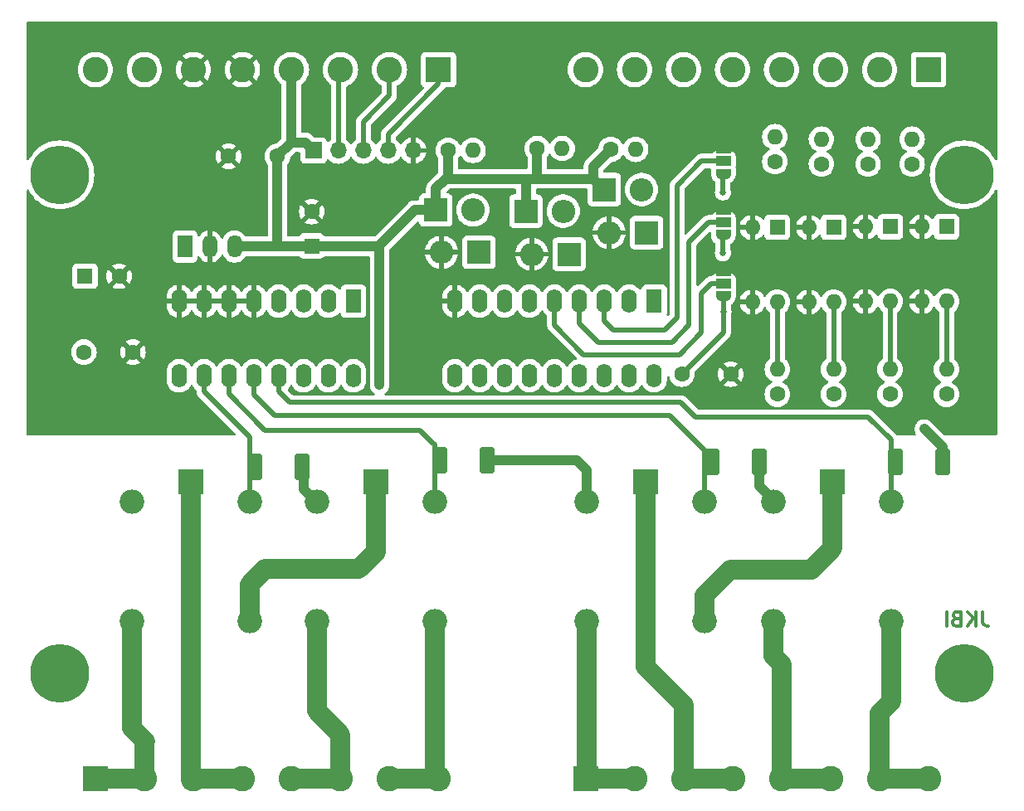
<source format=gbr>
%TF.GenerationSoftware,KiCad,Pcbnew,8.0.0*%
%TF.CreationDate,2024-08-19T17:47:18+02:00*%
%TF.ProjectId,esp32_blinds_controller,65737033-325f-4626-9c69-6e64735f636f,V0.1*%
%TF.SameCoordinates,Original*%
%TF.FileFunction,Copper,L2,Bot*%
%TF.FilePolarity,Positive*%
%FSLAX46Y46*%
G04 Gerber Fmt 4.6, Leading zero omitted, Abs format (unit mm)*
G04 Created by KiCad (PCBNEW 8.0.0) date 2024-08-19 17:47:18*
%MOMM*%
%LPD*%
G01*
G04 APERTURE LIST*
G04 Aperture macros list*
%AMRoundRect*
0 Rectangle with rounded corners*
0 $1 Rounding radius*
0 $2 $3 $4 $5 $6 $7 $8 $9 X,Y pos of 4 corners*
0 Add a 4 corners polygon primitive as box body*
4,1,4,$2,$3,$4,$5,$6,$7,$8,$9,$2,$3,0*
0 Add four circle primitives for the rounded corners*
1,1,$1+$1,$2,$3*
1,1,$1+$1,$4,$5*
1,1,$1+$1,$6,$7*
1,1,$1+$1,$8,$9*
0 Add four rect primitives between the rounded corners*
20,1,$1+$1,$2,$3,$4,$5,0*
20,1,$1+$1,$4,$5,$6,$7,0*
20,1,$1+$1,$6,$7,$8,$9,0*
20,1,$1+$1,$8,$9,$2,$3,0*%
%AMFreePoly0*
4,1,19,0.550000,-0.750000,0.000000,-0.750000,0.000000,-0.744911,-0.071157,-0.744911,-0.207708,-0.704816,-0.327430,-0.627875,-0.420627,-0.520320,-0.479746,-0.390866,-0.500000,-0.250000,-0.500000,0.250000,-0.479746,0.390866,-0.420627,0.520320,-0.327430,0.627875,-0.207708,0.704816,-0.071157,0.744911,0.000000,0.744911,0.000000,0.750000,0.550000,0.750000,0.550000,-0.750000,0.550000,-0.750000,
$1*%
%AMFreePoly1*
4,1,19,0.000000,0.744911,0.071157,0.744911,0.207708,0.704816,0.327430,0.627875,0.420627,0.520320,0.479746,0.390866,0.500000,0.250000,0.500000,-0.250000,0.479746,-0.390866,0.420627,-0.520320,0.327430,-0.627875,0.207708,-0.704816,0.071157,-0.744911,0.000000,-0.744911,0.000000,-0.750000,-0.550000,-0.750000,-0.550000,0.750000,0.000000,0.750000,0.000000,0.744911,0.000000,0.744911,
$1*%
G04 Aperture macros list end*
%ADD10C,0.300000*%
%TA.AperFunction,NonConductor*%
%ADD11C,0.300000*%
%TD*%
%TA.AperFunction,ComponentPad*%
%ADD12R,1.600000X1.600000*%
%TD*%
%TA.AperFunction,ComponentPad*%
%ADD13C,1.600000*%
%TD*%
%TA.AperFunction,ComponentPad*%
%ADD14R,1.700000X1.700000*%
%TD*%
%TA.AperFunction,ComponentPad*%
%ADD15O,1.700000X1.700000*%
%TD*%
%TA.AperFunction,ComponentPad*%
%ADD16O,1.600000X1.600000*%
%TD*%
%TA.AperFunction,ComponentPad*%
%ADD17R,2.500000X2.500000*%
%TD*%
%TA.AperFunction,ComponentPad*%
%ADD18O,2.500000X2.500000*%
%TD*%
%TA.AperFunction,ComponentPad*%
%ADD19R,2.400000X2.400000*%
%TD*%
%TA.AperFunction,ComponentPad*%
%ADD20O,2.400000X2.400000*%
%TD*%
%TA.AperFunction,ComponentPad*%
%ADD21R,1.600000X2.400000*%
%TD*%
%TA.AperFunction,ComponentPad*%
%ADD22O,1.600000X2.400000*%
%TD*%
%TA.AperFunction,ComponentPad*%
%ADD23R,2.600000X2.600000*%
%TD*%
%TA.AperFunction,ComponentPad*%
%ADD24C,2.600000*%
%TD*%
%TA.AperFunction,ComponentPad*%
%ADD25C,6.000000*%
%TD*%
%TA.AperFunction,ComponentPad*%
%ADD26R,1.500000X2.300000*%
%TD*%
%TA.AperFunction,ComponentPad*%
%ADD27O,1.500000X2.300000*%
%TD*%
%TA.AperFunction,SMDPad,CuDef*%
%ADD28FreePoly0,270.000000*%
%TD*%
%TA.AperFunction,SMDPad,CuDef*%
%ADD29R,1.500000X1.000000*%
%TD*%
%TA.AperFunction,SMDPad,CuDef*%
%ADD30FreePoly1,270.000000*%
%TD*%
%TA.AperFunction,SMDPad,CuDef*%
%ADD31RoundRect,0.250000X0.500000X1.100000X-0.500000X1.100000X-0.500000X-1.100000X0.500000X-1.100000X0*%
%TD*%
%TA.AperFunction,ViaPad*%
%ADD32C,0.650000*%
%TD*%
%TA.AperFunction,ViaPad*%
%ADD33C,0.600000*%
%TD*%
%TA.AperFunction,Conductor*%
%ADD34C,2.000000*%
%TD*%
%TA.AperFunction,Conductor*%
%ADD35C,0.500000*%
%TD*%
%TA.AperFunction,Conductor*%
%ADD36C,1.000000*%
%TD*%
G04 APERTURE END LIST*
D10*
D11*
X199216917Y-116500828D02*
X199216917Y-117572257D01*
X199216917Y-117572257D02*
X199288346Y-117786542D01*
X199288346Y-117786542D02*
X199431203Y-117929400D01*
X199431203Y-117929400D02*
X199645489Y-118000828D01*
X199645489Y-118000828D02*
X199788346Y-118000828D01*
X198502632Y-118000828D02*
X198502632Y-116500828D01*
X197645489Y-118000828D02*
X198288346Y-117143685D01*
X197645489Y-116500828D02*
X198502632Y-117357971D01*
X196502632Y-117215114D02*
X196288346Y-117286542D01*
X196288346Y-117286542D02*
X196216917Y-117357971D01*
X196216917Y-117357971D02*
X196145489Y-117500828D01*
X196145489Y-117500828D02*
X196145489Y-117715114D01*
X196145489Y-117715114D02*
X196216917Y-117857971D01*
X196216917Y-117857971D02*
X196288346Y-117929400D01*
X196288346Y-117929400D02*
X196431203Y-118000828D01*
X196431203Y-118000828D02*
X197002632Y-118000828D01*
X197002632Y-118000828D02*
X197002632Y-116500828D01*
X197002632Y-116500828D02*
X196502632Y-116500828D01*
X196502632Y-116500828D02*
X196359775Y-116572257D01*
X196359775Y-116572257D02*
X196288346Y-116643685D01*
X196288346Y-116643685D02*
X196216917Y-116786542D01*
X196216917Y-116786542D02*
X196216917Y-116929400D01*
X196216917Y-116929400D02*
X196288346Y-117072257D01*
X196288346Y-117072257D02*
X196359775Y-117143685D01*
X196359775Y-117143685D02*
X196502632Y-117215114D01*
X196502632Y-117215114D02*
X197002632Y-117215114D01*
X195502632Y-118000828D02*
X195502632Y-116500828D01*
D12*
%TO.P,C4,1*%
%TO.N,+3V3*%
X130750000Y-79152651D03*
D13*
%TO.P,C4,2*%
%TO.N,GND*%
X130750000Y-75652651D03*
%TD*%
D14*
%TO.P,J1,1,Pin_1*%
%TO.N,+3V3*%
X130925000Y-69415000D03*
D15*
%TO.P,J1,2,Pin_2*%
%TO.N,/INT*%
X133465000Y-69415000D03*
%TO.P,J1,3,Pin_3*%
%TO.N,/SDA*%
X136005000Y-69415000D03*
%TO.P,J1,4,Pin_4*%
%TO.N,/SCL*%
X138545000Y-69415000D03*
%TO.P,J1,5,Pin_5*%
%TO.N,GND*%
X141085000Y-69415000D03*
%TD*%
D12*
%TO.P,U7,1*%
%TO.N,Net-(R11-Pad1)*%
X195525000Y-77200000D03*
D16*
%TO.P,U7,2*%
%TO.N,GND*%
X192985000Y-77200000D03*
%TO.P,U7,3*%
X192985000Y-84820000D03*
%TO.P,U7,4*%
%TO.N,/IN4_L*%
X195525000Y-84820000D03*
%TD*%
D13*
%TO.P,R6,1*%
%TO.N,+3V3*%
X184000000Y-94300000D03*
D16*
%TO.P,R6,2*%
%TO.N,/IN2_L*%
X184000000Y-91760000D03*
%TD*%
D17*
%TO.P,K2,1*%
%TO.N,Net-(K1-Pad4)*%
X137300000Y-103250000D03*
D18*
%TO.P,K2,2*%
%TO.N,VBUS*%
X131300000Y-105250000D03*
%TO.P,K2,3*%
%TO.N,/L1-UP*%
X131300000Y-117450000D03*
%TO.P,K2,4*%
%TO.N,/L1-SW*%
X143300000Y-117450000D03*
%TO.P,K2,5*%
%TO.N,/nUP1*%
X143300000Y-105250000D03*
%TD*%
D13*
%TO.P,R2,1*%
%TO.N,+3V3*%
X153755000Y-69200000D03*
D16*
%TO.P,R2,2*%
%TO.N,/SDA*%
X156295000Y-69200000D03*
%TD*%
D19*
%TO.P,D9,1,K*%
%TO.N,+3V3*%
X143395000Y-75500000D03*
D20*
%TO.P,D9,2,A*%
%TO.N,/INT*%
X147205000Y-75500000D03*
%TD*%
D21*
%TO.P,U2,1,I1*%
%TO.N,/DN1*%
X135000000Y-84800000D03*
D22*
%TO.P,U2,2,I2*%
%TO.N,/UP1*%
X132460000Y-84800000D03*
%TO.P,U2,3,I3*%
%TO.N,/DN2*%
X129920000Y-84800000D03*
%TO.P,U2,4,I4*%
%TO.N,/UP2*%
X127380000Y-84800000D03*
%TO.P,U2,5,I5*%
%TO.N,GND*%
X124840000Y-84800000D03*
%TO.P,U2,6,I6*%
X122300000Y-84800000D03*
%TO.P,U2,7,I7*%
X119760000Y-84800000D03*
%TO.P,U2,8,GND*%
X117220000Y-84800000D03*
%TO.P,U2,9,COM*%
%TO.N,VBUS*%
X117220000Y-92420000D03*
%TO.P,U2,10,O7*%
%TO.N,/nDOWN1*%
X119760000Y-92420000D03*
%TO.P,U2,11,O6*%
%TO.N,/nUP1*%
X122300000Y-92420000D03*
%TO.P,U2,12,O5*%
%TO.N,/nDOWN2*%
X124840000Y-92420000D03*
%TO.P,U2,13,O4*%
%TO.N,/nUP2*%
X127380000Y-92420000D03*
%TO.P,U2,14,O3*%
%TO.N,unconnected-(U2-O3-Pad14)*%
X129920000Y-92420000D03*
%TO.P,U2,15,O2*%
%TO.N,unconnected-(U2-O2-Pad15)*%
X132460000Y-92420000D03*
%TO.P,U2,16,O1*%
%TO.N,unconnected-(U2-O1-Pad16)*%
X135000000Y-92420000D03*
%TD*%
D13*
%TO.P,R9,1*%
%TO.N,Net-(R9-Pad1)*%
X187500000Y-70795000D03*
D16*
%TO.P,R9,2*%
%TO.N,/IN3_H*%
X187500000Y-68255000D03*
%TD*%
D17*
%TO.P,K4,1*%
%TO.N,Net-(K3-Pad4)*%
X183850000Y-103250000D03*
D18*
%TO.P,K4,2*%
%TO.N,VBUS*%
X177850000Y-105250000D03*
%TO.P,K4,3*%
%TO.N,/L2-UP*%
X177850000Y-117450000D03*
%TO.P,K4,4*%
%TO.N,/L2-SW*%
X189850000Y-117450000D03*
%TO.P,K4,5*%
%TO.N,/nUP2*%
X189850000Y-105250000D03*
%TD*%
D13*
%TO.P,R8,1*%
%TO.N,Net-(R8-Pad1)*%
X182750000Y-70795000D03*
D16*
%TO.P,R8,2*%
%TO.N,/IN2_H*%
X182750000Y-68255000D03*
%TD*%
D12*
%TO.P,U6,1*%
%TO.N,Net-(R9-Pad1)*%
X189775000Y-77200000D03*
D16*
%TO.P,U6,2*%
%TO.N,GND*%
X187235000Y-77200000D03*
%TO.P,U6,3*%
X187235000Y-84820000D03*
%TO.P,U6,4*%
%TO.N,/IN3_L*%
X189775000Y-84820000D03*
%TD*%
D13*
%TO.P,R1,1*%
%TO.N,+3V3*%
X161255000Y-69300000D03*
D16*
%TO.P,R1,2*%
%TO.N,/SCL*%
X163795000Y-69300000D03*
%TD*%
D13*
%TO.P,R4,1*%
%TO.N,+3V3*%
X178250000Y-94295000D03*
D16*
%TO.P,R4,2*%
%TO.N,/IN1_L*%
X178250000Y-91755000D03*
%TD*%
D19*
%TO.P,D5,1,K*%
%TO.N,+3V3*%
X152595000Y-75600000D03*
D20*
%TO.P,D5,2,A*%
%TO.N,/SDA*%
X156405000Y-75600000D03*
%TD*%
D13*
%TO.P,R10,1*%
%TO.N,Net-(R10-Pad1)*%
X178000000Y-70545000D03*
D16*
%TO.P,R10,2*%
%TO.N,/IN1_H*%
X178000000Y-68005000D03*
%TD*%
D17*
%TO.P,K1,1*%
%TO.N,/L1*%
X118400000Y-103250000D03*
D18*
%TO.P,K1,2*%
%TO.N,VBUS*%
X112400000Y-105250000D03*
%TO.P,K1,3*%
%TO.N,/L1-DOWN*%
X112400000Y-117450000D03*
%TO.P,K1,4*%
%TO.N,Net-(K1-Pad4)*%
X124400000Y-117450000D03*
%TO.P,K1,5*%
%TO.N,/nDOWN1*%
X124400000Y-105250000D03*
%TD*%
D19*
%TO.P,D7,1,K*%
%TO.N,+3V3*%
X160595000Y-73400000D03*
D20*
%TO.P,D7,2,A*%
%TO.N,/SCL*%
X164405000Y-73400000D03*
%TD*%
D19*
%TO.P,D8,1,K*%
%TO.N,/SCL*%
X164905000Y-77800000D03*
D20*
%TO.P,D8,2,A*%
%TO.N,GND*%
X161095000Y-77800000D03*
%TD*%
D12*
%TO.P,U5,1*%
%TO.N,Net-(R8-Pad1)*%
X184000000Y-77250000D03*
D16*
%TO.P,U5,2*%
%TO.N,GND*%
X181460000Y-77250000D03*
%TO.P,U5,3*%
X181460000Y-84870000D03*
%TO.P,U5,4*%
%TO.N,/IN2_L*%
X184000000Y-84870000D03*
%TD*%
D19*
%TO.P,D10,1,K*%
%TO.N,/INT*%
X147805000Y-79800000D03*
D20*
%TO.P,D10,2,A*%
%TO.N,GND*%
X143995000Y-79800000D03*
%TD*%
D21*
%TO.P,U1,1,SCL*%
%TO.N,/SCL*%
X165680000Y-84800000D03*
D22*
%TO.P,U1,2,SDA*%
%TO.N,/SDA*%
X163140000Y-84800000D03*
%TO.P,U1,3,A2*%
%TO.N,/A2*%
X160600000Y-84800000D03*
%TO.P,U1,4,A1*%
%TO.N,/A1*%
X158060000Y-84800000D03*
%TO.P,U1,5,A0*%
%TO.N,/A0*%
X155520000Y-84800000D03*
%TO.P,U1,6,~{RESET}*%
%TO.N,+3V3*%
X152980000Y-84800000D03*
%TO.P,U1,7,NC*%
%TO.N,unconnected-(U1-NC-Pad7)*%
X150440000Y-84800000D03*
%TO.P,U1,8,INT*%
%TO.N,/INT*%
X147900000Y-84800000D03*
%TO.P,U1,9,VSS*%
%TO.N,GND*%
X145360000Y-84800000D03*
%TO.P,U1,10,GP0*%
%TO.N,/UP2*%
X145360000Y-92420000D03*
%TO.P,U1,11,GP1*%
%TO.N,/DN2*%
X147900000Y-92420000D03*
%TO.P,U1,12,GP2*%
%TO.N,/UP1*%
X150440000Y-92420000D03*
%TO.P,U1,13,GP3*%
%TO.N,/DN1*%
X152980000Y-92420000D03*
%TO.P,U1,14,GP4*%
%TO.N,/IN1_L*%
X155520000Y-92420000D03*
%TO.P,U1,15,GP5*%
%TO.N,/IN2_L*%
X158060000Y-92420000D03*
%TO.P,U1,16,GP6*%
%TO.N,/IN3_L*%
X160600000Y-92420000D03*
%TO.P,U1,17,GP7*%
%TO.N,/IN4_L*%
X163140000Y-92420000D03*
%TO.P,U1,18,VDD*%
%TO.N,+3V3*%
X165680000Y-92420000D03*
%TD*%
D13*
%TO.P,R3,1*%
%TO.N,+3V3*%
X144660000Y-69400000D03*
D16*
%TO.P,R3,2*%
%TO.N,/INT*%
X147200000Y-69400000D03*
%TD*%
D23*
%TO.P,MOD1,A1,A1*%
%TO.N,/L1-DOWN*%
X108675000Y-133580000D03*
D24*
%TO.P,MOD1,A2,A2*%
X113675000Y-133580000D03*
%TO.P,MOD1,A3,A3*%
%TO.N,/L1*%
X118675000Y-133580000D03*
%TO.P,MOD1,A4,A4*%
X123675000Y-133580000D03*
%TO.P,MOD1,A5,A5*%
%TO.N,/L1-UP*%
X128675000Y-133580000D03*
%TO.P,MOD1,A6,A6*%
X133675000Y-133580000D03*
%TO.P,MOD1,A7,A7*%
%TO.N,/L1-SW*%
X138675000Y-133580000D03*
%TO.P,MOD1,A8,A8*%
X143675000Y-133580000D03*
D23*
%TO.P,MOD1,B1,B1*%
%TO.N,/L2-DOWN*%
X158675000Y-133580000D03*
D24*
%TO.P,MOD1,B2,B2*%
X163675000Y-133580000D03*
%TO.P,MOD1,B3,B3*%
%TO.N,/L2*%
X168675000Y-133580000D03*
%TO.P,MOD1,B4,B4*%
X173675000Y-133580000D03*
%TO.P,MOD1,B5,B5*%
%TO.N,/L2-UP*%
X178675000Y-133580000D03*
%TO.P,MOD1,B6,B6*%
X183675000Y-133580000D03*
%TO.P,MOD1,B7,B7*%
%TO.N,/L2-SW*%
X188675000Y-133580000D03*
%TO.P,MOD1,B8,B8*%
X193675000Y-133580000D03*
D23*
%TO.P,MOD1,C1,C1*%
%TO.N,/IN4_H*%
X193675000Y-61160000D03*
D24*
%TO.P,MOD1,C2,C2*%
%TO.N,/IN3_H*%
X188675000Y-61160000D03*
%TO.P,MOD1,C3,C3*%
%TO.N,/IN2_H*%
X183675000Y-61160000D03*
%TO.P,MOD1,C4,C4*%
%TO.N,/IN1_H*%
X178675000Y-61160000D03*
%TO.P,MOD1,C5,C5*%
%TO.N,VBUS*%
X173675000Y-61160000D03*
%TO.P,MOD1,C6,C6*%
X168675000Y-61160000D03*
%TO.P,MOD1,C7,C7*%
X163675000Y-61160000D03*
%TO.P,MOD1,C8,C8*%
X158675000Y-61160000D03*
D23*
%TO.P,MOD1,D1,D1*%
%TO.N,/SCL*%
X143675000Y-61160000D03*
D24*
%TO.P,MOD1,D2,D2*%
%TO.N,/SDA*%
X138675000Y-61160000D03*
%TO.P,MOD1,D3,D3*%
%TO.N,/INT*%
X133675000Y-61160000D03*
%TO.P,MOD1,D4,D4*%
%TO.N,+3V3*%
X128675000Y-61160000D03*
%TO.P,MOD1,D5,D5*%
%TO.N,GND*%
X123675000Y-61160000D03*
%TO.P,MOD1,D6,D6*%
X118675000Y-61160000D03*
%TO.P,MOD1,D7,D7*%
%TO.N,VBUS*%
X113675000Y-61160000D03*
%TO.P,MOD1,D8,D8*%
X108675000Y-61160000D03*
D25*
%TO.P,MOD1,MH1*%
%TO.N,N/C*%
X105050000Y-71900000D03*
%TO.P,MOD1,MH2*%
X197300000Y-71900000D03*
%TO.P,MOD1,MH3*%
X105050000Y-122800000D03*
%TO.P,MOD1,MH4*%
X197300000Y-122800000D03*
%TD*%
D12*
%TO.P,U4,1*%
%TO.N,Net-(R10-Pad1)*%
X178250000Y-77250000D03*
D16*
%TO.P,U4,2*%
%TO.N,GND*%
X175710000Y-77250000D03*
%TO.P,U4,3*%
X175710000Y-84870000D03*
%TO.P,U4,4*%
%TO.N,/IN1_L*%
X178250000Y-84870000D03*
%TD*%
D13*
%TO.P,R7,1*%
%TO.N,+3V3*%
X195500000Y-94300000D03*
D16*
%TO.P,R7,2*%
%TO.N,/IN4_L*%
X195500000Y-91760000D03*
%TD*%
D13*
%TO.P,C2,1*%
%TO.N,VBUS*%
X107500000Y-90000000D03*
%TO.P,C2,2*%
%TO.N,GND*%
X112500000Y-90000000D03*
%TD*%
D12*
%TO.P,C5,1*%
%TO.N,VBUS*%
X107597349Y-82250000D03*
D13*
%TO.P,C5,2*%
%TO.N,GND*%
X111097349Y-82250000D03*
%TD*%
D26*
%TO.P,U3,1,IN*%
%TO.N,VBUS*%
X117803000Y-79207500D03*
D27*
%TO.P,U3,2,GND*%
%TO.N,GND*%
X120343000Y-79207500D03*
%TO.P,U3,3,OUT*%
%TO.N,+3V3*%
X122883000Y-79207500D03*
%TD*%
D17*
%TO.P,K3,1*%
%TO.N,/L2*%
X164800000Y-103250000D03*
D18*
%TO.P,K3,2*%
%TO.N,VBUS*%
X158800000Y-105250000D03*
%TO.P,K3,3*%
%TO.N,/L2-DOWN*%
X158800000Y-117450000D03*
%TO.P,K3,4*%
%TO.N,Net-(K3-Pad4)*%
X170800000Y-117450000D03*
%TO.P,K3,5*%
%TO.N,/nDOWN2*%
X170800000Y-105250000D03*
%TD*%
D13*
%TO.P,R11,1*%
%TO.N,Net-(R11-Pad1)*%
X192000000Y-70795000D03*
D16*
%TO.P,R11,2*%
%TO.N,/IN4_H*%
X192000000Y-68255000D03*
%TD*%
D19*
%TO.P,D6,1,K*%
%TO.N,/SDA*%
X157005000Y-80000000D03*
D20*
%TO.P,D6,2,A*%
%TO.N,GND*%
X153195000Y-80000000D03*
%TD*%
D13*
%TO.P,R5,1*%
%TO.N,+3V3*%
X189750000Y-94300000D03*
D16*
%TO.P,R5,2*%
%TO.N,/IN3_L*%
X189750000Y-91760000D03*
%TD*%
D13*
%TO.P,C1,1*%
%TO.N,+3V3*%
X127250000Y-70000000D03*
%TO.P,C1,2*%
%TO.N,GND*%
X122250000Y-70000000D03*
%TD*%
%TO.P,C3,1*%
%TO.N,+3V3*%
X168500000Y-92250000D03*
%TO.P,C3,2*%
%TO.N,GND*%
X173500000Y-92250000D03*
%TD*%
D28*
%TO.P,A1,1,A*%
%TO.N,GND*%
X172750000Y-75450000D03*
D29*
%TO.P,A1,2,C*%
%TO.N,/A1*%
X172750000Y-76750000D03*
D30*
%TO.P,A1,3,B*%
%TO.N,+3V3*%
X172750000Y-78050000D03*
%TD*%
D31*
%TO.P,D1,1,K*%
%TO.N,VBUS*%
X129750000Y-101750000D03*
%TO.P,D1,2,A*%
%TO.N,/nDOWN1*%
X124950000Y-101750000D03*
%TD*%
%TO.P,D3,1,K*%
%TO.N,VBUS*%
X195105000Y-101250000D03*
%TO.P,D3,2,A*%
%TO.N,/nUP2*%
X190305000Y-101250000D03*
%TD*%
%TO.P,D4,1,K*%
%TO.N,VBUS*%
X148650000Y-101000000D03*
%TO.P,D4,2,A*%
%TO.N,/nUP1*%
X143850000Y-101000000D03*
%TD*%
D28*
%TO.P,A0,1,A*%
%TO.N,GND*%
X172750000Y-81700000D03*
D29*
%TO.P,A0,2,C*%
%TO.N,/A0*%
X172750000Y-83000000D03*
D30*
%TO.P,A0,3,B*%
%TO.N,+3V3*%
X172750000Y-84300000D03*
%TD*%
D31*
%TO.P,D2,1,K*%
%TO.N,VBUS*%
X176400000Y-101200000D03*
%TO.P,D2,2,A*%
%TO.N,/nDOWN2*%
X171600000Y-101200000D03*
%TD*%
D28*
%TO.P,A2,1,A*%
%TO.N,GND*%
X172750000Y-69200000D03*
D29*
%TO.P,A2,2,C*%
%TO.N,/A2*%
X172750000Y-70500000D03*
D30*
%TO.P,A2,3,B*%
%TO.N,+3V3*%
X172750000Y-71800000D03*
%TD*%
D32*
%TO.N,GND*%
X152700000Y-88100000D03*
X183100000Y-81400000D03*
X167200000Y-65200000D03*
X136500000Y-74300000D03*
X140900000Y-83200000D03*
X115600000Y-68600000D03*
X199800000Y-97500000D03*
X198900000Y-68000000D03*
X110600000Y-98000000D03*
X199600000Y-57300000D03*
X153700000Y-60200000D03*
X157300000Y-57400000D03*
X115000000Y-82600000D03*
X193100000Y-80700000D03*
X114900000Y-57800000D03*
X189000000Y-81500000D03*
X102000000Y-56800000D03*
X177800000Y-80600000D03*
X102000000Y-77000000D03*
X113600000Y-93200000D03*
X120500000Y-74500000D03*
X102200000Y-97600000D03*
D33*
%TO.N,VBUS*%
X193250000Y-97850000D03*
D32*
%TO.N,+3V3*%
X137670000Y-93330000D03*
X172700000Y-79900000D03*
X172750000Y-85850000D03*
X172700000Y-73700000D03*
%TD*%
D34*
%TO.N,Net-(K1-Pad4)*%
X125950000Y-112150000D02*
X135550000Y-112150000D01*
X124400000Y-113700000D02*
X125950000Y-112150000D01*
X137300000Y-110400000D02*
X137300000Y-103400000D01*
X135550000Y-112150000D02*
X137300000Y-110400000D01*
X124400000Y-117600000D02*
X124400000Y-113700000D01*
D35*
%TO.N,/nDOWN2*%
X170800000Y-100050000D02*
X170800000Y-105250000D01*
X127000000Y-96500000D02*
X167250000Y-96500000D01*
X124840000Y-94340000D02*
X127000000Y-96500000D01*
X167250000Y-96500000D02*
X170800000Y-100050000D01*
X124840000Y-92420000D02*
X124840000Y-94340000D01*
D34*
%TO.N,/L2*%
X164800000Y-122150000D02*
X168675000Y-126025000D01*
X168675000Y-126025000D02*
X168675000Y-133580000D01*
X164800000Y-103250000D02*
X164800000Y-122150000D01*
X173675000Y-133580000D02*
X168675000Y-133580000D01*
%TO.N,Net-(K3-Pad4)*%
X170800000Y-114850000D02*
X173450000Y-112200000D01*
X181700000Y-112200000D02*
X183850000Y-110050000D01*
X170800000Y-117450000D02*
X170800000Y-114850000D01*
X173450000Y-112200000D02*
X181700000Y-112200000D01*
X183850000Y-110050000D02*
X183850000Y-103100000D01*
%TO.N,/L1*%
X123675000Y-133580000D02*
X118675000Y-133580000D01*
X118400000Y-133305000D02*
X118400000Y-103472500D01*
X118675000Y-133580000D02*
X118400000Y-133305000D01*
D35*
%TO.N,/nDOWN1*%
X124400000Y-105400000D02*
X124400000Y-98650000D01*
X124400000Y-98650000D02*
X119760000Y-94010000D01*
X119760000Y-94010000D02*
X119760000Y-92420000D01*
%TO.N,/nUP2*%
X127380000Y-92420000D02*
X127380000Y-94030000D01*
X127380000Y-94030000D02*
X128500000Y-95150000D01*
X187500000Y-96600000D02*
X189850000Y-98950000D01*
X189850000Y-98950000D02*
X189850000Y-105100000D01*
X169850000Y-96600000D02*
X187500000Y-96600000D01*
X168400000Y-95150000D02*
X169850000Y-96600000D01*
X128500000Y-95150000D02*
X168400000Y-95150000D01*
%TO.N,/nUP1*%
X143300000Y-99450000D02*
X143300000Y-105400000D01*
X143200000Y-99350000D02*
X143300000Y-99450000D01*
X122300000Y-92420000D02*
X122300000Y-94300000D01*
X143150000Y-99350000D02*
X143200000Y-99350000D01*
X141750000Y-97950000D02*
X143150000Y-99350000D01*
X125950000Y-97950000D02*
X141750000Y-97950000D01*
X122300000Y-94300000D02*
X125950000Y-97950000D01*
D36*
%TO.N,VBUS*%
X129900000Y-101750000D02*
X129900000Y-104000000D01*
X157750000Y-101000000D02*
X158800000Y-102050000D01*
X193250000Y-97850000D02*
X195105000Y-99705000D01*
X176400000Y-101200000D02*
X176400000Y-103650000D01*
X148650000Y-101000000D02*
X157750000Y-101000000D01*
X195105000Y-99705000D02*
X195105000Y-101250000D01*
X158800000Y-102050000D02*
X158800000Y-105250000D01*
X176400000Y-103650000D02*
X177850000Y-105100000D01*
X129900000Y-104000000D02*
X131300000Y-105400000D01*
D34*
%TO.N,/L1-DOWN*%
X112400000Y-117672500D02*
X112400000Y-128350000D01*
X112400000Y-128350000D02*
X113750000Y-129700000D01*
X108675000Y-133580000D02*
X113675000Y-133580000D01*
X113750000Y-129700000D02*
X113675000Y-129775000D01*
X113675000Y-129775000D02*
X113675000Y-133580000D01*
%TO.N,/L1-UP*%
X131300000Y-117600000D02*
X131300000Y-126650000D01*
X128675000Y-133580000D02*
X133675000Y-133580000D01*
X131300000Y-126650000D02*
X133675000Y-129025000D01*
X133675000Y-129025000D02*
X133675000Y-133580000D01*
%TO.N,/L1-SW*%
X138675000Y-133580000D02*
X143675000Y-133580000D01*
X143300000Y-133205000D02*
X143675000Y-133580000D01*
X143300000Y-117600000D02*
X143300000Y-133205000D01*
%TO.N,/L2-DOWN*%
X158800000Y-133455000D02*
X158675000Y-133580000D01*
X163675000Y-133580000D02*
X158675000Y-133580000D01*
X158800000Y-117450000D02*
X158800000Y-133455000D01*
%TO.N,/L2-SW*%
X189850000Y-117300000D02*
X189850000Y-125700000D01*
X188675000Y-126875000D02*
X188675000Y-133580000D01*
X193675000Y-133580000D02*
X188675000Y-133580000D01*
X189850000Y-125700000D02*
X188675000Y-126875000D01*
%TO.N,/L2-UP*%
X178675000Y-133580000D02*
X178675000Y-121825000D01*
X177850000Y-121000000D02*
X177850000Y-117300000D01*
X183675000Y-133580000D02*
X178675000Y-133580000D01*
X178675000Y-121825000D02*
X177850000Y-121000000D01*
D35*
%TO.N,/SCL*%
X143675000Y-62625000D02*
X143675000Y-61160000D01*
X138545000Y-69415000D02*
X138545000Y-67755000D01*
X138545000Y-67755000D02*
X143675000Y-62625000D01*
%TO.N,/SDA*%
X138675000Y-63825000D02*
X136005000Y-66495000D01*
X138675000Y-61160000D02*
X138675000Y-63825000D01*
X136005000Y-66495000D02*
X136005000Y-69415000D01*
D36*
%TO.N,+3V3*%
X144400000Y-72300000D02*
X152500000Y-72300000D01*
D35*
X172750000Y-85850000D02*
X172750000Y-84300000D01*
D36*
X130085000Y-68575000D02*
X130925000Y-69415000D01*
X143395000Y-75500000D02*
X143395000Y-73305000D01*
X137670000Y-82420000D02*
X137670000Y-93330000D01*
X127250000Y-79207500D02*
X137562500Y-79207500D01*
X128675000Y-61160000D02*
X128675000Y-68575000D01*
X141270000Y-75500000D02*
X143395000Y-75500000D01*
X122883000Y-79207500D02*
X127250000Y-79207500D01*
X159495000Y-72300000D02*
X160595000Y-73400000D01*
X144660000Y-72040000D02*
X144660000Y-69400000D01*
X144400000Y-72300000D02*
X144660000Y-72040000D01*
X137562500Y-79207500D02*
X137670000Y-79100000D01*
X152500000Y-72300000D02*
X154000000Y-72300000D01*
D35*
X172700000Y-79900000D02*
X172700000Y-78100000D01*
D36*
X152500000Y-72300000D02*
X152595000Y-72395000D01*
X137670000Y-79100000D02*
X137670000Y-82420000D01*
X128675000Y-68575000D02*
X127250000Y-70000000D01*
D35*
X172700000Y-73700000D02*
X172700000Y-71850000D01*
D36*
X159495000Y-71060000D02*
X161255000Y-69300000D01*
X143395000Y-73305000D02*
X144400000Y-72300000D01*
D35*
X172750000Y-88000000D02*
X168500000Y-92250000D01*
D36*
X127250000Y-70000000D02*
X127250000Y-79207500D01*
X154000000Y-72300000D02*
X159495000Y-72300000D01*
X154000000Y-72300000D02*
X153755000Y-72055000D01*
X128675000Y-68575000D02*
X130085000Y-68575000D01*
X152595000Y-72395000D02*
X152595000Y-75600000D01*
D35*
X172700000Y-78100000D02*
X172750000Y-78050000D01*
X172750000Y-85850000D02*
X172750000Y-88000000D01*
X172700000Y-71850000D02*
X172750000Y-71800000D01*
D36*
X153755000Y-72055000D02*
X153755000Y-69200000D01*
X159495000Y-72300000D02*
X159495000Y-71060000D01*
X137670000Y-79100000D02*
X141270000Y-75500000D01*
D35*
%TO.N,/INT*%
X133465000Y-69415000D02*
X133465000Y-61370000D01*
X133465000Y-61370000D02*
X133675000Y-61160000D01*
%TO.N,/A0*%
X172750000Y-83000000D02*
X171500000Y-83000000D01*
X158500000Y-90250000D02*
X155520000Y-87270000D01*
X168250000Y-90250000D02*
X158500000Y-90250000D01*
X170500000Y-84000000D02*
X170500000Y-88000000D01*
X155520000Y-87270000D02*
X155520000Y-84800000D01*
X170500000Y-88000000D02*
X168250000Y-90250000D01*
X171500000Y-83000000D02*
X170500000Y-84000000D01*
%TO.N,/A1*%
X169250000Y-87250000D02*
X167500000Y-89000000D01*
X172750000Y-76750000D02*
X171250000Y-76750000D01*
X171250000Y-76750000D02*
X169250000Y-78750000D01*
X158060000Y-87060000D02*
X158060000Y-84800000D01*
X160000000Y-89000000D02*
X158060000Y-87060000D01*
X167500000Y-89000000D02*
X160000000Y-89000000D01*
X169250000Y-78750000D02*
X169250000Y-87250000D01*
%TO.N,/A2*%
X170500000Y-70500000D02*
X168000000Y-73000000D01*
X168000000Y-86500000D02*
X166750000Y-87750000D01*
X166750000Y-87750000D02*
X161500000Y-87750000D01*
X160600000Y-86850000D02*
X160600000Y-84800000D01*
X168000000Y-73000000D02*
X168000000Y-86500000D01*
X172750000Y-70500000D02*
X170500000Y-70500000D01*
X161500000Y-87750000D02*
X160600000Y-86850000D01*
%TO.N,/IN1_L*%
X178250000Y-91755000D02*
X178250000Y-84870000D01*
%TO.N,/IN2_L*%
X184000000Y-84870000D02*
X184000000Y-91760000D01*
%TO.N,/IN3_L*%
X189750000Y-91760000D02*
X189750000Y-84845000D01*
X189750000Y-84845000D02*
X189775000Y-84820000D01*
%TO.N,/IN4_L*%
X195525000Y-91735000D02*
X195500000Y-91760000D01*
X195525000Y-84820000D02*
X195525000Y-91735000D01*
%TD*%
%TA.AperFunction,Conductor*%
%TO.N,GND*%
G36*
X119439920Y-84554394D02*
G01*
X119387259Y-84645606D01*
X119360000Y-84747339D01*
X119360000Y-84852661D01*
X119387259Y-84954394D01*
X119439920Y-85045606D01*
X119444314Y-85050000D01*
X117535686Y-85050000D01*
X117540080Y-85045606D01*
X117592741Y-84954394D01*
X117620000Y-84852661D01*
X117620000Y-84747339D01*
X117592741Y-84645606D01*
X117540080Y-84554394D01*
X117535686Y-84550000D01*
X119444314Y-84550000D01*
X119439920Y-84554394D01*
G37*
%TD.AperFunction*%
%TA.AperFunction,Conductor*%
G36*
X121979920Y-84554394D02*
G01*
X121927259Y-84645606D01*
X121900000Y-84747339D01*
X121900000Y-84852661D01*
X121927259Y-84954394D01*
X121979920Y-85045606D01*
X121984314Y-85050000D01*
X120075686Y-85050000D01*
X120080080Y-85045606D01*
X120132741Y-84954394D01*
X120160000Y-84852661D01*
X120160000Y-84747339D01*
X120132741Y-84645606D01*
X120080080Y-84554394D01*
X120075686Y-84550000D01*
X121984314Y-84550000D01*
X121979920Y-84554394D01*
G37*
%TD.AperFunction*%
%TA.AperFunction,Conductor*%
G36*
X124519920Y-84554394D02*
G01*
X124467259Y-84645606D01*
X124440000Y-84747339D01*
X124440000Y-84852661D01*
X124467259Y-84954394D01*
X124519920Y-85045606D01*
X124524314Y-85050000D01*
X122615686Y-85050000D01*
X122620080Y-85045606D01*
X122672741Y-84954394D01*
X122700000Y-84852661D01*
X122700000Y-84747339D01*
X122672741Y-84645606D01*
X122620080Y-84554394D01*
X122615686Y-84550000D01*
X124524314Y-84550000D01*
X124519920Y-84554394D01*
G37*
%TD.AperFunction*%
%TA.AperFunction,Conductor*%
G36*
X200617539Y-56265185D02*
G01*
X200663294Y-56317989D01*
X200674500Y-56369500D01*
X200674500Y-70295816D01*
X200654815Y-70362855D01*
X200602011Y-70408610D01*
X200532853Y-70418554D01*
X200469297Y-70389529D01*
X200440015Y-70352111D01*
X200382122Y-70238492D01*
X200335682Y-70147348D01*
X200335679Y-70147343D01*
X200135852Y-69839635D01*
X199906335Y-69556206D01*
X199904949Y-69554494D01*
X199645506Y-69295051D01*
X199536939Y-69207135D01*
X199360364Y-69064147D01*
X199052656Y-68864320D01*
X198725739Y-68697746D01*
X198383206Y-68566260D01*
X198363046Y-68560858D01*
X198028794Y-68471295D01*
X198028790Y-68471294D01*
X198028789Y-68471294D01*
X197666405Y-68413898D01*
X197300001Y-68394696D01*
X197299999Y-68394696D01*
X196933594Y-68413898D01*
X196571211Y-68471294D01*
X196571209Y-68471294D01*
X196216793Y-68566260D01*
X195874260Y-68697746D01*
X195547343Y-68864320D01*
X195239635Y-69064147D01*
X194954498Y-69295047D01*
X194954490Y-69295054D01*
X194695054Y-69554490D01*
X194695047Y-69554498D01*
X194464147Y-69839635D01*
X194264320Y-70147343D01*
X194097746Y-70474260D01*
X193966260Y-70816793D01*
X193871294Y-71171209D01*
X193871294Y-71171211D01*
X193813898Y-71533594D01*
X193794696Y-71899999D01*
X193794696Y-71900000D01*
X193813898Y-72266405D01*
X193852931Y-72512847D01*
X193871295Y-72628794D01*
X193950953Y-72926082D01*
X193966260Y-72983206D01*
X194097746Y-73325739D01*
X194264320Y-73652656D01*
X194464147Y-73960364D01*
X194652141Y-74192517D01*
X194695051Y-74245506D01*
X194954494Y-74504949D01*
X195039302Y-74573625D01*
X195239635Y-74735852D01*
X195456691Y-74876809D01*
X195547348Y-74935682D01*
X195874264Y-75102255D01*
X196216801Y-75233742D01*
X196571206Y-75328705D01*
X196933596Y-75386102D01*
X197279734Y-75404241D01*
X197299999Y-75405304D01*
X197300000Y-75405304D01*
X197300001Y-75405304D01*
X197319203Y-75404297D01*
X197666404Y-75386102D01*
X198028794Y-75328705D01*
X198383199Y-75233742D01*
X198725736Y-75102255D01*
X199052652Y-74935682D01*
X199360366Y-74735851D01*
X199645506Y-74504949D01*
X199904949Y-74245506D01*
X200135851Y-73960366D01*
X200335682Y-73652652D01*
X200440015Y-73447887D01*
X200487990Y-73397092D01*
X200555811Y-73380297D01*
X200621946Y-73402834D01*
X200665397Y-73457550D01*
X200674500Y-73504183D01*
X200674500Y-98376000D01*
X200654815Y-98443039D01*
X200602011Y-98488794D01*
X200550500Y-98500000D01*
X195366282Y-98500000D01*
X195299243Y-98480315D01*
X195278601Y-98463681D01*
X193887784Y-97072863D01*
X193887780Y-97072860D01*
X193723920Y-96963372D01*
X193723910Y-96963367D01*
X193541836Y-96887949D01*
X193541828Y-96887947D01*
X193348543Y-96849500D01*
X193348540Y-96849500D01*
X193151460Y-96849500D01*
X193151457Y-96849500D01*
X192958171Y-96887947D01*
X192958163Y-96887949D01*
X192776089Y-96963367D01*
X192776079Y-96963372D01*
X192612219Y-97072860D01*
X192612215Y-97072863D01*
X192472863Y-97212215D01*
X192472860Y-97212219D01*
X192363372Y-97376079D01*
X192363367Y-97376089D01*
X192287949Y-97558163D01*
X192287947Y-97558171D01*
X192249500Y-97751455D01*
X192249500Y-97948544D01*
X192287947Y-98141828D01*
X192287949Y-98141836D01*
X192365288Y-98328547D01*
X192372757Y-98398016D01*
X192341482Y-98460496D01*
X192281393Y-98496148D01*
X192250727Y-98500000D01*
X190512730Y-98500000D01*
X190445691Y-98480315D01*
X190425049Y-98463681D01*
X187978421Y-96017052D01*
X187978414Y-96017046D01*
X187904729Y-95967812D01*
X187904729Y-95967813D01*
X187855491Y-95934913D01*
X187718917Y-95878343D01*
X187718907Y-95878340D01*
X187573920Y-95849500D01*
X187573918Y-95849500D01*
X184050768Y-95849500D01*
X183998332Y-95834102D01*
X183973664Y-95847069D01*
X183949232Y-95849500D01*
X170212229Y-95849500D01*
X170145190Y-95829815D01*
X170124548Y-95813181D01*
X168878421Y-94567052D01*
X168878420Y-94567051D01*
X168866246Y-94558917D01*
X168790665Y-94508416D01*
X168755495Y-94484916D01*
X168755493Y-94484915D01*
X168755490Y-94484913D01*
X168618917Y-94428343D01*
X168618907Y-94428340D01*
X168473920Y-94399500D01*
X168473918Y-94399500D01*
X138279007Y-94399500D01*
X138211968Y-94379815D01*
X138166213Y-94327011D01*
X138156269Y-94257853D01*
X138185294Y-94194297D01*
X138210116Y-94172398D01*
X138260872Y-94138483D01*
X138307782Y-94107139D01*
X138447139Y-93967782D01*
X138556632Y-93803914D01*
X138632051Y-93621835D01*
X138645352Y-93554966D01*
X138670500Y-93428543D01*
X138670500Y-92922351D01*
X144059500Y-92922351D01*
X144091522Y-93124534D01*
X144154781Y-93319223D01*
X144247715Y-93501613D01*
X144368028Y-93667213D01*
X144512786Y-93811971D01*
X144632388Y-93898865D01*
X144678390Y-93932287D01*
X144789954Y-93989132D01*
X144860776Y-94025218D01*
X144860778Y-94025218D01*
X144860781Y-94025220D01*
X144965137Y-94059127D01*
X145055465Y-94088477D01*
X145152955Y-94103918D01*
X145257648Y-94120500D01*
X145257649Y-94120500D01*
X145462351Y-94120500D01*
X145462352Y-94120500D01*
X145664534Y-94088477D01*
X145859219Y-94025220D01*
X146041610Y-93932287D01*
X146150037Y-93853511D01*
X146207213Y-93811971D01*
X146207215Y-93811968D01*
X146207219Y-93811966D01*
X146351966Y-93667219D01*
X146351968Y-93667215D01*
X146351971Y-93667213D01*
X146472284Y-93501614D01*
X146472285Y-93501613D01*
X146472287Y-93501610D01*
X146519516Y-93408917D01*
X146567489Y-93358123D01*
X146635310Y-93341328D01*
X146701445Y-93363865D01*
X146740483Y-93408917D01*
X146774799Y-93476264D01*
X146787715Y-93501614D01*
X146908028Y-93667213D01*
X147052786Y-93811971D01*
X147172388Y-93898865D01*
X147218390Y-93932287D01*
X147329954Y-93989132D01*
X147400776Y-94025218D01*
X147400778Y-94025218D01*
X147400781Y-94025220D01*
X147505137Y-94059127D01*
X147595465Y-94088477D01*
X147692955Y-94103918D01*
X147797648Y-94120500D01*
X147797649Y-94120500D01*
X148002351Y-94120500D01*
X148002352Y-94120500D01*
X148204534Y-94088477D01*
X148399219Y-94025220D01*
X148581610Y-93932287D01*
X148690037Y-93853511D01*
X148747213Y-93811971D01*
X148747215Y-93811968D01*
X148747219Y-93811966D01*
X148891966Y-93667219D01*
X148891968Y-93667215D01*
X148891971Y-93667213D01*
X149012284Y-93501614D01*
X149012285Y-93501613D01*
X149012287Y-93501610D01*
X149059516Y-93408917D01*
X149107489Y-93358123D01*
X149175310Y-93341328D01*
X149241445Y-93363865D01*
X149280483Y-93408917D01*
X149314799Y-93476264D01*
X149327715Y-93501614D01*
X149448028Y-93667213D01*
X149592786Y-93811971D01*
X149712388Y-93898865D01*
X149758390Y-93932287D01*
X149869954Y-93989132D01*
X149940776Y-94025218D01*
X149940778Y-94025218D01*
X149940781Y-94025220D01*
X150045137Y-94059127D01*
X150135465Y-94088477D01*
X150232955Y-94103918D01*
X150337648Y-94120500D01*
X150337649Y-94120500D01*
X150542351Y-94120500D01*
X150542352Y-94120500D01*
X150744534Y-94088477D01*
X150939219Y-94025220D01*
X151121610Y-93932287D01*
X151230037Y-93853511D01*
X151287213Y-93811971D01*
X151287215Y-93811968D01*
X151287219Y-93811966D01*
X151431966Y-93667219D01*
X151431968Y-93667215D01*
X151431971Y-93667213D01*
X151552284Y-93501614D01*
X151552285Y-93501613D01*
X151552287Y-93501610D01*
X151599516Y-93408917D01*
X151647489Y-93358123D01*
X151715310Y-93341328D01*
X151781445Y-93363865D01*
X151820483Y-93408917D01*
X151854799Y-93476264D01*
X151867715Y-93501614D01*
X151988028Y-93667213D01*
X152132786Y-93811971D01*
X152252388Y-93898865D01*
X152298390Y-93932287D01*
X152409954Y-93989132D01*
X152480776Y-94025218D01*
X152480778Y-94025218D01*
X152480781Y-94025220D01*
X152585137Y-94059127D01*
X152675465Y-94088477D01*
X152772955Y-94103918D01*
X152877648Y-94120500D01*
X152877649Y-94120500D01*
X153082351Y-94120500D01*
X153082352Y-94120500D01*
X153284534Y-94088477D01*
X153479219Y-94025220D01*
X153661610Y-93932287D01*
X153770037Y-93853511D01*
X153827213Y-93811971D01*
X153827215Y-93811968D01*
X153827219Y-93811966D01*
X153971966Y-93667219D01*
X153971968Y-93667215D01*
X153971971Y-93667213D01*
X154092284Y-93501614D01*
X154092285Y-93501613D01*
X154092287Y-93501610D01*
X154139516Y-93408917D01*
X154187489Y-93358123D01*
X154255310Y-93341328D01*
X154321445Y-93363865D01*
X154360483Y-93408917D01*
X154394799Y-93476264D01*
X154407715Y-93501614D01*
X154528028Y-93667213D01*
X154672786Y-93811971D01*
X154792388Y-93898865D01*
X154838390Y-93932287D01*
X154949954Y-93989132D01*
X155020776Y-94025218D01*
X155020778Y-94025218D01*
X155020781Y-94025220D01*
X155125137Y-94059127D01*
X155215465Y-94088477D01*
X155312955Y-94103918D01*
X155417648Y-94120500D01*
X155417649Y-94120500D01*
X155622351Y-94120500D01*
X155622352Y-94120500D01*
X155824534Y-94088477D01*
X156019219Y-94025220D01*
X156201610Y-93932287D01*
X156310037Y-93853511D01*
X156367213Y-93811971D01*
X156367215Y-93811968D01*
X156367219Y-93811966D01*
X156511966Y-93667219D01*
X156511968Y-93667215D01*
X156511971Y-93667213D01*
X156632284Y-93501614D01*
X156632285Y-93501613D01*
X156632287Y-93501610D01*
X156679516Y-93408917D01*
X156727489Y-93358123D01*
X156795310Y-93341328D01*
X156861445Y-93363865D01*
X156900483Y-93408917D01*
X156934799Y-93476264D01*
X156947715Y-93501614D01*
X157068028Y-93667213D01*
X157212786Y-93811971D01*
X157332388Y-93898865D01*
X157378390Y-93932287D01*
X157489954Y-93989132D01*
X157560776Y-94025218D01*
X157560778Y-94025218D01*
X157560781Y-94025220D01*
X157665137Y-94059127D01*
X157755465Y-94088477D01*
X157852955Y-94103918D01*
X157957648Y-94120500D01*
X157957649Y-94120500D01*
X158162351Y-94120500D01*
X158162352Y-94120500D01*
X158364534Y-94088477D01*
X158559219Y-94025220D01*
X158741610Y-93932287D01*
X158850037Y-93853511D01*
X158907213Y-93811971D01*
X158907215Y-93811968D01*
X158907219Y-93811966D01*
X159051966Y-93667219D01*
X159051968Y-93667215D01*
X159051971Y-93667213D01*
X159172284Y-93501614D01*
X159172285Y-93501613D01*
X159172287Y-93501610D01*
X159219516Y-93408917D01*
X159267489Y-93358123D01*
X159335310Y-93341328D01*
X159401445Y-93363865D01*
X159440483Y-93408917D01*
X159474799Y-93476264D01*
X159487715Y-93501614D01*
X159608028Y-93667213D01*
X159752786Y-93811971D01*
X159872388Y-93898865D01*
X159918390Y-93932287D01*
X160029954Y-93989132D01*
X160100776Y-94025218D01*
X160100778Y-94025218D01*
X160100781Y-94025220D01*
X160205137Y-94059127D01*
X160295465Y-94088477D01*
X160392955Y-94103918D01*
X160497648Y-94120500D01*
X160497649Y-94120500D01*
X160702351Y-94120500D01*
X160702352Y-94120500D01*
X160904534Y-94088477D01*
X161099219Y-94025220D01*
X161281610Y-93932287D01*
X161390037Y-93853511D01*
X161447213Y-93811971D01*
X161447215Y-93811968D01*
X161447219Y-93811966D01*
X161591966Y-93667219D01*
X161591968Y-93667215D01*
X161591971Y-93667213D01*
X161712284Y-93501614D01*
X161712285Y-93501613D01*
X161712287Y-93501610D01*
X161759516Y-93408917D01*
X161807489Y-93358123D01*
X161875310Y-93341328D01*
X161941445Y-93363865D01*
X161980483Y-93408917D01*
X162014799Y-93476264D01*
X162027715Y-93501614D01*
X162148028Y-93667213D01*
X162292786Y-93811971D01*
X162412388Y-93898865D01*
X162458390Y-93932287D01*
X162569954Y-93989132D01*
X162640776Y-94025218D01*
X162640778Y-94025218D01*
X162640781Y-94025220D01*
X162745137Y-94059127D01*
X162835465Y-94088477D01*
X162932955Y-94103918D01*
X163037648Y-94120500D01*
X163037649Y-94120500D01*
X163242351Y-94120500D01*
X163242352Y-94120500D01*
X163444534Y-94088477D01*
X163639219Y-94025220D01*
X163821610Y-93932287D01*
X163930037Y-93853511D01*
X163987213Y-93811971D01*
X163987215Y-93811968D01*
X163987219Y-93811966D01*
X164131966Y-93667219D01*
X164131968Y-93667215D01*
X164131971Y-93667213D01*
X164252284Y-93501614D01*
X164252285Y-93501613D01*
X164252287Y-93501610D01*
X164299516Y-93408917D01*
X164347489Y-93358123D01*
X164415310Y-93341328D01*
X164481445Y-93363865D01*
X164520483Y-93408917D01*
X164554799Y-93476264D01*
X164567715Y-93501614D01*
X164688028Y-93667213D01*
X164832786Y-93811971D01*
X164952388Y-93898865D01*
X164998390Y-93932287D01*
X165109954Y-93989132D01*
X165180776Y-94025218D01*
X165180778Y-94025218D01*
X165180781Y-94025220D01*
X165285137Y-94059127D01*
X165375465Y-94088477D01*
X165472955Y-94103918D01*
X165577648Y-94120500D01*
X165577649Y-94120500D01*
X165782351Y-94120500D01*
X165782352Y-94120500D01*
X165984534Y-94088477D01*
X166179219Y-94025220D01*
X166361610Y-93932287D01*
X166470037Y-93853511D01*
X166527213Y-93811971D01*
X166527215Y-93811968D01*
X166527219Y-93811966D01*
X166671966Y-93667219D01*
X166671968Y-93667215D01*
X166671971Y-93667213D01*
X166753522Y-93554966D01*
X166792287Y-93501610D01*
X166885220Y-93319219D01*
X166948477Y-93124534D01*
X166980500Y-92922352D01*
X166980500Y-92545769D01*
X167000185Y-92478730D01*
X167052989Y-92432975D01*
X167122147Y-92423031D01*
X167185703Y-92452056D01*
X167223477Y-92510834D01*
X167224275Y-92513676D01*
X167273258Y-92696488D01*
X167273261Y-92696497D01*
X167369431Y-92902732D01*
X167369432Y-92902734D01*
X167499954Y-93089141D01*
X167660858Y-93250045D01*
X167660861Y-93250047D01*
X167847266Y-93380568D01*
X168053504Y-93476739D01*
X168273308Y-93535635D01*
X168435230Y-93549801D01*
X168499998Y-93555468D01*
X168500000Y-93555468D01*
X168500002Y-93555468D01*
X168556673Y-93550509D01*
X168726692Y-93535635D01*
X168946496Y-93476739D01*
X169152734Y-93380568D01*
X169339139Y-93250047D01*
X169500047Y-93089139D01*
X169630568Y-92902734D01*
X169726739Y-92696496D01*
X169785635Y-92476692D01*
X169805468Y-92250002D01*
X172195034Y-92250002D01*
X172214858Y-92476599D01*
X172214860Y-92476610D01*
X172273730Y-92696317D01*
X172273735Y-92696331D01*
X172369863Y-92902478D01*
X172420974Y-92975472D01*
X173100000Y-92296446D01*
X173100000Y-92302661D01*
X173127259Y-92404394D01*
X173179920Y-92495606D01*
X173254394Y-92570080D01*
X173345606Y-92622741D01*
X173447339Y-92650000D01*
X173453553Y-92650000D01*
X172774526Y-93329025D01*
X172847513Y-93380132D01*
X172847521Y-93380136D01*
X173053668Y-93476264D01*
X173053682Y-93476269D01*
X173273389Y-93535139D01*
X173273400Y-93535141D01*
X173499998Y-93554966D01*
X173500002Y-93554966D01*
X173726599Y-93535141D01*
X173726610Y-93535139D01*
X173946317Y-93476269D01*
X173946331Y-93476264D01*
X174152478Y-93380136D01*
X174225471Y-93329024D01*
X173546447Y-92650000D01*
X173552661Y-92650000D01*
X173654394Y-92622741D01*
X173745606Y-92570080D01*
X173820080Y-92495606D01*
X173872741Y-92404394D01*
X173900000Y-92302661D01*
X173900000Y-92296447D01*
X174579024Y-92975471D01*
X174630136Y-92902478D01*
X174726264Y-92696331D01*
X174726269Y-92696317D01*
X174785139Y-92476610D01*
X174785141Y-92476599D01*
X174804966Y-92250002D01*
X174804966Y-92249997D01*
X174785141Y-92023400D01*
X174785139Y-92023389D01*
X174726269Y-91803682D01*
X174726264Y-91803668D01*
X174630136Y-91597521D01*
X174630132Y-91597513D01*
X174579025Y-91524526D01*
X173900000Y-92203551D01*
X173900000Y-92197339D01*
X173872741Y-92095606D01*
X173820080Y-92004394D01*
X173745606Y-91929920D01*
X173654394Y-91877259D01*
X173552661Y-91850000D01*
X173546448Y-91850000D01*
X174225472Y-91170974D01*
X174152478Y-91119863D01*
X173946331Y-91023735D01*
X173946317Y-91023730D01*
X173726610Y-90964860D01*
X173726599Y-90964858D01*
X173500002Y-90945034D01*
X173499998Y-90945034D01*
X173273400Y-90964858D01*
X173273389Y-90964860D01*
X173053682Y-91023730D01*
X173053673Y-91023734D01*
X172847516Y-91119866D01*
X172847512Y-91119868D01*
X172774526Y-91170973D01*
X172774526Y-91170974D01*
X173453553Y-91850000D01*
X173447339Y-91850000D01*
X173345606Y-91877259D01*
X173254394Y-91929920D01*
X173179920Y-92004394D01*
X173127259Y-92095606D01*
X173100000Y-92197339D01*
X173100000Y-92203552D01*
X172420974Y-91524526D01*
X172420973Y-91524526D01*
X172369868Y-91597512D01*
X172369866Y-91597516D01*
X172273734Y-91803673D01*
X172273730Y-91803682D01*
X172214860Y-92023389D01*
X172214858Y-92023400D01*
X172195034Y-92249997D01*
X172195034Y-92250002D01*
X169805468Y-92250002D01*
X169805468Y-92250000D01*
X169790869Y-92083137D01*
X169804635Y-92014639D01*
X169826713Y-91984653D01*
X173332952Y-88478415D01*
X173375268Y-88415084D01*
X173415084Y-88355495D01*
X173447042Y-88278342D01*
X173471659Y-88218912D01*
X173500500Y-88073917D01*
X173500500Y-87926082D01*
X173500500Y-86231214D01*
X173506569Y-86192897D01*
X173524480Y-86137770D01*
X173561908Y-86022576D01*
X173580047Y-85850000D01*
X173561908Y-85677424D01*
X173529336Y-85577177D01*
X173506569Y-85507103D01*
X173500500Y-85468786D01*
X173500500Y-85241293D01*
X173520185Y-85174254D01*
X173557458Y-85136979D01*
X173604130Y-85106986D01*
X173712791Y-85012832D01*
X173712794Y-85012829D01*
X173807015Y-84904091D01*
X173884747Y-84783137D01*
X173944517Y-84652259D01*
X173953989Y-84619999D01*
X174431127Y-84619999D01*
X174431128Y-84620000D01*
X175394314Y-84620000D01*
X175389920Y-84624394D01*
X175337259Y-84715606D01*
X175310000Y-84817339D01*
X175310000Y-84922661D01*
X175337259Y-85024394D01*
X175389920Y-85115606D01*
X175394314Y-85120000D01*
X174431128Y-85120000D01*
X174483730Y-85316317D01*
X174483734Y-85316326D01*
X174579865Y-85522482D01*
X174710342Y-85708820D01*
X174871179Y-85869657D01*
X175057517Y-86000134D01*
X175263673Y-86096265D01*
X175263682Y-86096269D01*
X175459999Y-86148872D01*
X175460000Y-86148871D01*
X175460000Y-85185686D01*
X175464394Y-85190080D01*
X175555606Y-85242741D01*
X175657339Y-85270000D01*
X175762661Y-85270000D01*
X175864394Y-85242741D01*
X175955606Y-85190080D01*
X175960000Y-85185686D01*
X175960000Y-86148872D01*
X176156317Y-86096269D01*
X176156326Y-86096265D01*
X176362482Y-86000134D01*
X176548820Y-85869657D01*
X176709657Y-85708820D01*
X176840132Y-85522484D01*
X176867341Y-85464134D01*
X176913513Y-85411695D01*
X176980707Y-85392542D01*
X177047588Y-85412757D01*
X177092105Y-85464132D01*
X177106461Y-85494918D01*
X177119431Y-85522732D01*
X177119432Y-85522734D01*
X177249954Y-85709141D01*
X177410859Y-85870046D01*
X177446621Y-85895086D01*
X177490247Y-85949662D01*
X177499500Y-85996662D01*
X177499500Y-90628336D01*
X177479815Y-90695375D01*
X177446625Y-90729910D01*
X177410863Y-90754951D01*
X177249951Y-90915862D01*
X177119432Y-91102265D01*
X177119431Y-91102267D01*
X177023261Y-91308502D01*
X177023258Y-91308511D01*
X176964366Y-91528302D01*
X176964364Y-91528313D01*
X176944532Y-91754998D01*
X176944532Y-91755001D01*
X176964364Y-91981686D01*
X176964366Y-91981697D01*
X177023258Y-92201488D01*
X177023261Y-92201497D01*
X177119431Y-92407732D01*
X177119432Y-92407734D01*
X177249954Y-92594141D01*
X177410858Y-92755045D01*
X177410861Y-92755047D01*
X177597266Y-92885568D01*
X177655275Y-92912618D01*
X177707714Y-92958791D01*
X177726866Y-93025984D01*
X177706650Y-93092865D01*
X177655275Y-93137382D01*
X177597267Y-93164431D01*
X177597265Y-93164432D01*
X177410858Y-93294954D01*
X177249954Y-93455858D01*
X177119432Y-93642265D01*
X177119431Y-93642267D01*
X177023261Y-93848502D01*
X177023258Y-93848511D01*
X176964366Y-94068302D01*
X176964364Y-94068313D01*
X176944532Y-94294998D01*
X176944532Y-94295001D01*
X176964364Y-94521686D01*
X176964366Y-94521697D01*
X177023258Y-94741488D01*
X177023261Y-94741497D01*
X177119431Y-94947732D01*
X177119432Y-94947734D01*
X177249954Y-95134141D01*
X177410858Y-95295045D01*
X177410861Y-95295047D01*
X177597266Y-95425568D01*
X177803504Y-95521739D01*
X177803509Y-95521740D01*
X177803511Y-95521741D01*
X177822164Y-95526739D01*
X178023308Y-95580635D01*
X178185230Y-95594801D01*
X178249998Y-95600468D01*
X178250000Y-95600468D01*
X178250002Y-95600468D01*
X178306673Y-95595509D01*
X178476692Y-95580635D01*
X178696496Y-95521739D01*
X178902734Y-95425568D01*
X179089139Y-95295047D01*
X179250047Y-95134139D01*
X179380568Y-94947734D01*
X179476739Y-94741496D01*
X179535635Y-94521692D01*
X179552667Y-94327011D01*
X179555468Y-94295001D01*
X179555468Y-94294998D01*
X179539032Y-94107136D01*
X179535635Y-94068308D01*
X179476739Y-93848504D01*
X179380568Y-93642266D01*
X179250047Y-93455861D01*
X179250045Y-93455858D01*
X179089141Y-93294954D01*
X178902734Y-93164432D01*
X178902728Y-93164429D01*
X178844725Y-93137382D01*
X178792285Y-93091210D01*
X178773133Y-93024017D01*
X178793348Y-92957135D01*
X178844725Y-92912618D01*
X178902734Y-92885568D01*
X179089139Y-92755047D01*
X179250047Y-92594139D01*
X179380568Y-92407734D01*
X179476739Y-92201496D01*
X179535635Y-91981692D01*
X179552634Y-91787384D01*
X179555468Y-91755001D01*
X179555468Y-91754998D01*
X179541690Y-91597516D01*
X179535635Y-91528308D01*
X179476739Y-91308504D01*
X179380568Y-91102266D01*
X179250047Y-90915861D01*
X179089139Y-90754953D01*
X179060515Y-90734910D01*
X179053375Y-90729910D01*
X179009751Y-90675332D01*
X179000500Y-90628336D01*
X179000500Y-85996662D01*
X179020185Y-85929623D01*
X179053379Y-85895086D01*
X179072619Y-85881614D01*
X179089139Y-85870047D01*
X179250047Y-85709139D01*
X179380568Y-85522734D01*
X179476739Y-85316496D01*
X179535635Y-85096692D01*
X179555468Y-84870000D01*
X179535635Y-84643308D01*
X179529389Y-84619999D01*
X180181127Y-84619999D01*
X180181128Y-84620000D01*
X181144314Y-84620000D01*
X181139920Y-84624394D01*
X181087259Y-84715606D01*
X181060000Y-84817339D01*
X181060000Y-84922661D01*
X181087259Y-85024394D01*
X181139920Y-85115606D01*
X181144314Y-85120000D01*
X180181128Y-85120000D01*
X180233730Y-85316317D01*
X180233734Y-85316326D01*
X180329865Y-85522482D01*
X180460342Y-85708820D01*
X180621179Y-85869657D01*
X180807517Y-86000134D01*
X181013673Y-86096265D01*
X181013682Y-86096269D01*
X181209999Y-86148872D01*
X181210000Y-86148871D01*
X181210000Y-85185686D01*
X181214394Y-85190080D01*
X181305606Y-85242741D01*
X181407339Y-85270000D01*
X181512661Y-85270000D01*
X181614394Y-85242741D01*
X181705606Y-85190080D01*
X181710000Y-85185686D01*
X181710000Y-86148872D01*
X181906317Y-86096269D01*
X181906326Y-86096265D01*
X182112482Y-86000134D01*
X182298820Y-85869657D01*
X182459657Y-85708820D01*
X182590132Y-85522484D01*
X182617341Y-85464134D01*
X182663513Y-85411695D01*
X182730707Y-85392542D01*
X182797588Y-85412757D01*
X182842105Y-85464132D01*
X182856461Y-85494918D01*
X182869431Y-85522732D01*
X182869432Y-85522734D01*
X182999954Y-85709141D01*
X183160859Y-85870046D01*
X183196621Y-85895086D01*
X183240247Y-85949662D01*
X183249500Y-85996662D01*
X183249500Y-90633336D01*
X183229815Y-90700375D01*
X183196625Y-90734910D01*
X183160863Y-90759951D01*
X182999951Y-90920862D01*
X182869432Y-91107265D01*
X182869431Y-91107267D01*
X182773261Y-91313502D01*
X182773258Y-91313511D01*
X182714366Y-91533302D01*
X182714364Y-91533313D01*
X182694532Y-91759998D01*
X182694532Y-91760001D01*
X182714364Y-91986686D01*
X182714366Y-91986697D01*
X182773258Y-92206488D01*
X182773261Y-92206497D01*
X182869431Y-92412732D01*
X182869432Y-92412734D01*
X182999954Y-92599141D01*
X183160858Y-92760045D01*
X183160861Y-92760047D01*
X183347266Y-92890568D01*
X183405275Y-92917618D01*
X183457714Y-92963791D01*
X183476866Y-93030984D01*
X183456650Y-93097865D01*
X183405275Y-93142382D01*
X183347267Y-93169431D01*
X183347265Y-93169432D01*
X183160858Y-93299954D01*
X182999954Y-93460858D01*
X182869432Y-93647265D01*
X182869431Y-93647267D01*
X182773261Y-93853502D01*
X182773258Y-93853511D01*
X182714366Y-94073302D01*
X182714364Y-94073313D01*
X182694532Y-94299998D01*
X182694532Y-94300001D01*
X182714364Y-94526686D01*
X182714366Y-94526697D01*
X182773258Y-94746488D01*
X182773261Y-94746497D01*
X182869431Y-94952732D01*
X182869432Y-94952734D01*
X182999954Y-95139141D01*
X183160858Y-95300045D01*
X183160861Y-95300047D01*
X183347266Y-95430568D01*
X183553504Y-95526739D01*
X183773308Y-95585635D01*
X183915262Y-95598054D01*
X183960039Y-95601972D01*
X183999124Y-95617260D01*
X184015833Y-95606523D01*
X184039961Y-95601972D01*
X184078828Y-95598571D01*
X184226692Y-95585635D01*
X184446496Y-95526739D01*
X184652734Y-95430568D01*
X184839139Y-95300047D01*
X185000047Y-95139139D01*
X185130568Y-94952734D01*
X185226739Y-94746496D01*
X185285635Y-94526692D01*
X185305468Y-94300000D01*
X185305030Y-94294998D01*
X185294304Y-94172398D01*
X185285635Y-94073308D01*
X185226739Y-93853504D01*
X185130568Y-93647266D01*
X185028582Y-93501613D01*
X185000045Y-93460858D01*
X184839141Y-93299954D01*
X184652734Y-93169432D01*
X184652728Y-93169429D01*
X184594725Y-93142382D01*
X184542285Y-93096210D01*
X184523133Y-93029017D01*
X184543348Y-92962135D01*
X184594725Y-92917618D01*
X184652734Y-92890568D01*
X184839139Y-92760047D01*
X185000047Y-92599139D01*
X185130568Y-92412734D01*
X185226739Y-92206496D01*
X185285635Y-91986692D01*
X185305468Y-91760000D01*
X185305030Y-91754998D01*
X185291252Y-91597512D01*
X185285635Y-91533308D01*
X185226739Y-91313504D01*
X185130568Y-91107266D01*
X185000047Y-90920861D01*
X184839139Y-90759953D01*
X184831998Y-90754953D01*
X184803375Y-90734910D01*
X184759751Y-90680332D01*
X184750500Y-90633336D01*
X184750500Y-85996662D01*
X184770185Y-85929623D01*
X184803379Y-85895086D01*
X184822619Y-85881614D01*
X184839139Y-85870047D01*
X185000047Y-85709139D01*
X185130568Y-85522734D01*
X185226739Y-85316496D01*
X185285635Y-85096692D01*
X185305468Y-84870000D01*
X185285635Y-84643308D01*
X185265992Y-84569999D01*
X185956127Y-84569999D01*
X185956128Y-84570000D01*
X186919314Y-84570000D01*
X186914920Y-84574394D01*
X186862259Y-84665606D01*
X186835000Y-84767339D01*
X186835000Y-84872661D01*
X186862259Y-84974394D01*
X186914920Y-85065606D01*
X186919314Y-85070000D01*
X185956128Y-85070000D01*
X186008730Y-85266317D01*
X186008734Y-85266326D01*
X186104865Y-85472482D01*
X186235342Y-85658820D01*
X186396179Y-85819657D01*
X186582517Y-85950134D01*
X186788673Y-86046265D01*
X186788682Y-86046269D01*
X186984999Y-86098872D01*
X186985000Y-86098871D01*
X186985000Y-85135686D01*
X186989394Y-85140080D01*
X187080606Y-85192741D01*
X187182339Y-85220000D01*
X187287661Y-85220000D01*
X187389394Y-85192741D01*
X187480606Y-85140080D01*
X187485000Y-85135686D01*
X187485000Y-86098872D01*
X187681317Y-86046269D01*
X187681326Y-86046265D01*
X187887482Y-85950134D01*
X188073820Y-85819657D01*
X188234657Y-85658820D01*
X188365132Y-85472484D01*
X188392341Y-85414134D01*
X188438513Y-85361695D01*
X188505707Y-85342542D01*
X188572588Y-85362757D01*
X188617106Y-85414133D01*
X188644431Y-85472732D01*
X188644432Y-85472734D01*
X188774954Y-85659141D01*
X188935857Y-85820044D01*
X188935860Y-85820046D01*
X188935861Y-85820047D01*
X188946620Y-85827580D01*
X188990246Y-85882154D01*
X188999500Y-85929157D01*
X188999500Y-90633336D01*
X188979815Y-90700375D01*
X188946625Y-90734910D01*
X188910863Y-90759951D01*
X188749951Y-90920862D01*
X188619432Y-91107265D01*
X188619431Y-91107267D01*
X188523261Y-91313502D01*
X188523258Y-91313511D01*
X188464366Y-91533302D01*
X188464364Y-91533313D01*
X188444532Y-91759998D01*
X188444532Y-91760001D01*
X188464364Y-91986686D01*
X188464366Y-91986697D01*
X188523258Y-92206488D01*
X188523261Y-92206497D01*
X188619431Y-92412732D01*
X188619432Y-92412734D01*
X188749954Y-92599141D01*
X188910858Y-92760045D01*
X188910861Y-92760047D01*
X189097266Y-92890568D01*
X189155275Y-92917618D01*
X189207714Y-92963791D01*
X189226866Y-93030984D01*
X189206650Y-93097865D01*
X189155275Y-93142382D01*
X189097267Y-93169431D01*
X189097265Y-93169432D01*
X188910858Y-93299954D01*
X188749954Y-93460858D01*
X188619432Y-93647265D01*
X188619431Y-93647267D01*
X188523261Y-93853502D01*
X188523258Y-93853511D01*
X188464366Y-94073302D01*
X188464364Y-94073313D01*
X188444532Y-94299998D01*
X188444532Y-94300001D01*
X188464364Y-94526686D01*
X188464366Y-94526697D01*
X188523258Y-94746488D01*
X188523261Y-94746497D01*
X188619431Y-94952732D01*
X188619432Y-94952734D01*
X188749954Y-95139141D01*
X188910858Y-95300045D01*
X188910861Y-95300047D01*
X189097266Y-95430568D01*
X189303504Y-95526739D01*
X189523308Y-95585635D01*
X189677694Y-95599142D01*
X189749998Y-95605468D01*
X189750000Y-95605468D01*
X189750002Y-95605468D01*
X189822306Y-95599142D01*
X189976692Y-95585635D01*
X190196496Y-95526739D01*
X190402734Y-95430568D01*
X190589139Y-95300047D01*
X190750047Y-95139139D01*
X190880568Y-94952734D01*
X190976739Y-94746496D01*
X191035635Y-94526692D01*
X191055468Y-94300000D01*
X191055030Y-94294998D01*
X191044304Y-94172398D01*
X191035635Y-94073308D01*
X190976739Y-93853504D01*
X190880568Y-93647266D01*
X190778582Y-93501613D01*
X190750045Y-93460858D01*
X190589141Y-93299954D01*
X190402734Y-93169432D01*
X190402728Y-93169429D01*
X190344725Y-93142382D01*
X190292285Y-93096210D01*
X190273133Y-93029017D01*
X190293348Y-92962135D01*
X190344725Y-92917618D01*
X190402734Y-92890568D01*
X190589139Y-92760047D01*
X190750047Y-92599139D01*
X190880568Y-92412734D01*
X190976739Y-92206496D01*
X191035635Y-91986692D01*
X191055468Y-91760000D01*
X191055030Y-91754998D01*
X191041252Y-91597512D01*
X191035635Y-91533308D01*
X190976739Y-91313504D01*
X190880568Y-91107266D01*
X190750047Y-90920861D01*
X190589139Y-90759953D01*
X190581998Y-90754953D01*
X190553375Y-90734910D01*
X190509751Y-90680332D01*
X190500500Y-90633336D01*
X190500500Y-85964167D01*
X190520185Y-85897128D01*
X190553375Y-85862593D01*
X190614139Y-85820047D01*
X190775047Y-85659139D01*
X190905568Y-85472734D01*
X191001739Y-85266496D01*
X191060635Y-85046692D01*
X191080468Y-84820000D01*
X191060635Y-84593308D01*
X191054389Y-84569999D01*
X191706127Y-84569999D01*
X191706128Y-84570000D01*
X192669314Y-84570000D01*
X192664920Y-84574394D01*
X192612259Y-84665606D01*
X192585000Y-84767339D01*
X192585000Y-84872661D01*
X192612259Y-84974394D01*
X192664920Y-85065606D01*
X192669314Y-85070000D01*
X191706128Y-85070000D01*
X191758730Y-85266317D01*
X191758734Y-85266326D01*
X191854865Y-85472482D01*
X191985342Y-85658820D01*
X192146179Y-85819657D01*
X192332517Y-85950134D01*
X192538673Y-86046265D01*
X192538682Y-86046269D01*
X192734999Y-86098872D01*
X192735000Y-86098871D01*
X192735000Y-85135686D01*
X192739394Y-85140080D01*
X192830606Y-85192741D01*
X192932339Y-85220000D01*
X193037661Y-85220000D01*
X193139394Y-85192741D01*
X193230606Y-85140080D01*
X193235000Y-85135686D01*
X193235000Y-86098872D01*
X193431317Y-86046269D01*
X193431326Y-86046265D01*
X193637482Y-85950134D01*
X193823820Y-85819657D01*
X193984657Y-85658820D01*
X194115132Y-85472484D01*
X194142341Y-85414134D01*
X194188513Y-85361695D01*
X194255707Y-85342542D01*
X194322588Y-85362757D01*
X194367106Y-85414133D01*
X194394431Y-85472732D01*
X194394432Y-85472734D01*
X194524954Y-85659141D01*
X194685859Y-85820046D01*
X194721621Y-85845086D01*
X194765247Y-85899662D01*
X194774500Y-85946662D01*
X194774500Y-90615831D01*
X194754815Y-90682870D01*
X194721625Y-90717405D01*
X194660861Y-90759953D01*
X194499951Y-90920862D01*
X194369432Y-91107265D01*
X194369431Y-91107267D01*
X194273261Y-91313502D01*
X194273258Y-91313511D01*
X194214366Y-91533302D01*
X194214364Y-91533313D01*
X194194532Y-91759998D01*
X194194532Y-91760001D01*
X194214364Y-91986686D01*
X194214366Y-91986697D01*
X194273258Y-92206488D01*
X194273261Y-92206497D01*
X194369431Y-92412732D01*
X194369432Y-92412734D01*
X194499954Y-92599141D01*
X194660858Y-92760045D01*
X194660861Y-92760047D01*
X194847266Y-92890568D01*
X194905275Y-92917618D01*
X194957714Y-92963791D01*
X194976866Y-93030984D01*
X194956650Y-93097865D01*
X194905275Y-93142382D01*
X194847267Y-93169431D01*
X194847265Y-93169432D01*
X194660858Y-93299954D01*
X194499954Y-93460858D01*
X194369432Y-93647265D01*
X194369431Y-93647267D01*
X194273261Y-93853502D01*
X194273258Y-93853511D01*
X194214366Y-94073302D01*
X194214364Y-94073313D01*
X194194532Y-94299998D01*
X194194532Y-94300001D01*
X194214364Y-94526686D01*
X194214366Y-94526697D01*
X194273258Y-94746488D01*
X194273261Y-94746497D01*
X194369431Y-94952732D01*
X194369432Y-94952734D01*
X194499954Y-95139141D01*
X194660858Y-95300045D01*
X194660861Y-95300047D01*
X194847266Y-95430568D01*
X195053504Y-95526739D01*
X195273308Y-95585635D01*
X195427694Y-95599142D01*
X195499998Y-95605468D01*
X195500000Y-95605468D01*
X195500002Y-95605468D01*
X195572306Y-95599142D01*
X195726692Y-95585635D01*
X195946496Y-95526739D01*
X196152734Y-95430568D01*
X196339139Y-95300047D01*
X196500047Y-95139139D01*
X196630568Y-94952734D01*
X196726739Y-94746496D01*
X196785635Y-94526692D01*
X196805468Y-94300000D01*
X196805030Y-94294998D01*
X196794304Y-94172398D01*
X196785635Y-94073308D01*
X196726739Y-93853504D01*
X196630568Y-93647266D01*
X196528582Y-93501613D01*
X196500045Y-93460858D01*
X196339141Y-93299954D01*
X196152734Y-93169432D01*
X196152728Y-93169429D01*
X196094725Y-93142382D01*
X196042285Y-93096210D01*
X196023133Y-93029017D01*
X196043348Y-92962135D01*
X196094725Y-92917618D01*
X196152734Y-92890568D01*
X196339139Y-92760047D01*
X196500047Y-92599139D01*
X196630568Y-92412734D01*
X196726739Y-92206496D01*
X196785635Y-91986692D01*
X196805468Y-91760000D01*
X196805030Y-91754998D01*
X196791252Y-91597512D01*
X196785635Y-91533308D01*
X196726739Y-91313504D01*
X196630568Y-91107266D01*
X196500047Y-90920861D01*
X196339139Y-90759953D01*
X196328374Y-90752415D01*
X196284751Y-90697839D01*
X196275500Y-90650842D01*
X196275500Y-85946662D01*
X196295185Y-85879623D01*
X196328379Y-85845086D01*
X196364140Y-85820046D01*
X196525045Y-85659141D01*
X196525047Y-85659139D01*
X196655568Y-85472734D01*
X196751739Y-85266496D01*
X196810635Y-85046692D01*
X196830468Y-84820000D01*
X196810635Y-84593308D01*
X196751739Y-84373504D01*
X196655568Y-84167266D01*
X196525047Y-83980861D01*
X196525045Y-83980858D01*
X196364141Y-83819954D01*
X196177734Y-83689432D01*
X196177732Y-83689431D01*
X195971497Y-83593261D01*
X195971488Y-83593258D01*
X195751697Y-83534366D01*
X195751693Y-83534365D01*
X195751692Y-83534365D01*
X195751691Y-83534364D01*
X195751686Y-83534364D01*
X195525002Y-83514532D01*
X195524998Y-83514532D01*
X195298313Y-83534364D01*
X195298302Y-83534366D01*
X195078511Y-83593258D01*
X195078502Y-83593261D01*
X194872267Y-83689431D01*
X194872265Y-83689432D01*
X194685858Y-83819954D01*
X194524954Y-83980858D01*
X194394433Y-84167264D01*
X194394432Y-84167266D01*
X194371000Y-84217517D01*
X194367106Y-84225867D01*
X194320933Y-84278306D01*
X194253739Y-84297457D01*
X194186858Y-84277241D01*
X194142342Y-84225865D01*
X194115135Y-84167520D01*
X194115134Y-84167518D01*
X193984657Y-83981179D01*
X193823820Y-83820342D01*
X193637482Y-83689865D01*
X193431328Y-83593734D01*
X193235000Y-83541127D01*
X193235000Y-84504314D01*
X193230606Y-84499920D01*
X193139394Y-84447259D01*
X193037661Y-84420000D01*
X192932339Y-84420000D01*
X192830606Y-84447259D01*
X192739394Y-84499920D01*
X192735000Y-84504314D01*
X192735000Y-83541127D01*
X192538671Y-83593734D01*
X192332517Y-83689865D01*
X192146179Y-83820342D01*
X191985342Y-83981179D01*
X191854865Y-84167517D01*
X191758734Y-84373673D01*
X191758730Y-84373682D01*
X191706127Y-84569999D01*
X191054389Y-84569999D01*
X191001739Y-84373504D01*
X190905568Y-84167266D01*
X190775047Y-83980861D01*
X190775045Y-83980858D01*
X190614141Y-83819954D01*
X190427734Y-83689432D01*
X190427732Y-83689431D01*
X190221497Y-83593261D01*
X190221488Y-83593258D01*
X190001697Y-83534366D01*
X190001693Y-83534365D01*
X190001692Y-83534365D01*
X190001691Y-83534364D01*
X190001686Y-83534364D01*
X189775002Y-83514532D01*
X189774998Y-83514532D01*
X189548313Y-83534364D01*
X189548302Y-83534366D01*
X189328511Y-83593258D01*
X189328502Y-83593261D01*
X189122267Y-83689431D01*
X189122265Y-83689432D01*
X188935858Y-83819954D01*
X188774954Y-83980858D01*
X188644433Y-84167264D01*
X188644432Y-84167266D01*
X188621000Y-84217517D01*
X188617106Y-84225867D01*
X188570933Y-84278306D01*
X188503739Y-84297457D01*
X188436858Y-84277241D01*
X188392342Y-84225865D01*
X188365135Y-84167520D01*
X188365134Y-84167518D01*
X188234657Y-83981179D01*
X188073820Y-83820342D01*
X187887482Y-83689865D01*
X187681328Y-83593734D01*
X187485000Y-83541127D01*
X187485000Y-84504314D01*
X187480606Y-84499920D01*
X187389394Y-84447259D01*
X187287661Y-84420000D01*
X187182339Y-84420000D01*
X187080606Y-84447259D01*
X186989394Y-84499920D01*
X186985000Y-84504314D01*
X186985000Y-83541127D01*
X186788671Y-83593734D01*
X186582517Y-83689865D01*
X186396179Y-83820342D01*
X186235342Y-83981179D01*
X186104865Y-84167517D01*
X186008734Y-84373673D01*
X186008730Y-84373682D01*
X185956127Y-84569999D01*
X185265992Y-84569999D01*
X185226739Y-84423504D01*
X185130568Y-84217266D01*
X185000047Y-84030861D01*
X185000045Y-84030858D01*
X184839141Y-83869954D01*
X184652734Y-83739432D01*
X184652732Y-83739431D01*
X184446497Y-83643261D01*
X184446488Y-83643258D01*
X184226697Y-83584366D01*
X184226693Y-83584365D01*
X184226692Y-83584365D01*
X184226691Y-83584364D01*
X184226686Y-83584364D01*
X184000002Y-83564532D01*
X183999998Y-83564532D01*
X183773313Y-83584364D01*
X183773302Y-83584366D01*
X183553511Y-83643258D01*
X183553502Y-83643261D01*
X183347267Y-83739431D01*
X183347265Y-83739432D01*
X183160858Y-83869954D01*
X182999954Y-84030858D01*
X182904264Y-84167520D01*
X182869432Y-84217266D01*
X182869315Y-84217518D01*
X182842106Y-84275867D01*
X182795933Y-84328306D01*
X182728739Y-84347457D01*
X182661858Y-84327241D01*
X182617342Y-84275865D01*
X182590135Y-84217520D01*
X182590134Y-84217518D01*
X182459657Y-84031179D01*
X182298820Y-83870342D01*
X182112482Y-83739865D01*
X181906328Y-83643734D01*
X181710000Y-83591127D01*
X181710000Y-84554314D01*
X181705606Y-84549920D01*
X181614394Y-84497259D01*
X181512661Y-84470000D01*
X181407339Y-84470000D01*
X181305606Y-84497259D01*
X181214394Y-84549920D01*
X181210000Y-84554314D01*
X181210000Y-83591127D01*
X181013671Y-83643734D01*
X180807517Y-83739865D01*
X180621179Y-83870342D01*
X180460342Y-84031179D01*
X180329865Y-84217517D01*
X180233734Y-84423673D01*
X180233730Y-84423682D01*
X180181127Y-84619999D01*
X179529389Y-84619999D01*
X179476739Y-84423504D01*
X179380568Y-84217266D01*
X179250047Y-84030861D01*
X179250045Y-84030858D01*
X179089141Y-83869954D01*
X178902734Y-83739432D01*
X178902732Y-83739431D01*
X178696497Y-83643261D01*
X178696488Y-83643258D01*
X178476697Y-83584366D01*
X178476693Y-83584365D01*
X178476692Y-83584365D01*
X178476691Y-83584364D01*
X178476686Y-83584364D01*
X178250002Y-83564532D01*
X178249998Y-83564532D01*
X178023313Y-83584364D01*
X178023302Y-83584366D01*
X177803511Y-83643258D01*
X177803502Y-83643261D01*
X177597267Y-83739431D01*
X177597265Y-83739432D01*
X177410858Y-83869954D01*
X177249954Y-84030858D01*
X177154264Y-84167520D01*
X177119432Y-84217266D01*
X177119315Y-84217518D01*
X177092106Y-84275867D01*
X177045933Y-84328306D01*
X176978739Y-84347457D01*
X176911858Y-84327241D01*
X176867342Y-84275865D01*
X176840135Y-84217520D01*
X176840134Y-84217518D01*
X176709657Y-84031179D01*
X176548820Y-83870342D01*
X176362482Y-83739865D01*
X176156328Y-83643734D01*
X175960000Y-83591127D01*
X175960000Y-84554314D01*
X175955606Y-84549920D01*
X175864394Y-84497259D01*
X175762661Y-84470000D01*
X175657339Y-84470000D01*
X175555606Y-84497259D01*
X175464394Y-84549920D01*
X175460000Y-84554314D01*
X175460000Y-83591127D01*
X175263671Y-83643734D01*
X175057517Y-83739865D01*
X174871179Y-83870342D01*
X174710342Y-84031179D01*
X174579865Y-84217517D01*
X174483734Y-84423673D01*
X174483730Y-84423682D01*
X174431127Y-84619999D01*
X173953989Y-84619999D01*
X173985024Y-84514304D01*
X174005500Y-84371889D01*
X174005500Y-83750000D01*
X174000355Y-83678060D01*
X173996892Y-83666269D01*
X173995539Y-83615441D01*
X173993261Y-83615197D01*
X173994089Y-83607485D01*
X173994091Y-83607483D01*
X174000500Y-83547873D01*
X174000499Y-82452128D01*
X173994091Y-82392517D01*
X173993075Y-82389794D01*
X173943797Y-82257671D01*
X173943793Y-82257664D01*
X173857547Y-82142455D01*
X173857544Y-82142452D01*
X173742335Y-82056206D01*
X173742328Y-82056202D01*
X173607482Y-82005908D01*
X173607483Y-82005908D01*
X173547883Y-81999501D01*
X173547881Y-81999500D01*
X173547873Y-81999500D01*
X173547864Y-81999500D01*
X171952129Y-81999500D01*
X171952123Y-81999501D01*
X171892516Y-82005908D01*
X171757671Y-82056202D01*
X171757664Y-82056206D01*
X171642457Y-82142451D01*
X171642451Y-82142457D01*
X171599515Y-82199812D01*
X171543581Y-82241682D01*
X171500249Y-82249500D01*
X171426076Y-82249500D01*
X171397242Y-82255234D01*
X171397243Y-82255235D01*
X171281093Y-82278339D01*
X171281083Y-82278342D01*
X171201081Y-82311479D01*
X171201082Y-82311480D01*
X171144505Y-82334915D01*
X171082835Y-82376121D01*
X171062373Y-82389794D01*
X171058298Y-82392517D01*
X171021585Y-82417047D01*
X171021581Y-82417050D01*
X170212181Y-83226451D01*
X170150858Y-83259936D01*
X170081166Y-83254952D01*
X170025233Y-83213080D01*
X170000816Y-83147616D01*
X170000500Y-83138770D01*
X170000500Y-79112229D01*
X170020185Y-79045190D01*
X170036819Y-79024548D01*
X171282819Y-77778548D01*
X171344142Y-77745063D01*
X171413834Y-77750047D01*
X171469767Y-77791919D01*
X171494184Y-77857383D01*
X171494500Y-77866229D01*
X171494500Y-78121889D01*
X171514974Y-78264296D01*
X171514977Y-78264308D01*
X171527192Y-78305908D01*
X171555483Y-78402259D01*
X171573840Y-78442455D01*
X171615252Y-78533136D01*
X171615253Y-78533138D01*
X171689376Y-78648476D01*
X171690196Y-78649917D01*
X171692988Y-78654098D01*
X171787207Y-78762830D01*
X171787210Y-78762833D01*
X171876796Y-78840459D01*
X171895870Y-78856986D01*
X171895874Y-78856989D01*
X171899414Y-78859639D01*
X171898146Y-78861331D01*
X171938275Y-78907607D01*
X171949500Y-78959161D01*
X171949500Y-79518786D01*
X171943431Y-79557103D01*
X171890176Y-79721009D01*
X171888092Y-79727424D01*
X171869953Y-79900000D01*
X171888092Y-80072576D01*
X171888093Y-80072579D01*
X171941712Y-80237608D01*
X172028477Y-80387887D01*
X172028476Y-80387887D01*
X172097893Y-80464982D01*
X172144590Y-80516845D01*
X172284976Y-80618842D01*
X172443495Y-80689420D01*
X172443501Y-80689422D01*
X172613236Y-80725500D01*
X172613237Y-80725500D01*
X172786762Y-80725500D01*
X172786764Y-80725500D01*
X172956499Y-80689422D01*
X172956501Y-80689420D01*
X172956504Y-80689420D01*
X173009899Y-80665646D01*
X173115024Y-80618842D01*
X173255410Y-80516845D01*
X173371522Y-80387889D01*
X173458286Y-80237611D01*
X173511908Y-80072576D01*
X173530047Y-79900000D01*
X173511908Y-79727424D01*
X173460242Y-79568409D01*
X173456569Y-79557103D01*
X173450500Y-79518786D01*
X173450500Y-79023426D01*
X173470185Y-78956387D01*
X173507459Y-78919111D01*
X173604130Y-78856986D01*
X173623204Y-78840459D01*
X173661355Y-78807401D01*
X173712791Y-78762832D01*
X173712794Y-78762829D01*
X173807015Y-78654091D01*
X173884747Y-78533137D01*
X173944517Y-78402259D01*
X173985024Y-78264304D01*
X174005500Y-78121889D01*
X174005500Y-77500000D01*
X174000355Y-77428060D01*
X173996892Y-77416269D01*
X173995539Y-77365441D01*
X173993261Y-77365197D01*
X173994089Y-77357485D01*
X173994091Y-77357483D01*
X174000500Y-77297873D01*
X174000500Y-76999999D01*
X174431127Y-76999999D01*
X174431128Y-77000000D01*
X175394314Y-77000000D01*
X175389920Y-77004394D01*
X175337259Y-77095606D01*
X175310000Y-77197339D01*
X175310000Y-77302661D01*
X175337259Y-77404394D01*
X175389920Y-77495606D01*
X175394314Y-77500000D01*
X174431128Y-77500000D01*
X174483730Y-77696317D01*
X174483734Y-77696326D01*
X174579865Y-77902482D01*
X174710342Y-78088820D01*
X174871179Y-78249657D01*
X175057517Y-78380134D01*
X175263673Y-78476265D01*
X175263682Y-78476269D01*
X175459999Y-78528872D01*
X175460000Y-78528871D01*
X175460000Y-77565686D01*
X175464394Y-77570080D01*
X175555606Y-77622741D01*
X175657339Y-77650000D01*
X175762661Y-77650000D01*
X175864394Y-77622741D01*
X175955606Y-77570080D01*
X175960000Y-77565686D01*
X175960000Y-78528872D01*
X176156317Y-78476269D01*
X176156326Y-78476265D01*
X176362482Y-78380134D01*
X176548820Y-78249657D01*
X176709658Y-78088819D01*
X176727190Y-78063781D01*
X176781766Y-78020155D01*
X176851264Y-78012961D01*
X176913619Y-78044482D01*
X176949034Y-78104712D01*
X176952055Y-78121647D01*
X176955907Y-78157480D01*
X177006202Y-78292328D01*
X177006206Y-78292335D01*
X177092452Y-78407544D01*
X177092455Y-78407547D01*
X177207664Y-78493793D01*
X177207671Y-78493797D01*
X177342517Y-78544091D01*
X177342516Y-78544091D01*
X177349444Y-78544835D01*
X177402127Y-78550500D01*
X179097872Y-78550499D01*
X179157483Y-78544091D01*
X179292331Y-78493796D01*
X179407546Y-78407546D01*
X179493796Y-78292331D01*
X179544091Y-78157483D01*
X179550500Y-78097873D01*
X179550499Y-76999999D01*
X180181127Y-76999999D01*
X180181128Y-77000000D01*
X181144314Y-77000000D01*
X181139920Y-77004394D01*
X181087259Y-77095606D01*
X181060000Y-77197339D01*
X181060000Y-77302661D01*
X181087259Y-77404394D01*
X181139920Y-77495606D01*
X181144314Y-77500000D01*
X180181128Y-77500000D01*
X180233730Y-77696317D01*
X180233734Y-77696326D01*
X180329865Y-77902482D01*
X180460342Y-78088820D01*
X180621179Y-78249657D01*
X180807517Y-78380134D01*
X181013673Y-78476265D01*
X181013682Y-78476269D01*
X181209999Y-78528872D01*
X181210000Y-78528871D01*
X181210000Y-77565686D01*
X181214394Y-77570080D01*
X181305606Y-77622741D01*
X181407339Y-77650000D01*
X181512661Y-77650000D01*
X181614394Y-77622741D01*
X181705606Y-77570080D01*
X181710000Y-77565686D01*
X181710000Y-78528872D01*
X181906317Y-78476269D01*
X181906326Y-78476265D01*
X182112482Y-78380134D01*
X182298820Y-78249657D01*
X182459658Y-78088819D01*
X182477190Y-78063781D01*
X182531766Y-78020155D01*
X182601264Y-78012961D01*
X182663619Y-78044482D01*
X182699034Y-78104712D01*
X182702055Y-78121647D01*
X182705907Y-78157480D01*
X182756202Y-78292328D01*
X182756206Y-78292335D01*
X182842452Y-78407544D01*
X182842455Y-78407547D01*
X182957664Y-78493793D01*
X182957671Y-78493797D01*
X183092517Y-78544091D01*
X183092516Y-78544091D01*
X183099444Y-78544835D01*
X183152127Y-78550500D01*
X184847872Y-78550499D01*
X184907483Y-78544091D01*
X185042331Y-78493796D01*
X185157546Y-78407546D01*
X185243796Y-78292331D01*
X185294091Y-78157483D01*
X185300500Y-78097873D01*
X185300499Y-76949999D01*
X185956127Y-76949999D01*
X185956128Y-76950000D01*
X186919314Y-76950000D01*
X186914920Y-76954394D01*
X186862259Y-77045606D01*
X186835000Y-77147339D01*
X186835000Y-77252661D01*
X186862259Y-77354394D01*
X186914920Y-77445606D01*
X186919314Y-77450000D01*
X185956128Y-77450000D01*
X186008730Y-77646317D01*
X186008734Y-77646326D01*
X186104865Y-77852482D01*
X186235342Y-78038820D01*
X186396179Y-78199657D01*
X186582517Y-78330134D01*
X186788673Y-78426265D01*
X186788682Y-78426269D01*
X186984999Y-78478872D01*
X186985000Y-78478871D01*
X186985000Y-77515686D01*
X186989394Y-77520080D01*
X187080606Y-77572741D01*
X187182339Y-77600000D01*
X187287661Y-77600000D01*
X187389394Y-77572741D01*
X187480606Y-77520080D01*
X187485000Y-77515686D01*
X187485000Y-78478872D01*
X187681317Y-78426269D01*
X187681326Y-78426265D01*
X187887482Y-78330134D01*
X188073820Y-78199657D01*
X188234658Y-78038819D01*
X188252190Y-78013781D01*
X188306766Y-77970155D01*
X188376264Y-77962961D01*
X188438619Y-77994482D01*
X188474034Y-78054712D01*
X188477055Y-78071647D01*
X188480907Y-78107480D01*
X188531202Y-78242328D01*
X188531206Y-78242335D01*
X188617452Y-78357544D01*
X188617455Y-78357547D01*
X188732664Y-78443793D01*
X188732671Y-78443797D01*
X188867517Y-78494091D01*
X188867516Y-78494091D01*
X188874444Y-78494835D01*
X188927127Y-78500500D01*
X190622872Y-78500499D01*
X190682483Y-78494091D01*
X190817331Y-78443796D01*
X190932546Y-78357546D01*
X191018796Y-78242331D01*
X191069091Y-78107483D01*
X191075500Y-78047873D01*
X191075499Y-76949999D01*
X191706127Y-76949999D01*
X191706128Y-76950000D01*
X192669314Y-76950000D01*
X192664920Y-76954394D01*
X192612259Y-77045606D01*
X192585000Y-77147339D01*
X192585000Y-77252661D01*
X192612259Y-77354394D01*
X192664920Y-77445606D01*
X192669314Y-77450000D01*
X191706128Y-77450000D01*
X191758730Y-77646317D01*
X191758734Y-77646326D01*
X191854865Y-77852482D01*
X191985342Y-78038820D01*
X192146179Y-78199657D01*
X192332517Y-78330134D01*
X192538673Y-78426265D01*
X192538682Y-78426269D01*
X192734999Y-78478872D01*
X192735000Y-78478871D01*
X192735000Y-77515686D01*
X192739394Y-77520080D01*
X192830606Y-77572741D01*
X192932339Y-77600000D01*
X193037661Y-77600000D01*
X193139394Y-77572741D01*
X193230606Y-77520080D01*
X193235000Y-77515686D01*
X193235000Y-78478872D01*
X193431317Y-78426269D01*
X193431326Y-78426265D01*
X193637482Y-78330134D01*
X193823820Y-78199657D01*
X193984658Y-78038819D01*
X194002190Y-78013781D01*
X194056766Y-77970155D01*
X194126264Y-77962961D01*
X194188619Y-77994482D01*
X194224034Y-78054712D01*
X194227055Y-78071647D01*
X194230907Y-78107480D01*
X194281202Y-78242328D01*
X194281206Y-78242335D01*
X194367452Y-78357544D01*
X194367455Y-78357547D01*
X194482664Y-78443793D01*
X194482671Y-78443797D01*
X194617517Y-78494091D01*
X194617516Y-78494091D01*
X194624444Y-78494835D01*
X194677127Y-78500500D01*
X196372872Y-78500499D01*
X196432483Y-78494091D01*
X196567331Y-78443796D01*
X196682546Y-78357546D01*
X196768796Y-78242331D01*
X196819091Y-78107483D01*
X196825500Y-78047873D01*
X196825499Y-76352128D01*
X196819091Y-76292517D01*
X196799462Y-76239890D01*
X196768797Y-76157671D01*
X196768793Y-76157664D01*
X196682547Y-76042455D01*
X196682544Y-76042452D01*
X196567335Y-75956206D01*
X196567328Y-75956202D01*
X196432482Y-75905908D01*
X196432483Y-75905908D01*
X196372883Y-75899501D01*
X196372881Y-75899500D01*
X196372873Y-75899500D01*
X196372864Y-75899500D01*
X194677129Y-75899500D01*
X194677123Y-75899501D01*
X194617516Y-75905908D01*
X194482671Y-75956202D01*
X194482664Y-75956206D01*
X194367455Y-76042452D01*
X194367452Y-76042455D01*
X194281206Y-76157664D01*
X194281202Y-76157671D01*
X194230908Y-76292517D01*
X194227056Y-76328352D01*
X194200318Y-76392903D01*
X194142926Y-76432752D01*
X194073101Y-76435245D01*
X194013012Y-76399593D01*
X194002192Y-76386221D01*
X193984657Y-76361179D01*
X193823820Y-76200342D01*
X193637482Y-76069865D01*
X193431328Y-75973734D01*
X193235000Y-75921127D01*
X193235000Y-76884314D01*
X193230606Y-76879920D01*
X193139394Y-76827259D01*
X193037661Y-76800000D01*
X192932339Y-76800000D01*
X192830606Y-76827259D01*
X192739394Y-76879920D01*
X192735000Y-76884314D01*
X192735000Y-75921127D01*
X192538671Y-75973734D01*
X192332517Y-76069865D01*
X192146179Y-76200342D01*
X191985342Y-76361179D01*
X191854865Y-76547517D01*
X191758734Y-76753673D01*
X191758730Y-76753682D01*
X191706127Y-76949999D01*
X191075499Y-76949999D01*
X191075499Y-76352128D01*
X191069091Y-76292517D01*
X191049462Y-76239890D01*
X191018797Y-76157671D01*
X191018793Y-76157664D01*
X190932547Y-76042455D01*
X190932544Y-76042452D01*
X190817335Y-75956206D01*
X190817328Y-75956202D01*
X190682482Y-75905908D01*
X190682483Y-75905908D01*
X190622883Y-75899501D01*
X190622881Y-75899500D01*
X190622873Y-75899500D01*
X190622864Y-75899500D01*
X188927129Y-75899500D01*
X188927123Y-75899501D01*
X188867516Y-75905908D01*
X188732671Y-75956202D01*
X188732664Y-75956206D01*
X188617455Y-76042452D01*
X188617452Y-76042455D01*
X188531206Y-76157664D01*
X188531202Y-76157671D01*
X188480908Y-76292517D01*
X188477056Y-76328352D01*
X188450318Y-76392903D01*
X188392926Y-76432752D01*
X188323101Y-76435245D01*
X188263012Y-76399593D01*
X188252192Y-76386221D01*
X188234657Y-76361179D01*
X188073820Y-76200342D01*
X187887482Y-76069865D01*
X187681328Y-75973734D01*
X187485000Y-75921127D01*
X187485000Y-76884314D01*
X187480606Y-76879920D01*
X187389394Y-76827259D01*
X187287661Y-76800000D01*
X187182339Y-76800000D01*
X187080606Y-76827259D01*
X186989394Y-76879920D01*
X186985000Y-76884314D01*
X186985000Y-75921127D01*
X186788671Y-75973734D01*
X186582517Y-76069865D01*
X186396179Y-76200342D01*
X186235342Y-76361179D01*
X186104865Y-76547517D01*
X186008734Y-76753673D01*
X186008730Y-76753682D01*
X185956127Y-76949999D01*
X185300499Y-76949999D01*
X185300499Y-76402128D01*
X185294091Y-76342517D01*
X185293111Y-76339890D01*
X185243797Y-76207671D01*
X185243793Y-76207664D01*
X185157547Y-76092455D01*
X185157544Y-76092452D01*
X185042335Y-76006206D01*
X185042328Y-76006202D01*
X184907482Y-75955908D01*
X184907483Y-75955908D01*
X184847883Y-75949501D01*
X184847881Y-75949500D01*
X184847873Y-75949500D01*
X184847864Y-75949500D01*
X183152129Y-75949500D01*
X183152123Y-75949501D01*
X183092516Y-75955908D01*
X182957671Y-76006202D01*
X182957664Y-76006206D01*
X182842455Y-76092452D01*
X182842452Y-76092455D01*
X182756206Y-76207664D01*
X182756202Y-76207671D01*
X182705908Y-76342517D01*
X182702056Y-76378352D01*
X182675318Y-76442903D01*
X182617926Y-76482752D01*
X182548101Y-76485245D01*
X182488012Y-76449593D01*
X182477192Y-76436221D01*
X182459657Y-76411179D01*
X182298820Y-76250342D01*
X182112482Y-76119865D01*
X181906328Y-76023734D01*
X181710000Y-75971127D01*
X181710000Y-76934314D01*
X181705606Y-76929920D01*
X181614394Y-76877259D01*
X181512661Y-76850000D01*
X181407339Y-76850000D01*
X181305606Y-76877259D01*
X181214394Y-76929920D01*
X181210000Y-76934314D01*
X181210000Y-75971127D01*
X181013671Y-76023734D01*
X180807517Y-76119865D01*
X180621179Y-76250342D01*
X180460342Y-76411179D01*
X180329865Y-76597517D01*
X180233734Y-76803673D01*
X180233730Y-76803682D01*
X180181127Y-76999999D01*
X179550499Y-76999999D01*
X179550499Y-76402128D01*
X179544091Y-76342517D01*
X179543111Y-76339890D01*
X179493797Y-76207671D01*
X179493793Y-76207664D01*
X179407547Y-76092455D01*
X179407544Y-76092452D01*
X179292335Y-76006206D01*
X179292328Y-76006202D01*
X179157482Y-75955908D01*
X179157483Y-75955908D01*
X179097883Y-75949501D01*
X179097881Y-75949500D01*
X179097873Y-75949500D01*
X179097864Y-75949500D01*
X177402129Y-75949500D01*
X177402123Y-75949501D01*
X177342516Y-75955908D01*
X177207671Y-76006202D01*
X177207664Y-76006206D01*
X177092455Y-76092452D01*
X177092452Y-76092455D01*
X177006206Y-76207664D01*
X177006202Y-76207671D01*
X176955908Y-76342517D01*
X176952056Y-76378352D01*
X176925318Y-76442903D01*
X176867926Y-76482752D01*
X176798101Y-76485245D01*
X176738012Y-76449593D01*
X176727192Y-76436221D01*
X176709657Y-76411179D01*
X176548820Y-76250342D01*
X176362482Y-76119865D01*
X176156328Y-76023734D01*
X175960000Y-75971127D01*
X175960000Y-76934314D01*
X175955606Y-76929920D01*
X175864394Y-76877259D01*
X175762661Y-76850000D01*
X175657339Y-76850000D01*
X175555606Y-76877259D01*
X175464394Y-76929920D01*
X175460000Y-76934314D01*
X175460000Y-75971127D01*
X175263671Y-76023734D01*
X175057517Y-76119865D01*
X174871179Y-76250342D01*
X174710342Y-76411179D01*
X174579865Y-76597517D01*
X174483734Y-76803673D01*
X174483730Y-76803682D01*
X174431127Y-76999999D01*
X174000500Y-76999999D01*
X174000499Y-76202128D01*
X173994091Y-76142517D01*
X173992397Y-76137976D01*
X173943797Y-76007671D01*
X173943793Y-76007664D01*
X173857547Y-75892455D01*
X173857544Y-75892452D01*
X173742335Y-75806206D01*
X173742328Y-75806202D01*
X173607482Y-75755908D01*
X173607483Y-75755908D01*
X173547883Y-75749501D01*
X173547881Y-75749500D01*
X173547873Y-75749500D01*
X173547864Y-75749500D01*
X171952129Y-75749500D01*
X171952123Y-75749501D01*
X171892516Y-75755908D01*
X171757671Y-75806202D01*
X171757664Y-75806206D01*
X171642457Y-75892451D01*
X171642451Y-75892457D01*
X171599515Y-75949812D01*
X171543581Y-75991682D01*
X171500249Y-75999500D01*
X171176080Y-75999500D01*
X171031092Y-76028340D01*
X171031082Y-76028343D01*
X170894511Y-76084912D01*
X170894499Y-76084919D01*
X170808299Y-76142517D01*
X170808298Y-76142518D01*
X170771581Y-76167050D01*
X170771580Y-76167051D01*
X168962181Y-77976451D01*
X168900858Y-78009936D01*
X168831166Y-78004952D01*
X168775233Y-77963080D01*
X168750816Y-77897616D01*
X168750500Y-77888770D01*
X168750500Y-73362230D01*
X168770185Y-73295191D01*
X168786819Y-73274549D01*
X170774549Y-71286819D01*
X170835872Y-71253334D01*
X170862230Y-71250500D01*
X171370500Y-71250500D01*
X171437539Y-71270185D01*
X171483294Y-71322989D01*
X171494500Y-71374500D01*
X171494500Y-71871889D01*
X171514974Y-72014296D01*
X171514977Y-72014308D01*
X171555483Y-72152258D01*
X171615252Y-72283136D01*
X171615253Y-72283138D01*
X171689376Y-72398476D01*
X171690196Y-72399917D01*
X171692988Y-72404098D01*
X171787207Y-72512830D01*
X171787210Y-72512833D01*
X171878384Y-72591835D01*
X171895870Y-72606986D01*
X171895874Y-72606989D01*
X171899414Y-72609639D01*
X171898146Y-72611331D01*
X171938275Y-72657607D01*
X171949500Y-72709161D01*
X171949500Y-73318786D01*
X171943431Y-73357103D01*
X171921533Y-73424500D01*
X171888092Y-73527424D01*
X171869953Y-73700000D01*
X171888092Y-73872576D01*
X171888093Y-73872579D01*
X171941712Y-74037608D01*
X171953296Y-74057671D01*
X172011031Y-74157671D01*
X172028477Y-74187887D01*
X172028476Y-74187887D01*
X172099501Y-74266768D01*
X172144590Y-74316845D01*
X172284976Y-74418842D01*
X172443495Y-74489420D01*
X172443501Y-74489422D01*
X172613236Y-74525500D01*
X172613237Y-74525500D01*
X172786762Y-74525500D01*
X172786764Y-74525500D01*
X172956499Y-74489422D01*
X172956501Y-74489420D01*
X172956504Y-74489420D01*
X173009899Y-74465646D01*
X173115024Y-74418842D01*
X173255410Y-74316845D01*
X173371522Y-74187889D01*
X173458286Y-74037611D01*
X173511908Y-73872576D01*
X173530047Y-73700000D01*
X173511908Y-73527424D01*
X173470505Y-73399995D01*
X173456569Y-73357103D01*
X173450500Y-73318786D01*
X173450500Y-72773426D01*
X173470185Y-72706387D01*
X173507459Y-72669111D01*
X173604130Y-72606986D01*
X173621616Y-72591835D01*
X173695446Y-72527861D01*
X173712791Y-72512832D01*
X173712794Y-72512829D01*
X173807015Y-72404091D01*
X173884747Y-72283137D01*
X173944517Y-72152259D01*
X173985024Y-72014304D01*
X174005500Y-71871889D01*
X174005500Y-71250000D01*
X174000355Y-71178060D01*
X173996892Y-71166269D01*
X173995539Y-71115441D01*
X173993261Y-71115197D01*
X173994089Y-71107485D01*
X173994091Y-71107483D01*
X174000500Y-71047873D01*
X174000500Y-70545001D01*
X176694532Y-70545001D01*
X176714364Y-70771686D01*
X176714366Y-70771697D01*
X176773258Y-70991488D01*
X176773261Y-70991497D01*
X176869431Y-71197732D01*
X176869432Y-71197734D01*
X176999954Y-71384141D01*
X177160858Y-71545045D01*
X177160861Y-71545047D01*
X177347266Y-71675568D01*
X177553504Y-71771739D01*
X177773308Y-71830635D01*
X177935230Y-71844801D01*
X177999998Y-71850468D01*
X178000000Y-71850468D01*
X178000002Y-71850468D01*
X178056673Y-71845509D01*
X178226692Y-71830635D01*
X178446496Y-71771739D01*
X178652734Y-71675568D01*
X178839139Y-71545047D01*
X179000047Y-71384139D01*
X179130568Y-71197734D01*
X179226739Y-70991496D01*
X179279389Y-70795001D01*
X181444532Y-70795001D01*
X181464364Y-71021686D01*
X181464366Y-71021697D01*
X181523258Y-71241488D01*
X181523261Y-71241497D01*
X181619431Y-71447732D01*
X181619432Y-71447734D01*
X181749954Y-71634141D01*
X181910858Y-71795045D01*
X181910861Y-71795047D01*
X182097266Y-71925568D01*
X182303504Y-72021739D01*
X182523308Y-72080635D01*
X182685230Y-72094801D01*
X182749998Y-72100468D01*
X182750000Y-72100468D01*
X182750002Y-72100468D01*
X182806673Y-72095509D01*
X182976692Y-72080635D01*
X183196496Y-72021739D01*
X183402734Y-71925568D01*
X183589139Y-71795047D01*
X183750047Y-71634139D01*
X183880568Y-71447734D01*
X183976739Y-71241496D01*
X184035635Y-71021692D01*
X184055468Y-70795001D01*
X186194532Y-70795001D01*
X186214364Y-71021686D01*
X186214366Y-71021697D01*
X186273258Y-71241488D01*
X186273261Y-71241497D01*
X186369431Y-71447732D01*
X186369432Y-71447734D01*
X186499954Y-71634141D01*
X186660858Y-71795045D01*
X186660861Y-71795047D01*
X186847266Y-71925568D01*
X187053504Y-72021739D01*
X187273308Y-72080635D01*
X187435230Y-72094801D01*
X187499998Y-72100468D01*
X187500000Y-72100468D01*
X187500002Y-72100468D01*
X187556673Y-72095509D01*
X187726692Y-72080635D01*
X187946496Y-72021739D01*
X188152734Y-71925568D01*
X188339139Y-71795047D01*
X188500047Y-71634139D01*
X188630568Y-71447734D01*
X188726739Y-71241496D01*
X188785635Y-71021692D01*
X188805468Y-70795001D01*
X190694532Y-70795001D01*
X190714364Y-71021686D01*
X190714366Y-71021697D01*
X190773258Y-71241488D01*
X190773261Y-71241497D01*
X190869431Y-71447732D01*
X190869432Y-71447734D01*
X190999954Y-71634141D01*
X191160858Y-71795045D01*
X191160861Y-71795047D01*
X191347266Y-71925568D01*
X191553504Y-72021739D01*
X191773308Y-72080635D01*
X191935230Y-72094801D01*
X191999998Y-72100468D01*
X192000000Y-72100468D01*
X192000002Y-72100468D01*
X192056673Y-72095509D01*
X192226692Y-72080635D01*
X192446496Y-72021739D01*
X192652734Y-71925568D01*
X192839139Y-71795047D01*
X193000047Y-71634139D01*
X193130568Y-71447734D01*
X193226739Y-71241496D01*
X193285635Y-71021692D01*
X193305468Y-70795000D01*
X193303338Y-70770659D01*
X193296186Y-70688903D01*
X193285635Y-70568308D01*
X193228092Y-70353553D01*
X193226741Y-70348511D01*
X193226738Y-70348502D01*
X193218375Y-70330567D01*
X193130568Y-70142266D01*
X193000047Y-69955861D01*
X193000045Y-69955858D01*
X192839141Y-69794954D01*
X192652734Y-69664432D01*
X192652728Y-69664429D01*
X192617472Y-69647989D01*
X192594724Y-69637381D01*
X192542285Y-69591210D01*
X192523133Y-69524017D01*
X192543348Y-69457135D01*
X192594725Y-69412618D01*
X192652734Y-69385568D01*
X192839139Y-69255047D01*
X193000047Y-69094139D01*
X193130568Y-68907734D01*
X193226739Y-68701496D01*
X193285635Y-68481692D01*
X193305468Y-68255000D01*
X193285635Y-68028308D01*
X193226739Y-67808504D01*
X193130568Y-67602266D01*
X193000047Y-67415861D01*
X193000045Y-67415858D01*
X192839141Y-67254954D01*
X192652734Y-67124432D01*
X192652732Y-67124431D01*
X192446497Y-67028261D01*
X192446488Y-67028258D01*
X192226697Y-66969366D01*
X192226693Y-66969365D01*
X192226692Y-66969365D01*
X192226691Y-66969364D01*
X192226686Y-66969364D01*
X192000002Y-66949532D01*
X191999998Y-66949532D01*
X191773313Y-66969364D01*
X191773302Y-66969366D01*
X191553511Y-67028258D01*
X191553502Y-67028261D01*
X191347267Y-67124431D01*
X191347265Y-67124432D01*
X191160858Y-67254954D01*
X190999954Y-67415858D01*
X190869432Y-67602265D01*
X190869431Y-67602267D01*
X190773261Y-67808502D01*
X190773258Y-67808511D01*
X190714366Y-68028302D01*
X190714364Y-68028313D01*
X190694532Y-68254998D01*
X190694532Y-68255001D01*
X190714364Y-68481686D01*
X190714366Y-68481697D01*
X190773258Y-68701488D01*
X190773261Y-68701497D01*
X190869431Y-68907732D01*
X190869432Y-68907734D01*
X190999954Y-69094141D01*
X191160858Y-69255045D01*
X191160861Y-69255047D01*
X191347266Y-69385568D01*
X191405275Y-69412618D01*
X191457714Y-69458791D01*
X191476866Y-69525984D01*
X191456650Y-69592865D01*
X191405275Y-69637382D01*
X191347267Y-69664431D01*
X191347265Y-69664432D01*
X191160858Y-69794954D01*
X190999954Y-69955858D01*
X190869432Y-70142265D01*
X190869431Y-70142267D01*
X190773261Y-70348502D01*
X190773258Y-70348511D01*
X190714366Y-70568302D01*
X190714364Y-70568313D01*
X190694532Y-70794998D01*
X190694532Y-70795001D01*
X188805468Y-70795001D01*
X188805468Y-70795000D01*
X188803338Y-70770659D01*
X188796186Y-70688903D01*
X188785635Y-70568308D01*
X188728092Y-70353553D01*
X188726741Y-70348511D01*
X188726738Y-70348502D01*
X188718375Y-70330567D01*
X188630568Y-70142266D01*
X188500047Y-69955861D01*
X188500045Y-69955858D01*
X188339141Y-69794954D01*
X188152734Y-69664432D01*
X188152728Y-69664429D01*
X188117472Y-69647989D01*
X188094724Y-69637381D01*
X188042285Y-69591210D01*
X188023133Y-69524017D01*
X188043348Y-69457135D01*
X188094725Y-69412618D01*
X188152734Y-69385568D01*
X188339139Y-69255047D01*
X188500047Y-69094139D01*
X188630568Y-68907734D01*
X188726739Y-68701496D01*
X188785635Y-68481692D01*
X188805468Y-68255000D01*
X188785635Y-68028308D01*
X188726739Y-67808504D01*
X188630568Y-67602266D01*
X188500047Y-67415861D01*
X188500045Y-67415858D01*
X188339141Y-67254954D01*
X188152734Y-67124432D01*
X188152732Y-67124431D01*
X187946497Y-67028261D01*
X187946488Y-67028258D01*
X187726697Y-66969366D01*
X187726693Y-66969365D01*
X187726692Y-66969365D01*
X187726691Y-66969364D01*
X187726686Y-66969364D01*
X187500002Y-66949532D01*
X187499998Y-66949532D01*
X187273313Y-66969364D01*
X187273302Y-66969366D01*
X187053511Y-67028258D01*
X187053502Y-67028261D01*
X186847267Y-67124431D01*
X186847265Y-67124432D01*
X186660858Y-67254954D01*
X186499954Y-67415858D01*
X186369432Y-67602265D01*
X186369431Y-67602267D01*
X186273261Y-67808502D01*
X186273258Y-67808511D01*
X186214366Y-68028302D01*
X186214364Y-68028313D01*
X186194532Y-68254998D01*
X186194532Y-68255001D01*
X186214364Y-68481686D01*
X186214366Y-68481697D01*
X186273258Y-68701488D01*
X186273261Y-68701497D01*
X186369431Y-68907732D01*
X186369432Y-68907734D01*
X186499954Y-69094141D01*
X186660858Y-69255045D01*
X186660861Y-69255047D01*
X186847266Y-69385568D01*
X186905275Y-69412618D01*
X186957714Y-69458791D01*
X186976866Y-69525984D01*
X186956650Y-69592865D01*
X186905275Y-69637382D01*
X186847267Y-69664431D01*
X186847265Y-69664432D01*
X186660858Y-69794954D01*
X186499954Y-69955858D01*
X186369432Y-70142265D01*
X186369431Y-70142267D01*
X186273261Y-70348502D01*
X186273258Y-70348511D01*
X186214366Y-70568302D01*
X186214364Y-70568313D01*
X186194532Y-70794998D01*
X186194532Y-70795001D01*
X184055468Y-70795001D01*
X184055468Y-70795000D01*
X184053338Y-70770659D01*
X184046186Y-70688903D01*
X184035635Y-70568308D01*
X183978092Y-70353553D01*
X183976741Y-70348511D01*
X183976738Y-70348502D01*
X183968375Y-70330567D01*
X183880568Y-70142266D01*
X183750047Y-69955861D01*
X183750045Y-69955858D01*
X183589141Y-69794954D01*
X183402734Y-69664432D01*
X183402728Y-69664429D01*
X183367472Y-69647989D01*
X183344724Y-69637381D01*
X183292285Y-69591210D01*
X183273133Y-69524017D01*
X183293348Y-69457135D01*
X183344725Y-69412618D01*
X183402734Y-69385568D01*
X183589139Y-69255047D01*
X183750047Y-69094139D01*
X183880568Y-68907734D01*
X183976739Y-68701496D01*
X184035635Y-68481692D01*
X184055468Y-68255000D01*
X184035635Y-68028308D01*
X183976739Y-67808504D01*
X183880568Y-67602266D01*
X183750047Y-67415861D01*
X183750045Y-67415858D01*
X183589141Y-67254954D01*
X183402734Y-67124432D01*
X183402732Y-67124431D01*
X183196497Y-67028261D01*
X183196488Y-67028258D01*
X182976697Y-66969366D01*
X182976693Y-66969365D01*
X182976692Y-66969365D01*
X182976691Y-66969364D01*
X182976686Y-66969364D01*
X182750002Y-66949532D01*
X182749998Y-66949532D01*
X182523313Y-66969364D01*
X182523302Y-66969366D01*
X182303511Y-67028258D01*
X182303502Y-67028261D01*
X182097267Y-67124431D01*
X182097265Y-67124432D01*
X181910858Y-67254954D01*
X181749954Y-67415858D01*
X181619432Y-67602265D01*
X181619431Y-67602267D01*
X181523261Y-67808502D01*
X181523258Y-67808511D01*
X181464366Y-68028302D01*
X181464364Y-68028313D01*
X181444532Y-68254998D01*
X181444532Y-68255001D01*
X181464364Y-68481686D01*
X181464366Y-68481697D01*
X181523258Y-68701488D01*
X181523261Y-68701497D01*
X181619431Y-68907732D01*
X181619432Y-68907734D01*
X181749954Y-69094141D01*
X181910858Y-69255045D01*
X181910861Y-69255047D01*
X182097266Y-69385568D01*
X182155275Y-69412618D01*
X182207714Y-69458791D01*
X182226866Y-69525984D01*
X182206650Y-69592865D01*
X182155275Y-69637382D01*
X182097267Y-69664431D01*
X182097265Y-69664432D01*
X181910858Y-69794954D01*
X181749954Y-69955858D01*
X181619432Y-70142265D01*
X181619431Y-70142267D01*
X181523261Y-70348502D01*
X181523258Y-70348511D01*
X181464366Y-70568302D01*
X181464364Y-70568313D01*
X181444532Y-70794998D01*
X181444532Y-70795001D01*
X179279389Y-70795001D01*
X179285635Y-70771692D01*
X179305468Y-70545000D01*
X179285635Y-70318308D01*
X179232484Y-70119946D01*
X179226741Y-70098511D01*
X179226738Y-70098502D01*
X179198755Y-70038492D01*
X179130568Y-69892266D01*
X179012141Y-69723133D01*
X179000045Y-69705858D01*
X178839141Y-69544954D01*
X178652734Y-69414432D01*
X178652728Y-69414429D01*
X178594725Y-69387382D01*
X178542285Y-69341210D01*
X178523133Y-69274017D01*
X178543348Y-69207135D01*
X178594725Y-69162618D01*
X178598493Y-69160861D01*
X178652734Y-69135568D01*
X178839139Y-69005047D01*
X179000047Y-68844139D01*
X179130568Y-68657734D01*
X179226739Y-68451496D01*
X179285635Y-68231692D01*
X179305468Y-68005000D01*
X179285635Y-67778308D01*
X179226739Y-67558504D01*
X179130568Y-67352266D01*
X179000047Y-67165861D01*
X179000045Y-67165858D01*
X178839141Y-67004954D01*
X178652734Y-66874432D01*
X178652732Y-66874431D01*
X178446497Y-66778261D01*
X178446488Y-66778258D01*
X178226697Y-66719366D01*
X178226693Y-66719365D01*
X178226692Y-66719365D01*
X178226691Y-66719364D01*
X178226686Y-66719364D01*
X178000002Y-66699532D01*
X177999998Y-66699532D01*
X177773313Y-66719364D01*
X177773302Y-66719366D01*
X177553511Y-66778258D01*
X177553502Y-66778261D01*
X177347267Y-66874431D01*
X177347265Y-66874432D01*
X177160858Y-67004954D01*
X176999954Y-67165858D01*
X176869432Y-67352265D01*
X176869431Y-67352267D01*
X176773261Y-67558502D01*
X176773258Y-67558511D01*
X176714366Y-67778302D01*
X176714364Y-67778313D01*
X176694532Y-68004998D01*
X176694532Y-68005001D01*
X176714364Y-68231686D01*
X176714366Y-68231697D01*
X176773258Y-68451488D01*
X176773261Y-68451497D01*
X176869431Y-68657732D01*
X176869432Y-68657734D01*
X176999954Y-68844141D01*
X177160858Y-69005045D01*
X177160861Y-69005047D01*
X177347266Y-69135568D01*
X177401507Y-69160861D01*
X177405275Y-69162618D01*
X177457714Y-69208791D01*
X177476866Y-69275984D01*
X177456650Y-69342865D01*
X177405275Y-69387382D01*
X177347267Y-69414431D01*
X177347265Y-69414432D01*
X177160858Y-69544954D01*
X176999954Y-69705858D01*
X176869432Y-69892265D01*
X176869431Y-69892267D01*
X176773261Y-70098502D01*
X176773258Y-70098511D01*
X176714366Y-70318302D01*
X176714364Y-70318313D01*
X176694532Y-70544998D01*
X176694532Y-70545001D01*
X174000500Y-70545001D01*
X174000499Y-69952128D01*
X173994091Y-69892517D01*
X173993997Y-69892266D01*
X173943797Y-69757671D01*
X173943793Y-69757664D01*
X173857547Y-69642455D01*
X173857544Y-69642452D01*
X173742335Y-69556206D01*
X173742328Y-69556202D01*
X173607482Y-69505908D01*
X173607483Y-69505908D01*
X173547883Y-69499501D01*
X173547881Y-69499500D01*
X173547873Y-69499500D01*
X173547864Y-69499500D01*
X171952129Y-69499500D01*
X171952123Y-69499501D01*
X171892516Y-69505908D01*
X171757671Y-69556202D01*
X171757664Y-69556206D01*
X171642457Y-69642451D01*
X171642451Y-69642457D01*
X171599515Y-69699812D01*
X171543581Y-69741682D01*
X171500249Y-69749500D01*
X170426080Y-69749500D01*
X170281092Y-69778340D01*
X170281086Y-69778342D01*
X170144508Y-69834914D01*
X170144496Y-69834921D01*
X170095269Y-69867813D01*
X170021588Y-69917044D01*
X170021580Y-69917050D01*
X167417047Y-72521584D01*
X167417043Y-72521589D01*
X167370110Y-72591833D01*
X167370109Y-72591835D01*
X167358213Y-72609639D01*
X167334916Y-72644504D01*
X167334912Y-72644511D01*
X167278343Y-72781082D01*
X167278340Y-72781092D01*
X167249500Y-72926079D01*
X167249500Y-86137770D01*
X167229815Y-86204809D01*
X167213180Y-86225452D01*
X167164759Y-86273872D01*
X167103436Y-86307356D01*
X167033744Y-86302371D01*
X166977811Y-86260499D01*
X166953395Y-86195035D01*
X166960898Y-86142856D01*
X166974090Y-86107486D01*
X166974091Y-86107483D01*
X166975297Y-86096265D01*
X166980500Y-86047873D01*
X166980499Y-83552128D01*
X166974229Y-83493797D01*
X166974091Y-83492516D01*
X166923797Y-83357671D01*
X166923793Y-83357664D01*
X166837547Y-83242455D01*
X166837544Y-83242452D01*
X166722335Y-83156206D01*
X166722328Y-83156202D01*
X166587482Y-83105908D01*
X166587483Y-83105908D01*
X166527883Y-83099501D01*
X166527881Y-83099500D01*
X166527873Y-83099500D01*
X166527864Y-83099500D01*
X164832129Y-83099500D01*
X164832123Y-83099501D01*
X164772516Y-83105908D01*
X164637671Y-83156202D01*
X164637664Y-83156206D01*
X164522455Y-83242452D01*
X164522452Y-83242455D01*
X164436206Y-83357664D01*
X164436202Y-83357671D01*
X164385908Y-83492516D01*
X164381939Y-83529440D01*
X164355201Y-83593991D01*
X164297809Y-83633839D01*
X164227983Y-83636332D01*
X164167895Y-83600679D01*
X164158332Y-83589070D01*
X164131967Y-83552782D01*
X163987213Y-83408028D01*
X163821613Y-83287715D01*
X163821612Y-83287714D01*
X163821610Y-83287713D01*
X163757313Y-83254952D01*
X163639223Y-83194781D01*
X163444534Y-83131522D01*
X163269995Y-83103878D01*
X163242352Y-83099500D01*
X163037648Y-83099500D01*
X163013329Y-83103351D01*
X162835465Y-83131522D01*
X162640776Y-83194781D01*
X162458386Y-83287715D01*
X162292786Y-83408028D01*
X162148028Y-83552786D01*
X162027715Y-83718386D01*
X161980485Y-83811080D01*
X161932510Y-83861876D01*
X161864689Y-83878671D01*
X161798554Y-83856134D01*
X161759515Y-83811080D01*
X161758883Y-83809840D01*
X161712287Y-83718390D01*
X161658047Y-83643734D01*
X161591971Y-83552786D01*
X161447213Y-83408028D01*
X161281613Y-83287715D01*
X161281612Y-83287714D01*
X161281610Y-83287713D01*
X161217313Y-83254952D01*
X161099223Y-83194781D01*
X160904534Y-83131522D01*
X160729995Y-83103878D01*
X160702352Y-83099500D01*
X160497648Y-83099500D01*
X160473329Y-83103351D01*
X160295465Y-83131522D01*
X160100776Y-83194781D01*
X159918386Y-83287715D01*
X159752786Y-83408028D01*
X159608028Y-83552786D01*
X159487715Y-83718386D01*
X159440485Y-83811080D01*
X159392510Y-83861876D01*
X159324689Y-83878671D01*
X159258554Y-83856134D01*
X159219515Y-83811080D01*
X159218883Y-83809840D01*
X159172287Y-83718390D01*
X159118047Y-83643734D01*
X159051971Y-83552786D01*
X158907213Y-83408028D01*
X158741613Y-83287715D01*
X158741612Y-83287714D01*
X158741610Y-83287713D01*
X158677313Y-83254952D01*
X158559223Y-83194781D01*
X158364534Y-83131522D01*
X158189995Y-83103878D01*
X158162352Y-83099500D01*
X157957648Y-83099500D01*
X157933329Y-83103351D01*
X157755465Y-83131522D01*
X157560776Y-83194781D01*
X157378386Y-83287715D01*
X157212786Y-83408028D01*
X157068028Y-83552786D01*
X156947715Y-83718386D01*
X156900485Y-83811080D01*
X156852510Y-83861876D01*
X156784689Y-83878671D01*
X156718554Y-83856134D01*
X156679515Y-83811080D01*
X156678883Y-83809840D01*
X156632287Y-83718390D01*
X156578047Y-83643734D01*
X156511971Y-83552786D01*
X156367213Y-83408028D01*
X156201613Y-83287715D01*
X156201612Y-83287714D01*
X156201610Y-83287713D01*
X156137313Y-83254952D01*
X156019223Y-83194781D01*
X155824534Y-83131522D01*
X155649995Y-83103878D01*
X155622352Y-83099500D01*
X155417648Y-83099500D01*
X155393329Y-83103351D01*
X155215465Y-83131522D01*
X155020776Y-83194781D01*
X154838386Y-83287715D01*
X154672786Y-83408028D01*
X154528028Y-83552786D01*
X154407715Y-83718386D01*
X154360485Y-83811080D01*
X154312510Y-83861876D01*
X154244689Y-83878671D01*
X154178554Y-83856134D01*
X154139515Y-83811080D01*
X154138883Y-83809840D01*
X154092287Y-83718390D01*
X154038047Y-83643734D01*
X153971971Y-83552786D01*
X153827213Y-83408028D01*
X153661613Y-83287715D01*
X153661612Y-83287714D01*
X153661610Y-83287713D01*
X153597313Y-83254952D01*
X153479223Y-83194781D01*
X153284534Y-83131522D01*
X153109995Y-83103878D01*
X153082352Y-83099500D01*
X152877648Y-83099500D01*
X152853329Y-83103351D01*
X152675465Y-83131522D01*
X152480776Y-83194781D01*
X152298386Y-83287715D01*
X152132786Y-83408028D01*
X151988028Y-83552786D01*
X151867715Y-83718386D01*
X151820485Y-83811080D01*
X151772510Y-83861876D01*
X151704689Y-83878671D01*
X151638554Y-83856134D01*
X151599515Y-83811080D01*
X151598883Y-83809840D01*
X151552287Y-83718390D01*
X151498047Y-83643734D01*
X151431971Y-83552786D01*
X151287213Y-83408028D01*
X151121613Y-83287715D01*
X151121612Y-83287714D01*
X151121610Y-83287713D01*
X151057313Y-83254952D01*
X150939223Y-83194781D01*
X150744534Y-83131522D01*
X150569995Y-83103878D01*
X150542352Y-83099500D01*
X150337648Y-83099500D01*
X150313329Y-83103351D01*
X150135465Y-83131522D01*
X149940776Y-83194781D01*
X149758386Y-83287715D01*
X149592786Y-83408028D01*
X149448028Y-83552786D01*
X149327715Y-83718386D01*
X149280485Y-83811080D01*
X149232510Y-83861876D01*
X149164689Y-83878671D01*
X149098554Y-83856134D01*
X149059515Y-83811080D01*
X149058883Y-83809840D01*
X149012287Y-83718390D01*
X148958047Y-83643734D01*
X148891971Y-83552786D01*
X148747213Y-83408028D01*
X148581613Y-83287715D01*
X148581612Y-83287714D01*
X148581610Y-83287713D01*
X148517313Y-83254952D01*
X148399223Y-83194781D01*
X148204534Y-83131522D01*
X148029995Y-83103878D01*
X148002352Y-83099500D01*
X147797648Y-83099500D01*
X147773329Y-83103351D01*
X147595465Y-83131522D01*
X147400776Y-83194781D01*
X147218386Y-83287715D01*
X147052786Y-83408028D01*
X146908028Y-83552786D01*
X146787713Y-83718388D01*
X146740203Y-83811630D01*
X146692228Y-83862426D01*
X146624407Y-83879220D01*
X146558272Y-83856682D01*
X146519234Y-83811628D01*
X146471861Y-83718652D01*
X146351582Y-83553105D01*
X146351582Y-83553104D01*
X146206895Y-83408417D01*
X146041349Y-83288140D01*
X145859029Y-83195244D01*
X145664413Y-83132009D01*
X145610000Y-83123390D01*
X145610000Y-84484314D01*
X145605606Y-84479920D01*
X145514394Y-84427259D01*
X145412661Y-84400000D01*
X145307339Y-84400000D01*
X145205606Y-84427259D01*
X145114394Y-84479920D01*
X145110000Y-84484314D01*
X145110000Y-83123390D01*
X145055586Y-83132009D01*
X144860970Y-83195244D01*
X144678650Y-83288140D01*
X144513105Y-83408417D01*
X144513104Y-83408417D01*
X144368417Y-83553104D01*
X144368417Y-83553105D01*
X144248140Y-83718650D01*
X144155244Y-83900968D01*
X144092009Y-84095582D01*
X144060000Y-84297682D01*
X144060000Y-84550000D01*
X145044314Y-84550000D01*
X145039920Y-84554394D01*
X144987259Y-84645606D01*
X144960000Y-84747339D01*
X144960000Y-84852661D01*
X144987259Y-84954394D01*
X145039920Y-85045606D01*
X145044314Y-85050000D01*
X144060000Y-85050000D01*
X144060000Y-85302317D01*
X144092009Y-85504417D01*
X144155244Y-85699031D01*
X144248140Y-85881349D01*
X144368417Y-86046894D01*
X144368417Y-86046895D01*
X144513104Y-86191582D01*
X144678650Y-86311859D01*
X144860968Y-86404754D01*
X145055578Y-86467988D01*
X145110000Y-86476607D01*
X145110000Y-85115686D01*
X145114394Y-85120080D01*
X145205606Y-85172741D01*
X145307339Y-85200000D01*
X145412661Y-85200000D01*
X145514394Y-85172741D01*
X145605606Y-85120080D01*
X145610000Y-85115686D01*
X145610000Y-86476606D01*
X145664421Y-86467988D01*
X145859031Y-86404754D01*
X146041349Y-86311859D01*
X146206894Y-86191582D01*
X146206895Y-86191582D01*
X146351582Y-86046895D01*
X146351582Y-86046894D01*
X146471861Y-85881347D01*
X146519234Y-85788371D01*
X146567208Y-85737575D01*
X146635028Y-85720779D01*
X146701164Y-85743316D01*
X146740203Y-85788369D01*
X146787713Y-85881611D01*
X146908028Y-86047213D01*
X147052786Y-86191971D01*
X147174535Y-86280425D01*
X147218390Y-86312287D01*
X147307212Y-86357544D01*
X147400776Y-86405218D01*
X147400778Y-86405218D01*
X147400781Y-86405220D01*
X147505137Y-86439127D01*
X147595465Y-86468477D01*
X147673888Y-86480898D01*
X147797648Y-86500500D01*
X147797649Y-86500500D01*
X148002351Y-86500500D01*
X148002352Y-86500500D01*
X148204534Y-86468477D01*
X148399219Y-86405220D01*
X148581610Y-86312287D01*
X148677901Y-86242328D01*
X148747213Y-86191971D01*
X148747215Y-86191968D01*
X148747219Y-86191966D01*
X148891966Y-86047219D01*
X148891968Y-86047215D01*
X148891971Y-86047213D01*
X149012284Y-85881614D01*
X149012286Y-85881611D01*
X149012287Y-85881610D01*
X149059516Y-85788917D01*
X149107489Y-85738123D01*
X149175310Y-85721328D01*
X149241445Y-85743865D01*
X149280483Y-85788917D01*
X149296344Y-85820044D01*
X149327715Y-85881614D01*
X149448028Y-86047213D01*
X149592786Y-86191971D01*
X149714535Y-86280425D01*
X149758390Y-86312287D01*
X149847212Y-86357544D01*
X149940776Y-86405218D01*
X149940778Y-86405218D01*
X149940781Y-86405220D01*
X150045137Y-86439127D01*
X150135465Y-86468477D01*
X150213888Y-86480898D01*
X150337648Y-86500500D01*
X150337649Y-86500500D01*
X150542351Y-86500500D01*
X150542352Y-86500500D01*
X150744534Y-86468477D01*
X150939219Y-86405220D01*
X151121610Y-86312287D01*
X151217901Y-86242328D01*
X151287213Y-86191971D01*
X151287215Y-86191968D01*
X151287219Y-86191966D01*
X151431966Y-86047219D01*
X151431968Y-86047215D01*
X151431971Y-86047213D01*
X151552284Y-85881614D01*
X151552286Y-85881611D01*
X151552287Y-85881610D01*
X151599516Y-85788917D01*
X151647489Y-85738123D01*
X151715310Y-85721328D01*
X151781445Y-85743865D01*
X151820483Y-85788917D01*
X151836344Y-85820044D01*
X151867715Y-85881614D01*
X151988028Y-86047213D01*
X152132786Y-86191971D01*
X152254535Y-86280425D01*
X152298390Y-86312287D01*
X152387212Y-86357544D01*
X152480776Y-86405218D01*
X152480778Y-86405218D01*
X152480781Y-86405220D01*
X152585137Y-86439127D01*
X152675465Y-86468477D01*
X152753888Y-86480898D01*
X152877648Y-86500500D01*
X152877649Y-86500500D01*
X153082351Y-86500500D01*
X153082352Y-86500500D01*
X153284534Y-86468477D01*
X153479219Y-86405220D01*
X153661610Y-86312287D01*
X153757901Y-86242328D01*
X153827213Y-86191971D01*
X153827215Y-86191968D01*
X153827219Y-86191966D01*
X153971966Y-86047219D01*
X153971968Y-86047215D01*
X153971971Y-86047213D01*
X154092284Y-85881614D01*
X154092286Y-85881611D01*
X154092287Y-85881610D01*
X154139516Y-85788917D01*
X154187489Y-85738123D01*
X154255310Y-85721328D01*
X154321445Y-85743865D01*
X154360483Y-85788917D01*
X154376344Y-85820044D01*
X154407715Y-85881614D01*
X154528028Y-86047213D01*
X154528034Y-86047219D01*
X154672781Y-86191966D01*
X154718384Y-86225098D01*
X154761050Y-86280425D01*
X154769500Y-86325416D01*
X154769500Y-87343918D01*
X154769500Y-87343920D01*
X154769499Y-87343920D01*
X154798340Y-87488907D01*
X154798343Y-87488917D01*
X154854912Y-87625488D01*
X154854914Y-87625492D01*
X154854916Y-87625495D01*
X154866580Y-87642951D01*
X154937051Y-87748420D01*
X154937052Y-87748421D01*
X157751780Y-90563147D01*
X157785265Y-90624470D01*
X157780281Y-90694162D01*
X157738409Y-90750095D01*
X157702418Y-90768759D01*
X157560776Y-90814781D01*
X157378386Y-90907715D01*
X157212786Y-91028028D01*
X157068028Y-91172786D01*
X156947715Y-91338386D01*
X156900485Y-91431080D01*
X156852510Y-91481876D01*
X156784689Y-91498671D01*
X156718554Y-91476134D01*
X156679515Y-91431080D01*
X156669211Y-91410858D01*
X156632287Y-91338390D01*
X156624556Y-91327749D01*
X156511971Y-91172786D01*
X156367213Y-91028028D01*
X156201613Y-90907715D01*
X156201612Y-90907714D01*
X156201610Y-90907713D01*
X156144653Y-90878691D01*
X156019223Y-90814781D01*
X155824534Y-90751522D01*
X155649995Y-90723878D01*
X155622352Y-90719500D01*
X155417648Y-90719500D01*
X155393329Y-90723351D01*
X155215465Y-90751522D01*
X155020776Y-90814781D01*
X154838386Y-90907715D01*
X154672786Y-91028028D01*
X154528028Y-91172786D01*
X154407715Y-91338386D01*
X154360485Y-91431080D01*
X154312510Y-91481876D01*
X154244689Y-91498671D01*
X154178554Y-91476134D01*
X154139515Y-91431080D01*
X154129211Y-91410858D01*
X154092287Y-91338390D01*
X154084556Y-91327749D01*
X153971971Y-91172786D01*
X153827213Y-91028028D01*
X153661613Y-90907715D01*
X153661612Y-90907714D01*
X153661610Y-90907713D01*
X153604653Y-90878691D01*
X153479223Y-90814781D01*
X153284534Y-90751522D01*
X153109995Y-90723878D01*
X153082352Y-90719500D01*
X152877648Y-90719500D01*
X152853329Y-90723351D01*
X152675465Y-90751522D01*
X152480776Y-90814781D01*
X152298386Y-90907715D01*
X152132786Y-91028028D01*
X151988028Y-91172786D01*
X151867715Y-91338386D01*
X151820485Y-91431080D01*
X151772510Y-91481876D01*
X151704689Y-91498671D01*
X151638554Y-91476134D01*
X151599515Y-91431080D01*
X151589211Y-91410858D01*
X151552287Y-91338390D01*
X151544556Y-91327749D01*
X151431971Y-91172786D01*
X151287213Y-91028028D01*
X151121613Y-90907715D01*
X151121612Y-90907714D01*
X151121610Y-90907713D01*
X151064653Y-90878691D01*
X150939223Y-90814781D01*
X150744534Y-90751522D01*
X150569995Y-90723878D01*
X150542352Y-90719500D01*
X150337648Y-90719500D01*
X150313329Y-90723351D01*
X150135465Y-90751522D01*
X149940776Y-90814781D01*
X149758386Y-90907715D01*
X149592786Y-91028028D01*
X149448028Y-91172786D01*
X149327715Y-91338386D01*
X149280485Y-91431080D01*
X149232510Y-91481876D01*
X149164689Y-91498671D01*
X149098554Y-91476134D01*
X149059515Y-91431080D01*
X149049211Y-91410858D01*
X149012287Y-91338390D01*
X149004556Y-91327749D01*
X148891971Y-91172786D01*
X148747213Y-91028028D01*
X148581613Y-90907715D01*
X148581612Y-90907714D01*
X148581610Y-90907713D01*
X148524653Y-90878691D01*
X148399223Y-90814781D01*
X148204534Y-90751522D01*
X148029995Y-90723878D01*
X148002352Y-90719500D01*
X147797648Y-90719500D01*
X147773329Y-90723351D01*
X147595465Y-90751522D01*
X147400776Y-90814781D01*
X147218386Y-90907715D01*
X147052786Y-91028028D01*
X146908028Y-91172786D01*
X146787715Y-91338386D01*
X146740485Y-91431080D01*
X146692510Y-91481876D01*
X146624689Y-91498671D01*
X146558554Y-91476134D01*
X146519515Y-91431080D01*
X146509211Y-91410858D01*
X146472287Y-91338390D01*
X146464556Y-91327749D01*
X146351971Y-91172786D01*
X146207213Y-91028028D01*
X146041613Y-90907715D01*
X146041612Y-90907714D01*
X146041610Y-90907713D01*
X145984653Y-90878691D01*
X145859223Y-90814781D01*
X145664534Y-90751522D01*
X145489995Y-90723878D01*
X145462352Y-90719500D01*
X145257648Y-90719500D01*
X145233329Y-90723351D01*
X145055465Y-90751522D01*
X144860776Y-90814781D01*
X144678386Y-90907715D01*
X144512786Y-91028028D01*
X144368028Y-91172786D01*
X144247715Y-91338386D01*
X144154781Y-91520776D01*
X144091522Y-91715465D01*
X144059500Y-91917648D01*
X144059500Y-92922351D01*
X138670500Y-92922351D01*
X138670500Y-80050000D01*
X142308968Y-80050000D01*
X142309274Y-80054079D01*
X142309275Y-80054086D01*
X142365967Y-80302475D01*
X142365973Y-80302494D01*
X142459058Y-80539671D01*
X142459057Y-80539671D01*
X142586455Y-80760328D01*
X142745320Y-80959540D01*
X142932097Y-81132842D01*
X143142616Y-81276371D01*
X143142624Y-81276376D01*
X143372176Y-81386921D01*
X143372174Y-81386921D01*
X143615652Y-81462024D01*
X143615660Y-81462026D01*
X143745000Y-81481520D01*
X143745000Y-80348482D01*
X143763409Y-80359111D01*
X143916009Y-80400000D01*
X144073991Y-80400000D01*
X144226591Y-80359111D01*
X144245000Y-80348482D01*
X144245000Y-81481519D01*
X144374339Y-81462026D01*
X144374347Y-81462024D01*
X144617824Y-81386921D01*
X144847376Y-81276376D01*
X144847377Y-81276375D01*
X145057905Y-81132840D01*
X145149481Y-81047870D01*
X146104500Y-81047870D01*
X146104501Y-81047876D01*
X146110908Y-81107483D01*
X146161202Y-81242328D01*
X146161206Y-81242335D01*
X146247452Y-81357544D01*
X146247455Y-81357547D01*
X146362664Y-81443793D01*
X146362671Y-81443797D01*
X146497517Y-81494091D01*
X146497516Y-81494091D01*
X146504444Y-81494835D01*
X146557127Y-81500500D01*
X149052872Y-81500499D01*
X149112483Y-81494091D01*
X149247331Y-81443796D01*
X149362546Y-81357546D01*
X149448796Y-81242331D01*
X149499091Y-81107483D01*
X149505500Y-81047873D01*
X149505500Y-80250000D01*
X151508968Y-80250000D01*
X151509274Y-80254079D01*
X151509275Y-80254086D01*
X151565967Y-80502475D01*
X151565973Y-80502494D01*
X151659058Y-80739671D01*
X151659057Y-80739671D01*
X151786455Y-80960328D01*
X151945320Y-81159540D01*
X152132097Y-81332842D01*
X152342616Y-81476371D01*
X152342624Y-81476376D01*
X152572176Y-81586921D01*
X152572174Y-81586921D01*
X152815652Y-81662024D01*
X152815660Y-81662026D01*
X152945000Y-81681520D01*
X152945000Y-80548482D01*
X152963409Y-80559111D01*
X153116009Y-80600000D01*
X153273991Y-80600000D01*
X153426591Y-80559111D01*
X153445000Y-80548482D01*
X153445000Y-81681519D01*
X153574339Y-81662026D01*
X153574347Y-81662024D01*
X153817824Y-81586921D01*
X154047376Y-81476376D01*
X154047377Y-81476375D01*
X154257905Y-81332840D01*
X154349481Y-81247870D01*
X155304500Y-81247870D01*
X155304501Y-81247876D01*
X155310908Y-81307483D01*
X155361202Y-81442328D01*
X155361206Y-81442335D01*
X155447452Y-81557544D01*
X155447455Y-81557547D01*
X155562664Y-81643793D01*
X155562671Y-81643797D01*
X155697517Y-81694091D01*
X155697516Y-81694091D01*
X155704444Y-81694835D01*
X155757127Y-81700500D01*
X158252872Y-81700499D01*
X158312483Y-81694091D01*
X158447331Y-81643796D01*
X158562546Y-81557546D01*
X158648796Y-81442331D01*
X158699091Y-81307483D01*
X158705500Y-81247873D01*
X158705499Y-78752128D01*
X158699091Y-78692517D01*
X158689632Y-78667157D01*
X158648797Y-78557671D01*
X158648793Y-78557664D01*
X158562547Y-78442455D01*
X158562544Y-78442452D01*
X158447335Y-78356206D01*
X158447328Y-78356202D01*
X158312482Y-78305908D01*
X158312483Y-78305908D01*
X158252883Y-78299501D01*
X158252881Y-78299500D01*
X158252873Y-78299500D01*
X158252864Y-78299500D01*
X155757129Y-78299500D01*
X155757123Y-78299501D01*
X155697516Y-78305908D01*
X155562671Y-78356202D01*
X155562664Y-78356206D01*
X155447455Y-78442452D01*
X155447452Y-78442455D01*
X155361206Y-78557664D01*
X155361202Y-78557671D01*
X155310908Y-78692517D01*
X155304501Y-78752116D01*
X155304501Y-78752123D01*
X155304500Y-78752135D01*
X155304500Y-81247870D01*
X154349481Y-81247870D01*
X154444679Y-81159540D01*
X154603544Y-80960328D01*
X154730941Y-80739671D01*
X154824026Y-80502494D01*
X154824032Y-80502475D01*
X154880724Y-80254086D01*
X154880725Y-80254079D01*
X154881032Y-80250000D01*
X153743482Y-80250000D01*
X153754111Y-80231591D01*
X153795000Y-80078991D01*
X153795000Y-79921009D01*
X153754111Y-79768409D01*
X153743482Y-79750000D01*
X154881031Y-79750000D01*
X154880725Y-79745920D01*
X154880724Y-79745913D01*
X154824032Y-79497524D01*
X154824026Y-79497505D01*
X154730941Y-79260328D01*
X154730942Y-79260328D01*
X154603544Y-79039671D01*
X154444679Y-78840459D01*
X154257905Y-78667159D01*
X154047377Y-78523624D01*
X154047376Y-78523623D01*
X153817823Y-78413078D01*
X153817825Y-78413078D01*
X153574354Y-78337977D01*
X153574348Y-78337976D01*
X153445000Y-78318479D01*
X153445000Y-79451517D01*
X153426591Y-79440889D01*
X153273991Y-79400000D01*
X153116009Y-79400000D01*
X152963409Y-79440889D01*
X152945000Y-79451517D01*
X152945000Y-78318479D01*
X152815651Y-78337976D01*
X152815645Y-78337977D01*
X152572175Y-78413078D01*
X152342624Y-78523623D01*
X152342616Y-78523628D01*
X152132097Y-78667157D01*
X151945320Y-78840459D01*
X151786455Y-79039671D01*
X151659058Y-79260328D01*
X151565973Y-79497505D01*
X151565967Y-79497524D01*
X151509275Y-79745913D01*
X151509274Y-79745920D01*
X151508968Y-79750000D01*
X152646518Y-79750000D01*
X152635889Y-79768409D01*
X152595000Y-79921009D01*
X152595000Y-80078991D01*
X152635889Y-80231591D01*
X152646518Y-80250000D01*
X151508968Y-80250000D01*
X149505500Y-80250000D01*
X149505499Y-78552128D01*
X149499229Y-78493797D01*
X149499091Y-78492516D01*
X149448797Y-78357671D01*
X149448793Y-78357664D01*
X149362547Y-78242455D01*
X149362544Y-78242452D01*
X149247335Y-78156206D01*
X149247328Y-78156202D01*
X149112482Y-78105908D01*
X149112483Y-78105908D01*
X149052883Y-78099501D01*
X149052881Y-78099500D01*
X149052873Y-78099500D01*
X149052864Y-78099500D01*
X146557129Y-78099500D01*
X146557123Y-78099501D01*
X146497516Y-78105908D01*
X146362671Y-78156202D01*
X146362664Y-78156206D01*
X146247455Y-78242452D01*
X146247452Y-78242455D01*
X146161206Y-78357664D01*
X146161202Y-78357671D01*
X146110908Y-78492517D01*
X146106541Y-78533142D01*
X146104501Y-78552123D01*
X146104500Y-78552135D01*
X146104500Y-81047870D01*
X145149481Y-81047870D01*
X145244679Y-80959540D01*
X145403544Y-80760328D01*
X145530941Y-80539671D01*
X145624026Y-80302494D01*
X145624032Y-80302475D01*
X145680724Y-80054086D01*
X145680725Y-80054079D01*
X145681032Y-80050000D01*
X144543482Y-80050000D01*
X144554111Y-80031591D01*
X144595000Y-79878991D01*
X144595000Y-79721009D01*
X144554111Y-79568409D01*
X144543482Y-79550000D01*
X145681031Y-79550000D01*
X145680725Y-79545920D01*
X145680724Y-79545913D01*
X145624032Y-79297524D01*
X145624026Y-79297505D01*
X145530941Y-79060328D01*
X145530942Y-79060328D01*
X145403544Y-78839671D01*
X145244679Y-78640459D01*
X145057905Y-78467159D01*
X144847377Y-78323624D01*
X144847376Y-78323623D01*
X144617823Y-78213078D01*
X144617825Y-78213078D01*
X144374354Y-78137977D01*
X144374348Y-78137976D01*
X144245000Y-78118479D01*
X144245000Y-79251517D01*
X144226591Y-79240889D01*
X144073991Y-79200000D01*
X143916009Y-79200000D01*
X143763409Y-79240889D01*
X143745000Y-79251517D01*
X143745000Y-78118479D01*
X143615651Y-78137976D01*
X143615645Y-78137977D01*
X143372175Y-78213078D01*
X143142624Y-78323623D01*
X143142616Y-78323628D01*
X142932097Y-78467157D01*
X142745320Y-78640459D01*
X142586455Y-78839671D01*
X142459058Y-79060328D01*
X142365973Y-79297505D01*
X142365967Y-79297524D01*
X142309275Y-79545913D01*
X142309274Y-79545920D01*
X142308968Y-79550000D01*
X143446518Y-79550000D01*
X143435889Y-79568409D01*
X143395000Y-79721009D01*
X143395000Y-79878991D01*
X143435889Y-80031591D01*
X143446518Y-80050000D01*
X142308968Y-80050000D01*
X138670500Y-80050000D01*
X138670500Y-79565782D01*
X138690185Y-79498743D01*
X138706819Y-79478101D01*
X140096101Y-78088819D01*
X140134920Y-78050000D01*
X159408968Y-78050000D01*
X159409274Y-78054079D01*
X159409275Y-78054086D01*
X159465967Y-78302475D01*
X159465973Y-78302494D01*
X159559058Y-78539671D01*
X159559057Y-78539671D01*
X159686455Y-78760328D01*
X159845320Y-78959540D01*
X160032097Y-79132842D01*
X160242616Y-79276371D01*
X160242624Y-79276376D01*
X160472176Y-79386921D01*
X160472174Y-79386921D01*
X160715652Y-79462024D01*
X160715660Y-79462026D01*
X160845000Y-79481520D01*
X160845000Y-78348482D01*
X160863409Y-78359111D01*
X161016009Y-78400000D01*
X161173991Y-78400000D01*
X161326591Y-78359111D01*
X161345000Y-78348482D01*
X161345000Y-79481519D01*
X161474339Y-79462026D01*
X161474347Y-79462024D01*
X161717824Y-79386921D01*
X161947376Y-79276376D01*
X161947377Y-79276375D01*
X162157905Y-79132840D01*
X162249481Y-79047870D01*
X163204500Y-79047870D01*
X163204501Y-79047876D01*
X163210908Y-79107483D01*
X163261202Y-79242328D01*
X163261206Y-79242335D01*
X163347452Y-79357544D01*
X163347455Y-79357547D01*
X163462664Y-79443793D01*
X163462671Y-79443797D01*
X163597517Y-79494091D01*
X163597516Y-79494091D01*
X163604444Y-79494835D01*
X163657127Y-79500500D01*
X166152872Y-79500499D01*
X166212483Y-79494091D01*
X166347331Y-79443796D01*
X166462546Y-79357546D01*
X166548796Y-79242331D01*
X166599091Y-79107483D01*
X166605500Y-79047873D01*
X166605499Y-76552128D01*
X166599091Y-76492517D01*
X166589632Y-76467157D01*
X166548797Y-76357671D01*
X166548793Y-76357664D01*
X166462547Y-76242455D01*
X166462544Y-76242452D01*
X166347335Y-76156206D01*
X166347328Y-76156202D01*
X166212482Y-76105908D01*
X166212483Y-76105908D01*
X166152883Y-76099501D01*
X166152881Y-76099500D01*
X166152873Y-76099500D01*
X166152864Y-76099500D01*
X163657129Y-76099500D01*
X163657123Y-76099501D01*
X163597516Y-76105908D01*
X163462671Y-76156202D01*
X163462664Y-76156206D01*
X163347455Y-76242452D01*
X163347452Y-76242455D01*
X163261206Y-76357664D01*
X163261202Y-76357671D01*
X163210908Y-76492517D01*
X163204501Y-76552116D01*
X163204501Y-76552123D01*
X163204500Y-76552135D01*
X163204500Y-79047870D01*
X162249481Y-79047870D01*
X162344679Y-78959540D01*
X162503544Y-78760328D01*
X162630941Y-78539671D01*
X162724026Y-78302494D01*
X162724032Y-78302475D01*
X162780724Y-78054086D01*
X162780725Y-78054079D01*
X162781032Y-78050000D01*
X161643482Y-78050000D01*
X161654111Y-78031591D01*
X161695000Y-77878991D01*
X161695000Y-77721009D01*
X161654111Y-77568409D01*
X161643482Y-77550000D01*
X162781031Y-77550000D01*
X162780725Y-77545920D01*
X162780724Y-77545913D01*
X162724032Y-77297524D01*
X162724026Y-77297505D01*
X162630941Y-77060328D01*
X162630942Y-77060328D01*
X162503544Y-76839671D01*
X162344679Y-76640459D01*
X162157905Y-76467159D01*
X161947377Y-76323624D01*
X161947376Y-76323623D01*
X161717823Y-76213078D01*
X161717825Y-76213078D01*
X161474354Y-76137977D01*
X161474348Y-76137976D01*
X161345000Y-76118479D01*
X161345000Y-77251517D01*
X161326591Y-77240889D01*
X161173991Y-77200000D01*
X161016009Y-77200000D01*
X160863409Y-77240889D01*
X160845000Y-77251517D01*
X160845000Y-76118479D01*
X160715651Y-76137976D01*
X160715645Y-76137977D01*
X160472175Y-76213078D01*
X160242624Y-76323623D01*
X160242616Y-76323628D01*
X160032097Y-76467157D01*
X159845320Y-76640459D01*
X159686455Y-76839671D01*
X159559058Y-77060328D01*
X159465973Y-77297505D01*
X159465967Y-77297524D01*
X159409275Y-77545913D01*
X159409274Y-77545920D01*
X159408968Y-77550000D01*
X160546518Y-77550000D01*
X160535889Y-77568409D01*
X160495000Y-77721009D01*
X160495000Y-77878991D01*
X160535889Y-78031591D01*
X160546518Y-78050000D01*
X159408968Y-78050000D01*
X140134920Y-78050000D01*
X141486244Y-76698675D01*
X141547565Y-76665192D01*
X141617257Y-76670176D01*
X141673190Y-76712048D01*
X141697213Y-76773104D01*
X141700908Y-76807483D01*
X141751202Y-76942328D01*
X141751206Y-76942335D01*
X141837452Y-77057544D01*
X141837455Y-77057547D01*
X141952664Y-77143793D01*
X141952671Y-77143797D01*
X142087517Y-77194091D01*
X142087516Y-77194091D01*
X142094444Y-77194835D01*
X142147127Y-77200500D01*
X144642872Y-77200499D01*
X144702483Y-77194091D01*
X144837331Y-77143796D01*
X144952546Y-77057546D01*
X145038796Y-76942331D01*
X145089091Y-76807483D01*
X145095500Y-76747873D01*
X145095500Y-75500004D01*
X145499732Y-75500004D01*
X145518777Y-75754154D01*
X145572991Y-75991682D01*
X145575492Y-76002637D01*
X145635762Y-76156202D01*
X145668608Y-76239890D01*
X145695536Y-76286531D01*
X145796041Y-76460612D01*
X145954950Y-76659877D01*
X146141783Y-76833232D01*
X146352366Y-76976805D01*
X146352371Y-76976807D01*
X146352372Y-76976808D01*
X146352373Y-76976809D01*
X146474328Y-77035538D01*
X146581992Y-77087387D01*
X146581993Y-77087387D01*
X146581996Y-77087389D01*
X146825542Y-77162513D01*
X147077565Y-77200500D01*
X147332435Y-77200500D01*
X147584458Y-77162513D01*
X147828004Y-77087389D01*
X148057634Y-76976805D01*
X148268217Y-76833232D01*
X148455050Y-76659877D01*
X148613959Y-76460612D01*
X148741393Y-76239888D01*
X148834508Y-76002637D01*
X148891222Y-75754157D01*
X148910268Y-75500000D01*
X148910137Y-75498257D01*
X148891222Y-75245845D01*
X148882200Y-75206319D01*
X148834508Y-74997363D01*
X148741393Y-74760112D01*
X148613959Y-74539388D01*
X148455050Y-74340123D01*
X148268217Y-74166768D01*
X148057634Y-74023195D01*
X148057630Y-74023193D01*
X148057627Y-74023191D01*
X148057626Y-74023190D01*
X147828006Y-73912612D01*
X147828008Y-73912612D01*
X147584466Y-73837489D01*
X147584462Y-73837488D01*
X147584458Y-73837487D01*
X147463231Y-73819214D01*
X147332440Y-73799500D01*
X147332435Y-73799500D01*
X147077565Y-73799500D01*
X147077559Y-73799500D01*
X146920609Y-73823157D01*
X146825542Y-73837487D01*
X146825539Y-73837488D01*
X146825533Y-73837489D01*
X146581992Y-73912612D01*
X146352373Y-74023190D01*
X146352372Y-74023191D01*
X146141782Y-74166768D01*
X145954952Y-74340121D01*
X145954950Y-74340123D01*
X145796041Y-74539388D01*
X145668608Y-74760109D01*
X145575492Y-74997362D01*
X145575490Y-74997369D01*
X145518777Y-75245845D01*
X145499732Y-75499995D01*
X145499732Y-75500004D01*
X145095500Y-75500004D01*
X145095499Y-74252128D01*
X145089091Y-74192517D01*
X145079487Y-74166768D01*
X145038797Y-74057671D01*
X145038793Y-74057664D01*
X144952547Y-73942455D01*
X144952544Y-73942452D01*
X144837335Y-73856206D01*
X144837328Y-73856202D01*
X144702482Y-73805908D01*
X144702483Y-73805908D01*
X144642883Y-73799501D01*
X144642881Y-73799500D01*
X144642873Y-73799500D01*
X144642865Y-73799500D01*
X144614782Y-73799500D01*
X144547743Y-73779815D01*
X144501988Y-73727011D01*
X144492044Y-73657853D01*
X144521069Y-73594297D01*
X144527101Y-73587819D01*
X144610738Y-73504183D01*
X144778102Y-73336819D01*
X144839425Y-73303334D01*
X144865783Y-73300500D01*
X151470500Y-73300500D01*
X151537539Y-73320185D01*
X151583294Y-73372989D01*
X151594500Y-73424500D01*
X151594500Y-73775500D01*
X151574815Y-73842539D01*
X151522011Y-73888294D01*
X151470501Y-73899500D01*
X151347130Y-73899500D01*
X151347123Y-73899501D01*
X151287516Y-73905908D01*
X151152671Y-73956202D01*
X151152664Y-73956206D01*
X151037455Y-74042452D01*
X151037452Y-74042455D01*
X150951206Y-74157664D01*
X150951202Y-74157671D01*
X150900908Y-74292517D01*
X150894501Y-74352116D01*
X150894501Y-74352123D01*
X150894500Y-74352135D01*
X150894500Y-76847870D01*
X150894501Y-76847876D01*
X150900908Y-76907483D01*
X150951202Y-77042328D01*
X150951206Y-77042335D01*
X151037452Y-77157544D01*
X151037455Y-77157547D01*
X151152664Y-77243793D01*
X151152671Y-77243797D01*
X151287517Y-77294091D01*
X151287516Y-77294091D01*
X151294444Y-77294835D01*
X151347127Y-77300500D01*
X153842872Y-77300499D01*
X153902483Y-77294091D01*
X154037331Y-77243796D01*
X154152546Y-77157546D01*
X154238796Y-77042331D01*
X154289091Y-76907483D01*
X154295500Y-76847873D01*
X154295500Y-75600004D01*
X154699732Y-75600004D01*
X154718777Y-75854154D01*
X154774657Y-76098982D01*
X154775492Y-76102637D01*
X154868607Y-76339888D01*
X154996041Y-76560612D01*
X155154950Y-76759877D01*
X155341783Y-76933232D01*
X155552366Y-77076805D01*
X155552371Y-77076807D01*
X155552372Y-77076808D01*
X155552373Y-77076809D01*
X155674328Y-77135538D01*
X155781992Y-77187387D01*
X155781993Y-77187387D01*
X155781996Y-77187389D01*
X156025542Y-77262513D01*
X156277565Y-77300500D01*
X156532435Y-77300500D01*
X156784458Y-77262513D01*
X157028004Y-77187389D01*
X157257634Y-77076805D01*
X157468217Y-76933232D01*
X157655050Y-76759877D01*
X157813959Y-76560612D01*
X157941393Y-76339888D01*
X158034508Y-76102637D01*
X158091222Y-75854157D01*
X158106322Y-75652653D01*
X158110268Y-75600004D01*
X158110268Y-75599995D01*
X158091222Y-75345845D01*
X158088192Y-75332571D01*
X158034508Y-75097363D01*
X157941393Y-74860112D01*
X157813959Y-74639388D01*
X157655050Y-74440123D01*
X157468217Y-74266768D01*
X157257634Y-74123195D01*
X157257630Y-74123193D01*
X157257627Y-74123191D01*
X157257626Y-74123190D01*
X157028006Y-74012612D01*
X157028008Y-74012612D01*
X156784466Y-73937489D01*
X156784462Y-73937488D01*
X156784458Y-73937487D01*
X156663231Y-73919214D01*
X156532440Y-73899500D01*
X156532435Y-73899500D01*
X156277565Y-73899500D01*
X156277559Y-73899500D01*
X156120609Y-73923157D01*
X156025542Y-73937487D01*
X156025539Y-73937488D01*
X156025533Y-73937489D01*
X155781992Y-74012612D01*
X155552373Y-74123190D01*
X155552372Y-74123191D01*
X155341782Y-74266768D01*
X155154952Y-74440121D01*
X155154950Y-74440123D01*
X154996041Y-74639388D01*
X154868608Y-74860109D01*
X154775492Y-75097362D01*
X154775490Y-75097369D01*
X154718777Y-75345845D01*
X154699732Y-75599995D01*
X154699732Y-75600004D01*
X154295500Y-75600004D01*
X154295499Y-74352128D01*
X154289091Y-74292517D01*
X154279487Y-74266768D01*
X154238797Y-74157671D01*
X154238793Y-74157664D01*
X154152547Y-74042455D01*
X154152544Y-74042452D01*
X154037335Y-73956206D01*
X154037328Y-73956202D01*
X153902482Y-73905908D01*
X153902483Y-73905908D01*
X153842883Y-73899501D01*
X153842881Y-73899500D01*
X153842873Y-73899500D01*
X153842865Y-73899500D01*
X153719500Y-73899500D01*
X153652461Y-73879815D01*
X153606706Y-73827011D01*
X153595500Y-73775500D01*
X153595500Y-73424500D01*
X153615185Y-73357461D01*
X153667989Y-73311706D01*
X153719500Y-73300500D01*
X153901459Y-73300500D01*
X154098540Y-73300500D01*
X158770500Y-73300500D01*
X158837539Y-73320185D01*
X158883294Y-73372989D01*
X158894500Y-73424500D01*
X158894500Y-74647870D01*
X158894501Y-74647876D01*
X158900908Y-74707483D01*
X158951202Y-74842328D01*
X158951206Y-74842335D01*
X159037452Y-74957544D01*
X159037455Y-74957547D01*
X159152664Y-75043793D01*
X159152671Y-75043797D01*
X159287517Y-75094091D01*
X159287516Y-75094091D01*
X159294444Y-75094835D01*
X159347127Y-75100500D01*
X161842872Y-75100499D01*
X161902483Y-75094091D01*
X162037331Y-75043796D01*
X162152546Y-74957546D01*
X162238796Y-74842331D01*
X162289091Y-74707483D01*
X162295500Y-74647873D01*
X162295500Y-73400004D01*
X162699732Y-73400004D01*
X162718777Y-73654154D01*
X162768630Y-73872576D01*
X162775492Y-73902637D01*
X162868607Y-74139888D01*
X162996041Y-74360612D01*
X163154950Y-74559877D01*
X163341783Y-74733232D01*
X163552366Y-74876805D01*
X163552371Y-74876807D01*
X163552372Y-74876808D01*
X163552373Y-74876809D01*
X163674328Y-74935538D01*
X163781992Y-74987387D01*
X163781993Y-74987387D01*
X163781996Y-74987389D01*
X164025542Y-75062513D01*
X164277565Y-75100500D01*
X164532435Y-75100500D01*
X164784458Y-75062513D01*
X165028004Y-74987389D01*
X165257634Y-74876805D01*
X165468217Y-74733232D01*
X165655050Y-74559877D01*
X165813959Y-74360612D01*
X165941393Y-74139888D01*
X166034508Y-73902637D01*
X166091222Y-73654157D01*
X166102461Y-73504183D01*
X166110268Y-73400004D01*
X166110268Y-73399995D01*
X166091222Y-73145845D01*
X166075540Y-73077139D01*
X166034508Y-72897363D01*
X165941393Y-72660112D01*
X165813959Y-72439388D01*
X165655050Y-72240123D01*
X165468217Y-72066768D01*
X165257634Y-71923195D01*
X165257630Y-71923193D01*
X165257627Y-71923191D01*
X165257626Y-71923190D01*
X165028006Y-71812612D01*
X165028008Y-71812612D01*
X164784466Y-71737489D01*
X164784462Y-71737488D01*
X164784458Y-71737487D01*
X164663231Y-71719214D01*
X164532440Y-71699500D01*
X164532435Y-71699500D01*
X164277565Y-71699500D01*
X164277559Y-71699500D01*
X164120609Y-71723157D01*
X164025542Y-71737487D01*
X164025539Y-71737488D01*
X164025533Y-71737489D01*
X163781992Y-71812612D01*
X163552373Y-71923190D01*
X163552372Y-71923191D01*
X163552366Y-71923194D01*
X163552366Y-71923195D01*
X163527639Y-71940053D01*
X163341782Y-72066768D01*
X163154952Y-72240121D01*
X163154950Y-72240123D01*
X162996041Y-72439388D01*
X162868608Y-72660109D01*
X162775492Y-72897362D01*
X162775490Y-72897369D01*
X162718777Y-73145845D01*
X162699732Y-73399995D01*
X162699732Y-73400004D01*
X162295500Y-73400004D01*
X162295499Y-72152128D01*
X162289091Y-72092517D01*
X162284659Y-72080635D01*
X162238797Y-71957671D01*
X162238793Y-71957664D01*
X162152547Y-71842455D01*
X162152544Y-71842452D01*
X162037335Y-71756206D01*
X162037328Y-71756202D01*
X161902482Y-71705908D01*
X161902483Y-71705908D01*
X161842883Y-71699501D01*
X161842881Y-71699500D01*
X161842873Y-71699500D01*
X161842865Y-71699500D01*
X160619500Y-71699500D01*
X160552461Y-71679815D01*
X160506706Y-71627011D01*
X160495500Y-71575500D01*
X160495500Y-71525781D01*
X160515185Y-71458742D01*
X160531815Y-71438104D01*
X161343033Y-70626885D01*
X161404354Y-70593402D01*
X161419898Y-70591041D01*
X161481692Y-70585635D01*
X161701496Y-70526739D01*
X161907734Y-70430568D01*
X162094139Y-70300047D01*
X162255047Y-70139139D01*
X162385568Y-69952734D01*
X162412618Y-69894724D01*
X162458790Y-69842285D01*
X162525983Y-69823133D01*
X162592865Y-69843348D01*
X162637382Y-69894725D01*
X162664429Y-69952728D01*
X162664432Y-69952734D01*
X162794954Y-70139141D01*
X162955858Y-70300045D01*
X162955861Y-70300047D01*
X163142266Y-70430568D01*
X163348504Y-70526739D01*
X163568308Y-70585635D01*
X163730230Y-70599801D01*
X163794998Y-70605468D01*
X163795000Y-70605468D01*
X163795002Y-70605468D01*
X163851673Y-70600509D01*
X164021692Y-70585635D01*
X164241496Y-70526739D01*
X164447734Y-70430568D01*
X164634139Y-70300047D01*
X164795047Y-70139139D01*
X164925568Y-69952734D01*
X165021739Y-69746496D01*
X165080635Y-69526692D01*
X165100468Y-69300000D01*
X165080635Y-69073308D01*
X165021739Y-68853504D01*
X164925568Y-68647266D01*
X164821354Y-68498431D01*
X164795045Y-68460858D01*
X164634141Y-68299954D01*
X164447734Y-68169432D01*
X164447732Y-68169431D01*
X164241497Y-68073261D01*
X164241488Y-68073258D01*
X164021697Y-68014366D01*
X164021693Y-68014365D01*
X164021692Y-68014365D01*
X164021691Y-68014364D01*
X164021686Y-68014364D01*
X163795002Y-67994532D01*
X163794998Y-67994532D01*
X163568313Y-68014364D01*
X163568302Y-68014366D01*
X163348511Y-68073258D01*
X163348502Y-68073261D01*
X163142267Y-68169431D01*
X163142265Y-68169432D01*
X162955858Y-68299954D01*
X162794954Y-68460858D01*
X162664432Y-68647265D01*
X162664431Y-68647267D01*
X162652380Y-68673111D01*
X162637499Y-68705025D01*
X162637382Y-68705275D01*
X162591209Y-68757714D01*
X162524016Y-68776866D01*
X162457135Y-68756650D01*
X162412618Y-68705275D01*
X162385568Y-68647266D01*
X162281354Y-68498431D01*
X162255045Y-68460858D01*
X162094141Y-68299954D01*
X161907734Y-68169432D01*
X161907732Y-68169431D01*
X161701497Y-68073261D01*
X161701488Y-68073258D01*
X161481697Y-68014366D01*
X161481693Y-68014365D01*
X161481692Y-68014365D01*
X161481691Y-68014364D01*
X161481686Y-68014364D01*
X161255002Y-67994532D01*
X161254998Y-67994532D01*
X161028313Y-68014364D01*
X161028302Y-68014366D01*
X160808511Y-68073258D01*
X160808502Y-68073261D01*
X160602267Y-68169431D01*
X160602265Y-68169432D01*
X160415858Y-68299954D01*
X160254954Y-68460858D01*
X160124432Y-68647265D01*
X160124431Y-68647267D01*
X160028261Y-68853502D01*
X160028258Y-68853511D01*
X159969366Y-69073302D01*
X159969364Y-69073311D01*
X159963958Y-69135096D01*
X159938504Y-69200164D01*
X159928111Y-69211967D01*
X159390579Y-69749500D01*
X158857221Y-70282858D01*
X158857218Y-70282861D01*
X158821777Y-70318302D01*
X158717859Y-70422219D01*
X158608371Y-70586080D01*
X158608364Y-70586093D01*
X158580762Y-70652733D01*
X158580762Y-70652734D01*
X158532949Y-70768162D01*
X158532248Y-70771686D01*
X158521694Y-70824746D01*
X158521694Y-70824747D01*
X158494500Y-70961456D01*
X158494500Y-71175500D01*
X158474815Y-71242539D01*
X158422011Y-71288294D01*
X158370500Y-71299500D01*
X154879500Y-71299500D01*
X154812461Y-71279815D01*
X154766706Y-71227011D01*
X154755500Y-71175500D01*
X154755500Y-70077588D01*
X154775185Y-70010549D01*
X154777925Y-70006465D01*
X154885568Y-69852734D01*
X154912618Y-69794724D01*
X154958790Y-69742285D01*
X155025983Y-69723133D01*
X155092865Y-69743348D01*
X155137382Y-69794725D01*
X155164429Y-69852728D01*
X155164432Y-69852734D01*
X155294954Y-70039141D01*
X155455858Y-70200045D01*
X155493782Y-70226599D01*
X155642266Y-70330568D01*
X155848504Y-70426739D01*
X156068308Y-70485635D01*
X156230230Y-70499801D01*
X156294998Y-70505468D01*
X156295000Y-70505468D01*
X156295002Y-70505468D01*
X156351673Y-70500509D01*
X156521692Y-70485635D01*
X156741496Y-70426739D01*
X156947734Y-70330568D01*
X157134139Y-70200047D01*
X157295047Y-70039139D01*
X157425568Y-69852734D01*
X157521739Y-69646496D01*
X157580635Y-69426692D01*
X157600468Y-69200000D01*
X157597197Y-69162618D01*
X157592418Y-69107993D01*
X157580635Y-68973308D01*
X157521739Y-68753504D01*
X157425568Y-68547266D01*
X157295047Y-68360861D01*
X157295045Y-68360858D01*
X157134141Y-68199954D01*
X156947734Y-68069432D01*
X156947732Y-68069431D01*
X156741497Y-67973261D01*
X156741488Y-67973258D01*
X156521697Y-67914366D01*
X156521693Y-67914365D01*
X156521692Y-67914365D01*
X156521691Y-67914364D01*
X156521686Y-67914364D01*
X156295002Y-67894532D01*
X156294998Y-67894532D01*
X156068313Y-67914364D01*
X156068302Y-67914366D01*
X155848511Y-67973258D01*
X155848502Y-67973261D01*
X155642267Y-68069431D01*
X155642265Y-68069432D01*
X155455858Y-68199954D01*
X155294954Y-68360858D01*
X155164432Y-68547265D01*
X155164431Y-68547267D01*
X155137382Y-68605275D01*
X155091209Y-68657714D01*
X155024016Y-68676866D01*
X154957135Y-68656650D01*
X154912618Y-68605275D01*
X154885568Y-68547267D01*
X154885567Y-68547265D01*
X154883226Y-68543922D01*
X154755047Y-68360861D01*
X154755045Y-68360858D01*
X154594141Y-68199954D01*
X154407734Y-68069432D01*
X154407732Y-68069431D01*
X154201497Y-67973261D01*
X154201488Y-67973258D01*
X153981697Y-67914366D01*
X153981693Y-67914365D01*
X153981692Y-67914365D01*
X153981691Y-67914364D01*
X153981686Y-67914364D01*
X153755002Y-67894532D01*
X153754998Y-67894532D01*
X153528313Y-67914364D01*
X153528302Y-67914366D01*
X153308511Y-67973258D01*
X153308502Y-67973261D01*
X153102267Y-68069431D01*
X153102265Y-68069432D01*
X152915858Y-68199954D01*
X152754954Y-68360858D01*
X152624432Y-68547265D01*
X152624431Y-68547267D01*
X152528261Y-68753502D01*
X152528258Y-68753511D01*
X152469366Y-68973302D01*
X152469364Y-68973313D01*
X152449532Y-69199998D01*
X152449532Y-69200001D01*
X152469364Y-69426686D01*
X152469366Y-69426697D01*
X152528258Y-69646488D01*
X152528261Y-69646497D01*
X152620055Y-69843348D01*
X152624432Y-69852734D01*
X152727549Y-70000002D01*
X152732075Y-70006465D01*
X152754402Y-70072671D01*
X152754500Y-70077588D01*
X152754500Y-71175500D01*
X152734815Y-71242539D01*
X152682011Y-71288294D01*
X152630500Y-71299500D01*
X145784500Y-71299500D01*
X145717461Y-71279815D01*
X145671706Y-71227011D01*
X145660500Y-71175500D01*
X145660500Y-70277588D01*
X145680185Y-70210549D01*
X145682925Y-70206465D01*
X145687419Y-70200047D01*
X145790568Y-70052734D01*
X145817618Y-69994724D01*
X145863790Y-69942285D01*
X145930983Y-69923133D01*
X145997865Y-69943348D01*
X146042382Y-69994725D01*
X146069429Y-70052728D01*
X146069432Y-70052734D01*
X146199954Y-70239141D01*
X146360858Y-70400045D01*
X146392525Y-70422218D01*
X146547266Y-70530568D01*
X146753504Y-70626739D01*
X146973308Y-70685635D01*
X147135230Y-70699801D01*
X147199998Y-70705468D01*
X147200000Y-70705468D01*
X147200002Y-70705468D01*
X147256673Y-70700509D01*
X147426692Y-70685635D01*
X147646496Y-70626739D01*
X147852734Y-70530568D01*
X148039139Y-70400047D01*
X148200047Y-70239139D01*
X148330568Y-70052734D01*
X148426739Y-69846496D01*
X148485635Y-69626692D01*
X148505468Y-69400000D01*
X148485635Y-69173308D01*
X148432047Y-68973313D01*
X148426741Y-68953511D01*
X148426738Y-68953502D01*
X148425808Y-68951507D01*
X148330568Y-68747266D01*
X148200047Y-68560861D01*
X148200045Y-68560858D01*
X148039141Y-68399954D01*
X147852734Y-68269432D01*
X147852732Y-68269431D01*
X147646497Y-68173261D01*
X147646488Y-68173258D01*
X147426697Y-68114366D01*
X147426693Y-68114365D01*
X147426692Y-68114365D01*
X147426691Y-68114364D01*
X147426686Y-68114364D01*
X147200002Y-68094532D01*
X147199998Y-68094532D01*
X146973313Y-68114364D01*
X146973302Y-68114366D01*
X146753511Y-68173258D01*
X146753502Y-68173261D01*
X146547267Y-68269431D01*
X146547265Y-68269432D01*
X146360858Y-68399954D01*
X146199954Y-68560858D01*
X146069432Y-68747265D01*
X146069431Y-68747267D01*
X146042382Y-68805275D01*
X145996209Y-68857714D01*
X145929016Y-68876866D01*
X145862135Y-68856650D01*
X145817618Y-68805275D01*
X145805821Y-68779977D01*
X145790568Y-68747266D01*
X145660047Y-68560861D01*
X145660045Y-68560858D01*
X145499141Y-68399954D01*
X145312734Y-68269432D01*
X145312732Y-68269431D01*
X145106497Y-68173261D01*
X145106488Y-68173258D01*
X144886697Y-68114366D01*
X144886693Y-68114365D01*
X144886692Y-68114365D01*
X144886691Y-68114364D01*
X144886686Y-68114364D01*
X144660002Y-68094532D01*
X144659998Y-68094532D01*
X144433313Y-68114364D01*
X144433302Y-68114366D01*
X144213511Y-68173258D01*
X144213502Y-68173261D01*
X144007267Y-68269431D01*
X144007265Y-68269432D01*
X143820858Y-68399954D01*
X143659954Y-68560858D01*
X143529432Y-68747265D01*
X143529431Y-68747267D01*
X143433261Y-68953502D01*
X143433258Y-68953511D01*
X143374366Y-69173302D01*
X143374364Y-69173313D01*
X143354532Y-69399998D01*
X143354532Y-69400001D01*
X143373063Y-69611819D01*
X143374365Y-69626692D01*
X143384630Y-69665000D01*
X143433258Y-69846488D01*
X143433261Y-69846497D01*
X143528168Y-70050023D01*
X143529432Y-70052734D01*
X143632579Y-70200045D01*
X143637075Y-70206465D01*
X143659402Y-70272671D01*
X143659500Y-70277588D01*
X143659500Y-71574217D01*
X143639815Y-71641256D01*
X143623181Y-71661898D01*
X142757220Y-72527859D01*
X142757218Y-72527861D01*
X142693246Y-72591833D01*
X142617859Y-72667219D01*
X142508371Y-72831080D01*
X142508364Y-72831093D01*
X142462579Y-72941631D01*
X142462579Y-72941632D01*
X142432950Y-73013161D01*
X142432947Y-73013171D01*
X142420223Y-73077140D01*
X142420223Y-73077141D01*
X142394500Y-73206456D01*
X142394500Y-73675500D01*
X142374815Y-73742539D01*
X142322011Y-73788294D01*
X142270501Y-73799500D01*
X142147130Y-73799500D01*
X142147123Y-73799501D01*
X142087516Y-73805908D01*
X141952671Y-73856202D01*
X141952664Y-73856206D01*
X141837455Y-73942452D01*
X141837452Y-73942455D01*
X141751206Y-74057664D01*
X141751202Y-74057671D01*
X141700908Y-74192517D01*
X141694501Y-74252116D01*
X141694501Y-74252123D01*
X141694500Y-74252135D01*
X141694500Y-74375500D01*
X141674815Y-74442539D01*
X141622011Y-74488294D01*
X141570500Y-74499500D01*
X141171455Y-74499500D01*
X141074812Y-74518724D01*
X140978171Y-74537947D01*
X140978163Y-74537949D01*
X140927903Y-74558768D01*
X140927902Y-74558768D01*
X140796092Y-74613364D01*
X140796079Y-74613371D01*
X140632219Y-74722859D01*
X140594970Y-74760109D01*
X140492861Y-74862218D01*
X140492858Y-74862221D01*
X137184399Y-78170681D01*
X137123076Y-78204166D01*
X137096718Y-78207000D01*
X132115951Y-78207000D01*
X132048912Y-78187315D01*
X132003157Y-78134511D01*
X131999769Y-78126334D01*
X131993796Y-78110320D01*
X131993793Y-78110315D01*
X131907547Y-77995106D01*
X131907544Y-77995103D01*
X131792335Y-77908857D01*
X131792328Y-77908853D01*
X131657482Y-77858559D01*
X131657483Y-77858559D01*
X131597883Y-77852152D01*
X131597881Y-77852151D01*
X131597873Y-77852151D01*
X131597864Y-77852151D01*
X129902129Y-77852151D01*
X129902123Y-77852152D01*
X129842516Y-77858559D01*
X129707671Y-77908853D01*
X129707664Y-77908857D01*
X129592455Y-77995103D01*
X129592452Y-77995106D01*
X129506206Y-78110315D01*
X129506203Y-78110320D01*
X129500231Y-78126334D01*
X129458359Y-78182267D01*
X129392895Y-78206684D01*
X129384049Y-78207000D01*
X128374500Y-78207000D01*
X128307461Y-78187315D01*
X128261706Y-78134511D01*
X128250500Y-78083000D01*
X128250500Y-75652653D01*
X129445034Y-75652653D01*
X129464858Y-75879250D01*
X129464860Y-75879261D01*
X129523730Y-76098968D01*
X129523735Y-76098982D01*
X129619863Y-76305129D01*
X129670974Y-76378123D01*
X130350000Y-75699097D01*
X130350000Y-75705312D01*
X130377259Y-75807045D01*
X130429920Y-75898257D01*
X130504394Y-75972731D01*
X130595606Y-76025392D01*
X130697339Y-76052651D01*
X130703553Y-76052651D01*
X130024526Y-76731676D01*
X130097513Y-76782783D01*
X130097521Y-76782787D01*
X130303668Y-76878915D01*
X130303682Y-76878920D01*
X130523389Y-76937790D01*
X130523400Y-76937792D01*
X130749998Y-76957617D01*
X130750002Y-76957617D01*
X130976599Y-76937792D01*
X130976610Y-76937790D01*
X131196317Y-76878920D01*
X131196331Y-76878915D01*
X131402478Y-76782787D01*
X131475471Y-76731675D01*
X130796447Y-76052651D01*
X130802661Y-76052651D01*
X130904394Y-76025392D01*
X130995606Y-75972731D01*
X131070080Y-75898257D01*
X131122741Y-75807045D01*
X131150000Y-75705312D01*
X131150000Y-75699098D01*
X131829024Y-76378122D01*
X131880136Y-76305129D01*
X131976264Y-76098982D01*
X131976269Y-76098968D01*
X132035139Y-75879261D01*
X132035141Y-75879250D01*
X132054966Y-75652653D01*
X132054966Y-75652648D01*
X132035141Y-75426051D01*
X132035139Y-75426040D01*
X131976269Y-75206333D01*
X131976264Y-75206319D01*
X131880136Y-75000172D01*
X131880132Y-75000164D01*
X131829025Y-74927177D01*
X131150000Y-75606202D01*
X131150000Y-75599990D01*
X131122741Y-75498257D01*
X131070080Y-75407045D01*
X130995606Y-75332571D01*
X130904394Y-75279910D01*
X130802661Y-75252651D01*
X130796448Y-75252651D01*
X131475472Y-74573625D01*
X131402478Y-74522514D01*
X131196331Y-74426386D01*
X131196317Y-74426381D01*
X130976610Y-74367511D01*
X130976599Y-74367509D01*
X130750002Y-74347685D01*
X130749998Y-74347685D01*
X130523400Y-74367509D01*
X130523389Y-74367511D01*
X130303682Y-74426381D01*
X130303673Y-74426385D01*
X130097516Y-74522517D01*
X130097512Y-74522519D01*
X130024526Y-74573624D01*
X130024526Y-74573625D01*
X130703553Y-75252651D01*
X130697339Y-75252651D01*
X130595606Y-75279910D01*
X130504394Y-75332571D01*
X130429920Y-75407045D01*
X130377259Y-75498257D01*
X130350000Y-75599990D01*
X130350000Y-75606203D01*
X129670974Y-74927177D01*
X129670973Y-74927177D01*
X129619868Y-75000163D01*
X129619866Y-75000167D01*
X129523734Y-75206324D01*
X129523730Y-75206333D01*
X129464860Y-75426040D01*
X129464858Y-75426051D01*
X129445034Y-75652648D01*
X129445034Y-75652653D01*
X128250500Y-75652653D01*
X128250500Y-70877588D01*
X128270185Y-70810549D01*
X128272925Y-70806465D01*
X128280953Y-70795000D01*
X128380568Y-70652734D01*
X128476739Y-70446496D01*
X128535635Y-70226692D01*
X128541040Y-70164905D01*
X128566492Y-70099838D01*
X128576879Y-70088040D01*
X129053102Y-69611819D01*
X129114425Y-69578334D01*
X129140783Y-69575500D01*
X129450501Y-69575500D01*
X129517540Y-69595185D01*
X129563295Y-69647989D01*
X129574501Y-69699500D01*
X129574501Y-70312876D01*
X129580908Y-70372483D01*
X129631202Y-70507328D01*
X129631206Y-70507335D01*
X129717452Y-70622544D01*
X129717455Y-70622547D01*
X129832664Y-70708793D01*
X129832671Y-70708797D01*
X129967517Y-70759091D01*
X129967516Y-70759091D01*
X129974444Y-70759835D01*
X130027127Y-70765500D01*
X131822872Y-70765499D01*
X131882483Y-70759091D01*
X132017331Y-70708796D01*
X132132546Y-70622546D01*
X132218796Y-70507331D01*
X132267810Y-70375916D01*
X132309681Y-70319984D01*
X132375145Y-70295566D01*
X132443418Y-70310417D01*
X132471673Y-70331569D01*
X132593599Y-70453495D01*
X132690384Y-70521265D01*
X132787165Y-70589032D01*
X132787167Y-70589033D01*
X132787170Y-70589035D01*
X133001337Y-70688903D01*
X133229592Y-70750063D01*
X133406034Y-70765500D01*
X133464999Y-70770659D01*
X133465000Y-70770659D01*
X133465001Y-70770659D01*
X133523966Y-70765500D01*
X133700408Y-70750063D01*
X133928663Y-70688903D01*
X134142830Y-70589035D01*
X134336401Y-70453495D01*
X134503495Y-70286401D01*
X134633425Y-70100842D01*
X134688002Y-70057217D01*
X134757500Y-70050023D01*
X134819855Y-70081546D01*
X134836575Y-70100842D01*
X134966281Y-70286082D01*
X134966505Y-70286401D01*
X135133599Y-70453495D01*
X135230384Y-70521265D01*
X135327165Y-70589032D01*
X135327167Y-70589033D01*
X135327170Y-70589035D01*
X135541337Y-70688903D01*
X135769592Y-70750063D01*
X135946034Y-70765500D01*
X136004999Y-70770659D01*
X136005000Y-70770659D01*
X136005001Y-70770659D01*
X136063966Y-70765500D01*
X136240408Y-70750063D01*
X136468663Y-70688903D01*
X136682830Y-70589035D01*
X136876401Y-70453495D01*
X137043495Y-70286401D01*
X137173425Y-70100842D01*
X137228002Y-70057217D01*
X137297500Y-70050023D01*
X137359855Y-70081546D01*
X137376575Y-70100842D01*
X137506281Y-70286082D01*
X137506505Y-70286401D01*
X137673599Y-70453495D01*
X137770384Y-70521265D01*
X137867165Y-70589032D01*
X137867167Y-70589033D01*
X137867170Y-70589035D01*
X138081337Y-70688903D01*
X138309592Y-70750063D01*
X138486034Y-70765500D01*
X138544999Y-70770659D01*
X138545000Y-70770659D01*
X138545001Y-70770659D01*
X138603966Y-70765500D01*
X138780408Y-70750063D01*
X139008663Y-70688903D01*
X139222830Y-70589035D01*
X139416401Y-70453495D01*
X139583495Y-70286401D01*
X139713730Y-70100405D01*
X139768307Y-70056781D01*
X139837805Y-70049587D01*
X139900160Y-70081110D01*
X139916879Y-70100405D01*
X140046890Y-70286078D01*
X140213917Y-70453105D01*
X140407421Y-70588600D01*
X140621507Y-70688429D01*
X140621516Y-70688433D01*
X140835000Y-70745634D01*
X140835000Y-69848012D01*
X140892007Y-69880925D01*
X141019174Y-69915000D01*
X141150826Y-69915000D01*
X141277993Y-69880925D01*
X141335000Y-69848012D01*
X141335000Y-70745633D01*
X141548483Y-70688433D01*
X141548492Y-70688429D01*
X141762578Y-70588600D01*
X141956082Y-70453105D01*
X142123105Y-70286082D01*
X142258600Y-70092578D01*
X142358429Y-69878492D01*
X142358432Y-69878486D01*
X142415636Y-69665000D01*
X141518012Y-69665000D01*
X141550925Y-69607993D01*
X141585000Y-69480826D01*
X141585000Y-69349174D01*
X141550925Y-69222007D01*
X141518012Y-69165000D01*
X142415636Y-69165000D01*
X142415635Y-69164999D01*
X142358432Y-68951513D01*
X142358429Y-68951507D01*
X142258600Y-68737422D01*
X142258599Y-68737420D01*
X142123113Y-68543926D01*
X142123108Y-68543920D01*
X141956082Y-68376894D01*
X141762578Y-68241399D01*
X141548492Y-68141570D01*
X141548486Y-68141567D01*
X141335000Y-68084364D01*
X141335000Y-68981988D01*
X141277993Y-68949075D01*
X141150826Y-68915000D01*
X141019174Y-68915000D01*
X140892007Y-68949075D01*
X140835000Y-68981988D01*
X140835000Y-68084364D01*
X140834999Y-68084364D01*
X140621513Y-68141567D01*
X140621507Y-68141570D01*
X140407422Y-68241399D01*
X140407420Y-68241400D01*
X140213926Y-68376886D01*
X140213920Y-68376891D01*
X140046891Y-68543920D01*
X140046890Y-68543922D01*
X139916880Y-68729595D01*
X139862303Y-68773219D01*
X139792804Y-68780412D01*
X139730450Y-68748890D01*
X139713730Y-68729594D01*
X139583494Y-68543597D01*
X139416404Y-68376507D01*
X139348375Y-68328872D01*
X139304751Y-68274294D01*
X139295500Y-68227298D01*
X139295500Y-68117229D01*
X139315185Y-68050190D01*
X139331819Y-68029548D01*
X141344787Y-66016580D01*
X144257952Y-63103415D01*
X144285205Y-63062627D01*
X144316624Y-63015605D01*
X144370236Y-62970802D01*
X144419724Y-62960499D01*
X145022871Y-62960499D01*
X145022872Y-62960499D01*
X145082483Y-62954091D01*
X145217331Y-62903796D01*
X145332546Y-62817546D01*
X145418796Y-62702331D01*
X145469091Y-62567483D01*
X145475500Y-62507873D01*
X145475500Y-61160004D01*
X156869451Y-61160004D01*
X156889616Y-61429101D01*
X156949664Y-61692188D01*
X156949666Y-61692195D01*
X156995901Y-61810000D01*
X157048257Y-61943398D01*
X157183185Y-62177102D01*
X157236655Y-62244151D01*
X157351442Y-62388089D01*
X157538183Y-62561358D01*
X157549259Y-62571635D01*
X157772226Y-62723651D01*
X158015359Y-62840738D01*
X158273228Y-62920280D01*
X158273229Y-62920280D01*
X158273232Y-62920281D01*
X158540063Y-62960499D01*
X158540068Y-62960499D01*
X158540071Y-62960500D01*
X158540072Y-62960500D01*
X158809928Y-62960500D01*
X158809929Y-62960500D01*
X158809936Y-62960499D01*
X159076767Y-62920281D01*
X159076768Y-62920280D01*
X159076772Y-62920280D01*
X159334641Y-62840738D01*
X159577775Y-62723651D01*
X159800741Y-62571635D01*
X159998561Y-62388085D01*
X160166815Y-62177102D01*
X160301743Y-61943398D01*
X160400334Y-61692195D01*
X160460383Y-61429103D01*
X160480549Y-61160004D01*
X161869451Y-61160004D01*
X161889616Y-61429101D01*
X161949664Y-61692188D01*
X161949666Y-61692195D01*
X161995901Y-61810000D01*
X162048257Y-61943398D01*
X162183185Y-62177102D01*
X162236655Y-62244151D01*
X162351442Y-62388089D01*
X162538183Y-62561358D01*
X162549259Y-62571635D01*
X162772226Y-62723651D01*
X163015359Y-62840738D01*
X163273228Y-62920280D01*
X163273229Y-62920280D01*
X163273232Y-62920281D01*
X163540063Y-62960499D01*
X163540068Y-62960499D01*
X163540071Y-62960500D01*
X163540072Y-62960500D01*
X163809928Y-62960500D01*
X163809929Y-62960500D01*
X163809936Y-62960499D01*
X164076767Y-62920281D01*
X164076768Y-62920280D01*
X164076772Y-62920280D01*
X164334641Y-62840738D01*
X164577775Y-62723651D01*
X164800741Y-62571635D01*
X164998561Y-62388085D01*
X165166815Y-62177102D01*
X165301743Y-61943398D01*
X165400334Y-61692195D01*
X165460383Y-61429103D01*
X165480549Y-61160004D01*
X166869451Y-61160004D01*
X166889616Y-61429101D01*
X166949664Y-61692188D01*
X166949666Y-61692195D01*
X166995901Y-61810000D01*
X167048257Y-61943398D01*
X167183185Y-62177102D01*
X167236655Y-62244151D01*
X167351442Y-62388089D01*
X167538183Y-62561358D01*
X167549259Y-62571635D01*
X167772226Y-62723651D01*
X168015359Y-62840738D01*
X168273228Y-62920280D01*
X168273229Y-62920280D01*
X168273232Y-62920281D01*
X168540063Y-62960499D01*
X168540068Y-62960499D01*
X168540071Y-62960500D01*
X168540072Y-62960500D01*
X168809928Y-62960500D01*
X168809929Y-62960500D01*
X168809936Y-62960499D01*
X169076767Y-62920281D01*
X169076768Y-62920280D01*
X169076772Y-62920280D01*
X169334641Y-62840738D01*
X169577775Y-62723651D01*
X169800741Y-62571635D01*
X169998561Y-62388085D01*
X170166815Y-62177102D01*
X170301743Y-61943398D01*
X170400334Y-61692195D01*
X170460383Y-61429103D01*
X170480549Y-61160004D01*
X171869451Y-61160004D01*
X171889616Y-61429101D01*
X171949664Y-61692188D01*
X171949666Y-61692195D01*
X171995901Y-61810000D01*
X172048257Y-61943398D01*
X172183185Y-62177102D01*
X172236655Y-62244151D01*
X172351442Y-62388089D01*
X172538183Y-62561358D01*
X172549259Y-62571635D01*
X172772226Y-62723651D01*
X173015359Y-62840738D01*
X173273228Y-62920280D01*
X173273229Y-62920280D01*
X173273232Y-62920281D01*
X173540063Y-62960499D01*
X173540068Y-62960499D01*
X173540071Y-62960500D01*
X173540072Y-62960500D01*
X173809928Y-62960500D01*
X173809929Y-62960500D01*
X173809936Y-62960499D01*
X174076767Y-62920281D01*
X174076768Y-62920280D01*
X174076772Y-62920280D01*
X174334641Y-62840738D01*
X174577775Y-62723651D01*
X174800741Y-62571635D01*
X174998561Y-62388085D01*
X175166815Y-62177102D01*
X175301743Y-61943398D01*
X175400334Y-61692195D01*
X175460383Y-61429103D01*
X175480549Y-61160004D01*
X176869451Y-61160004D01*
X176889616Y-61429101D01*
X176949664Y-61692188D01*
X176949666Y-61692195D01*
X176995901Y-61810000D01*
X177048257Y-61943398D01*
X177183185Y-62177102D01*
X177236655Y-62244151D01*
X177351442Y-62388089D01*
X177538183Y-62561358D01*
X177549259Y-62571635D01*
X177772226Y-62723651D01*
X178015359Y-62840738D01*
X178273228Y-62920280D01*
X178273229Y-62920280D01*
X178273232Y-62920281D01*
X178540063Y-62960499D01*
X178540068Y-62960499D01*
X178540071Y-62960500D01*
X178540072Y-62960500D01*
X178809928Y-62960500D01*
X178809929Y-62960500D01*
X178809936Y-62960499D01*
X179076767Y-62920281D01*
X179076768Y-62920280D01*
X179076772Y-62920280D01*
X179334641Y-62840738D01*
X179577775Y-62723651D01*
X179800741Y-62571635D01*
X179998561Y-62388085D01*
X180166815Y-62177102D01*
X180301743Y-61943398D01*
X180400334Y-61692195D01*
X180460383Y-61429103D01*
X180480549Y-61160004D01*
X181869451Y-61160004D01*
X181889616Y-61429101D01*
X181949664Y-61692188D01*
X181949666Y-61692195D01*
X181995901Y-61810000D01*
X182048257Y-61943398D01*
X182183185Y-62177102D01*
X182236655Y-62244151D01*
X182351442Y-62388089D01*
X182538183Y-62561358D01*
X182549259Y-62571635D01*
X182772226Y-62723651D01*
X183015359Y-62840738D01*
X183273228Y-62920280D01*
X183273229Y-62920280D01*
X183273232Y-62920281D01*
X183540063Y-62960499D01*
X183540068Y-62960499D01*
X183540071Y-62960500D01*
X183540072Y-62960500D01*
X183809928Y-62960500D01*
X183809929Y-62960500D01*
X183809936Y-62960499D01*
X184076767Y-62920281D01*
X184076768Y-62920280D01*
X184076772Y-62920280D01*
X184334641Y-62840738D01*
X184577775Y-62723651D01*
X184800741Y-62571635D01*
X184998561Y-62388085D01*
X185166815Y-62177102D01*
X185301743Y-61943398D01*
X185400334Y-61692195D01*
X185460383Y-61429103D01*
X185480549Y-61160004D01*
X186869451Y-61160004D01*
X186889616Y-61429101D01*
X186949664Y-61692188D01*
X186949666Y-61692195D01*
X186995901Y-61810000D01*
X187048257Y-61943398D01*
X187183185Y-62177102D01*
X187236655Y-62244151D01*
X187351442Y-62388089D01*
X187538183Y-62561358D01*
X187549259Y-62571635D01*
X187772226Y-62723651D01*
X188015359Y-62840738D01*
X188273228Y-62920280D01*
X188273229Y-62920280D01*
X188273232Y-62920281D01*
X188540063Y-62960499D01*
X188540068Y-62960499D01*
X188540071Y-62960500D01*
X188540072Y-62960500D01*
X188809928Y-62960500D01*
X188809929Y-62960500D01*
X188809936Y-62960499D01*
X189076767Y-62920281D01*
X189076768Y-62920280D01*
X189076772Y-62920280D01*
X189334641Y-62840738D01*
X189577775Y-62723651D01*
X189800741Y-62571635D01*
X189869463Y-62507870D01*
X191874500Y-62507870D01*
X191874501Y-62507876D01*
X191880908Y-62567483D01*
X191931202Y-62702328D01*
X191931206Y-62702335D01*
X192017452Y-62817544D01*
X192017455Y-62817547D01*
X192132664Y-62903793D01*
X192132671Y-62903797D01*
X192267517Y-62954091D01*
X192267516Y-62954091D01*
X192274444Y-62954835D01*
X192327127Y-62960500D01*
X195022872Y-62960499D01*
X195082483Y-62954091D01*
X195217331Y-62903796D01*
X195332546Y-62817546D01*
X195418796Y-62702331D01*
X195469091Y-62567483D01*
X195475500Y-62507873D01*
X195475499Y-59812128D01*
X195469091Y-59752517D01*
X195467542Y-59748365D01*
X195418797Y-59617671D01*
X195418793Y-59617664D01*
X195332547Y-59502455D01*
X195332544Y-59502452D01*
X195217335Y-59416206D01*
X195217328Y-59416202D01*
X195082482Y-59365908D01*
X195082483Y-59365908D01*
X195022883Y-59359501D01*
X195022881Y-59359500D01*
X195022873Y-59359500D01*
X195022864Y-59359500D01*
X192327129Y-59359500D01*
X192327123Y-59359501D01*
X192267516Y-59365908D01*
X192132671Y-59416202D01*
X192132664Y-59416206D01*
X192017455Y-59502452D01*
X192017452Y-59502455D01*
X191931206Y-59617664D01*
X191931202Y-59617671D01*
X191880908Y-59752517D01*
X191874501Y-59812116D01*
X191874501Y-59812123D01*
X191874500Y-59812135D01*
X191874500Y-62507870D01*
X189869463Y-62507870D01*
X189998561Y-62388085D01*
X190166815Y-62177102D01*
X190301743Y-61943398D01*
X190400334Y-61692195D01*
X190460383Y-61429103D01*
X190480549Y-61160000D01*
X190460383Y-60890897D01*
X190400334Y-60627805D01*
X190301743Y-60376602D01*
X190166815Y-60142898D01*
X189998561Y-59931915D01*
X189998560Y-59931914D01*
X189998557Y-59931910D01*
X189800741Y-59748365D01*
X189761038Y-59721296D01*
X189577775Y-59596349D01*
X189577769Y-59596346D01*
X189577768Y-59596345D01*
X189577767Y-59596344D01*
X189334643Y-59479263D01*
X189334645Y-59479263D01*
X189076773Y-59399720D01*
X189076767Y-59399718D01*
X188809936Y-59359500D01*
X188809929Y-59359500D01*
X188540071Y-59359500D01*
X188540063Y-59359500D01*
X188273232Y-59399718D01*
X188273226Y-59399720D01*
X188015358Y-59479262D01*
X187772230Y-59596346D01*
X187549258Y-59748365D01*
X187351442Y-59931910D01*
X187183185Y-60142898D01*
X187048258Y-60376599D01*
X187048256Y-60376603D01*
X186949666Y-60627804D01*
X186949664Y-60627811D01*
X186889616Y-60890898D01*
X186869451Y-61159995D01*
X186869451Y-61160004D01*
X185480549Y-61160004D01*
X185480549Y-61160000D01*
X185460383Y-60890897D01*
X185400334Y-60627805D01*
X185301743Y-60376602D01*
X185166815Y-60142898D01*
X184998561Y-59931915D01*
X184998560Y-59931914D01*
X184998557Y-59931910D01*
X184800741Y-59748365D01*
X184761038Y-59721296D01*
X184577775Y-59596349D01*
X184577769Y-59596346D01*
X184577768Y-59596345D01*
X184577767Y-59596344D01*
X184334643Y-59479263D01*
X184334645Y-59479263D01*
X184076773Y-59399720D01*
X184076767Y-59399718D01*
X183809936Y-59359500D01*
X183809929Y-59359500D01*
X183540071Y-59359500D01*
X183540063Y-59359500D01*
X183273232Y-59399718D01*
X183273226Y-59399720D01*
X183015358Y-59479262D01*
X182772230Y-59596346D01*
X182549258Y-59748365D01*
X182351442Y-59931910D01*
X182183185Y-60142898D01*
X182048258Y-60376599D01*
X182048256Y-60376603D01*
X181949666Y-60627804D01*
X181949664Y-60627811D01*
X181889616Y-60890898D01*
X181869451Y-61159995D01*
X181869451Y-61160004D01*
X180480549Y-61160004D01*
X180480549Y-61160000D01*
X180460383Y-60890897D01*
X180400334Y-60627805D01*
X180301743Y-60376602D01*
X180166815Y-60142898D01*
X179998561Y-59931915D01*
X179998560Y-59931914D01*
X179998557Y-59931910D01*
X179800741Y-59748365D01*
X179761038Y-59721296D01*
X179577775Y-59596349D01*
X179577769Y-59596346D01*
X179577768Y-59596345D01*
X179577767Y-59596344D01*
X179334643Y-59479263D01*
X179334645Y-59479263D01*
X179076773Y-59399720D01*
X179076767Y-59399718D01*
X178809936Y-59359500D01*
X178809929Y-59359500D01*
X178540071Y-59359500D01*
X178540063Y-59359500D01*
X178273232Y-59399718D01*
X178273226Y-59399720D01*
X178015358Y-59479262D01*
X177772230Y-59596346D01*
X177549258Y-59748365D01*
X177351442Y-59931910D01*
X177183185Y-60142898D01*
X177048258Y-60376599D01*
X177048256Y-60376603D01*
X176949666Y-60627804D01*
X176949664Y-60627811D01*
X176889616Y-60890898D01*
X176869451Y-61159995D01*
X176869451Y-61160004D01*
X175480549Y-61160004D01*
X175480549Y-61160000D01*
X175460383Y-60890897D01*
X175400334Y-60627805D01*
X175301743Y-60376602D01*
X175166815Y-60142898D01*
X174998561Y-59931915D01*
X174998560Y-59931914D01*
X174998557Y-59931910D01*
X174800741Y-59748365D01*
X174761038Y-59721296D01*
X174577775Y-59596349D01*
X174577769Y-59596346D01*
X174577768Y-59596345D01*
X174577767Y-59596344D01*
X174334643Y-59479263D01*
X174334645Y-59479263D01*
X174076773Y-59399720D01*
X174076767Y-59399718D01*
X173809936Y-59359500D01*
X173809929Y-59359500D01*
X173540071Y-59359500D01*
X173540063Y-59359500D01*
X173273232Y-59399718D01*
X173273226Y-59399720D01*
X173015358Y-59479262D01*
X172772230Y-59596346D01*
X172549258Y-59748365D01*
X172351442Y-59931910D01*
X172183185Y-60142898D01*
X172048258Y-60376599D01*
X172048256Y-60376603D01*
X171949666Y-60627804D01*
X171949664Y-60627811D01*
X171889616Y-60890898D01*
X171869451Y-61159995D01*
X171869451Y-61160004D01*
X170480549Y-61160004D01*
X170480549Y-61160000D01*
X170460383Y-60890897D01*
X170400334Y-60627805D01*
X170301743Y-60376602D01*
X170166815Y-60142898D01*
X169998561Y-59931915D01*
X169998560Y-59931914D01*
X169998557Y-59931910D01*
X169800741Y-59748365D01*
X169761038Y-59721296D01*
X169577775Y-59596349D01*
X169577769Y-59596346D01*
X169577768Y-59596345D01*
X169577767Y-59596344D01*
X169334643Y-59479263D01*
X169334645Y-59479263D01*
X169076773Y-59399720D01*
X169076767Y-59399718D01*
X168809936Y-59359500D01*
X168809929Y-59359500D01*
X168540071Y-59359500D01*
X168540063Y-59359500D01*
X168273232Y-59399718D01*
X168273226Y-59399720D01*
X168015358Y-59479262D01*
X167772230Y-59596346D01*
X167549258Y-59748365D01*
X167351442Y-59931910D01*
X167183185Y-60142898D01*
X167048258Y-60376599D01*
X167048256Y-60376603D01*
X166949666Y-60627804D01*
X166949664Y-60627811D01*
X166889616Y-60890898D01*
X166869451Y-61159995D01*
X166869451Y-61160004D01*
X165480549Y-61160004D01*
X165480549Y-61160000D01*
X165460383Y-60890897D01*
X165400334Y-60627805D01*
X165301743Y-60376602D01*
X165166815Y-60142898D01*
X164998561Y-59931915D01*
X164998560Y-59931914D01*
X164998557Y-59931910D01*
X164800741Y-59748365D01*
X164761038Y-59721296D01*
X164577775Y-59596349D01*
X164577769Y-59596346D01*
X164577768Y-59596345D01*
X164577767Y-59596344D01*
X164334643Y-59479263D01*
X164334645Y-59479263D01*
X164076773Y-59399720D01*
X164076767Y-59399718D01*
X163809936Y-59359500D01*
X163809929Y-59359500D01*
X163540071Y-59359500D01*
X163540063Y-59359500D01*
X163273232Y-59399718D01*
X163273226Y-59399720D01*
X163015358Y-59479262D01*
X162772230Y-59596346D01*
X162549258Y-59748365D01*
X162351442Y-59931910D01*
X162183185Y-60142898D01*
X162048258Y-60376599D01*
X162048256Y-60376603D01*
X161949666Y-60627804D01*
X161949664Y-60627811D01*
X161889616Y-60890898D01*
X161869451Y-61159995D01*
X161869451Y-61160004D01*
X160480549Y-61160004D01*
X160480549Y-61160000D01*
X160460383Y-60890897D01*
X160400334Y-60627805D01*
X160301743Y-60376602D01*
X160166815Y-60142898D01*
X159998561Y-59931915D01*
X159998560Y-59931914D01*
X159998557Y-59931910D01*
X159800741Y-59748365D01*
X159761038Y-59721296D01*
X159577775Y-59596349D01*
X159577769Y-59596346D01*
X159577768Y-59596345D01*
X159577767Y-59596344D01*
X159334643Y-59479263D01*
X159334645Y-59479263D01*
X159076773Y-59399720D01*
X159076767Y-59399718D01*
X158809936Y-59359500D01*
X158809929Y-59359500D01*
X158540071Y-59359500D01*
X158540063Y-59359500D01*
X158273232Y-59399718D01*
X158273226Y-59399720D01*
X158015358Y-59479262D01*
X157772230Y-59596346D01*
X157549258Y-59748365D01*
X157351442Y-59931910D01*
X157183185Y-60142898D01*
X157048258Y-60376599D01*
X157048256Y-60376603D01*
X156949666Y-60627804D01*
X156949664Y-60627811D01*
X156889616Y-60890898D01*
X156869451Y-61159995D01*
X156869451Y-61160004D01*
X145475500Y-61160004D01*
X145475499Y-59812128D01*
X145469091Y-59752517D01*
X145467542Y-59748365D01*
X145418797Y-59617671D01*
X145418793Y-59617664D01*
X145332547Y-59502455D01*
X145332544Y-59502452D01*
X145217335Y-59416206D01*
X145217328Y-59416202D01*
X145082482Y-59365908D01*
X145082483Y-59365908D01*
X145022883Y-59359501D01*
X145022881Y-59359500D01*
X145022873Y-59359500D01*
X145022864Y-59359500D01*
X142327129Y-59359500D01*
X142327123Y-59359501D01*
X142267516Y-59365908D01*
X142132671Y-59416202D01*
X142132664Y-59416206D01*
X142017455Y-59502452D01*
X142017452Y-59502455D01*
X141931206Y-59617664D01*
X141931202Y-59617671D01*
X141880908Y-59752517D01*
X141874501Y-59812116D01*
X141874501Y-59812123D01*
X141874500Y-59812135D01*
X141874500Y-62507870D01*
X141874501Y-62507876D01*
X141880908Y-62567483D01*
X141931202Y-62702328D01*
X141931206Y-62702335D01*
X142017452Y-62817544D01*
X142017455Y-62817547D01*
X142133726Y-62904588D01*
X142175597Y-62960521D01*
X142180581Y-63030213D01*
X142147096Y-63091535D01*
X137962050Y-67276580D01*
X137962044Y-67276588D01*
X137912812Y-67350268D01*
X137912813Y-67350269D01*
X137879921Y-67399496D01*
X137879914Y-67399508D01*
X137823342Y-67536086D01*
X137823340Y-67536092D01*
X137794500Y-67681079D01*
X137794500Y-68227298D01*
X137774815Y-68294337D01*
X137741625Y-68328872D01*
X137673595Y-68376507D01*
X137506505Y-68543597D01*
X137376575Y-68729158D01*
X137321998Y-68772783D01*
X137252500Y-68779977D01*
X137190145Y-68748454D01*
X137173425Y-68729158D01*
X137043494Y-68543597D01*
X136876404Y-68376507D01*
X136808375Y-68328872D01*
X136764751Y-68274294D01*
X136755500Y-68227298D01*
X136755500Y-66857229D01*
X136775185Y-66790190D01*
X136791819Y-66769548D01*
X139257948Y-64303419D01*
X139257951Y-64303416D01*
X139340084Y-64180495D01*
X139396658Y-64043913D01*
X139425500Y-63898918D01*
X139425500Y-63751083D01*
X139425500Y-62874896D01*
X139445185Y-62807857D01*
X139495697Y-62763176D01*
X139577775Y-62723651D01*
X139800741Y-62571635D01*
X139998561Y-62388085D01*
X140166815Y-62177102D01*
X140301743Y-61943398D01*
X140400334Y-61692195D01*
X140460383Y-61429103D01*
X140480549Y-61160000D01*
X140460383Y-60890897D01*
X140400334Y-60627805D01*
X140301743Y-60376602D01*
X140166815Y-60142898D01*
X139998561Y-59931915D01*
X139998560Y-59931914D01*
X139998557Y-59931910D01*
X139800741Y-59748365D01*
X139761038Y-59721296D01*
X139577775Y-59596349D01*
X139577769Y-59596346D01*
X139577768Y-59596345D01*
X139577767Y-59596344D01*
X139334643Y-59479263D01*
X139334645Y-59479263D01*
X139076773Y-59399720D01*
X139076767Y-59399718D01*
X138809936Y-59359500D01*
X138809929Y-59359500D01*
X138540071Y-59359500D01*
X138540063Y-59359500D01*
X138273232Y-59399718D01*
X138273226Y-59399720D01*
X138015358Y-59479262D01*
X137772230Y-59596346D01*
X137549258Y-59748365D01*
X137351442Y-59931910D01*
X137183185Y-60142898D01*
X137048258Y-60376599D01*
X137048256Y-60376603D01*
X136949666Y-60627804D01*
X136949664Y-60627811D01*
X136889616Y-60890898D01*
X136869451Y-61159995D01*
X136869451Y-61160004D01*
X136889616Y-61429101D01*
X136949664Y-61692188D01*
X136949666Y-61692195D01*
X136995901Y-61810000D01*
X137048257Y-61943398D01*
X137183185Y-62177102D01*
X137236655Y-62244151D01*
X137351442Y-62388089D01*
X137538183Y-62561358D01*
X137549259Y-62571635D01*
X137772226Y-62723651D01*
X137772231Y-62723653D01*
X137772232Y-62723654D01*
X137772233Y-62723655D01*
X137854301Y-62763176D01*
X137906161Y-62809998D01*
X137924500Y-62874896D01*
X137924500Y-63462769D01*
X137904815Y-63529808D01*
X137888181Y-63550450D01*
X135422050Y-66016580D01*
X135422044Y-66016588D01*
X135372812Y-66090268D01*
X135372813Y-66090269D01*
X135339921Y-66139496D01*
X135339914Y-66139508D01*
X135283342Y-66276086D01*
X135283340Y-66276092D01*
X135254500Y-66421079D01*
X135254500Y-68227298D01*
X135234815Y-68294337D01*
X135201625Y-68328872D01*
X135133595Y-68376507D01*
X134966505Y-68543597D01*
X134836575Y-68729158D01*
X134781998Y-68772783D01*
X134712500Y-68779977D01*
X134650145Y-68748454D01*
X134633425Y-68729158D01*
X134503494Y-68543597D01*
X134336404Y-68376507D01*
X134268375Y-68328872D01*
X134224751Y-68274294D01*
X134215500Y-68227298D01*
X134215500Y-62969003D01*
X134235185Y-62901964D01*
X134287989Y-62856209D01*
X134302933Y-62850518D01*
X134334641Y-62840738D01*
X134577775Y-62723651D01*
X134800741Y-62571635D01*
X134998561Y-62388085D01*
X135166815Y-62177102D01*
X135301743Y-61943398D01*
X135400334Y-61692195D01*
X135460383Y-61429103D01*
X135480549Y-61160000D01*
X135460383Y-60890897D01*
X135400334Y-60627805D01*
X135301743Y-60376602D01*
X135166815Y-60142898D01*
X134998561Y-59931915D01*
X134998560Y-59931914D01*
X134998557Y-59931910D01*
X134800741Y-59748365D01*
X134761038Y-59721296D01*
X134577775Y-59596349D01*
X134577769Y-59596346D01*
X134577768Y-59596345D01*
X134577767Y-59596344D01*
X134334643Y-59479263D01*
X134334645Y-59479263D01*
X134076773Y-59399720D01*
X134076767Y-59399718D01*
X133809936Y-59359500D01*
X133809929Y-59359500D01*
X133540071Y-59359500D01*
X133540063Y-59359500D01*
X133273232Y-59399718D01*
X133273226Y-59399720D01*
X133015358Y-59479262D01*
X132772230Y-59596346D01*
X132549258Y-59748365D01*
X132351442Y-59931910D01*
X132183185Y-60142898D01*
X132048258Y-60376599D01*
X132048256Y-60376603D01*
X131949666Y-60627804D01*
X131949664Y-60627811D01*
X131889616Y-60890898D01*
X131869451Y-61159995D01*
X131869451Y-61160004D01*
X131889616Y-61429101D01*
X131949664Y-61692188D01*
X131949666Y-61692195D01*
X131995901Y-61810000D01*
X132048257Y-61943398D01*
X132183185Y-62177102D01*
X132236655Y-62244151D01*
X132351442Y-62388089D01*
X132538183Y-62561358D01*
X132549259Y-62571635D01*
X132660353Y-62647377D01*
X132704654Y-62701405D01*
X132714500Y-62749830D01*
X132714500Y-68227298D01*
X132694815Y-68294337D01*
X132661625Y-68328872D01*
X132593599Y-68376505D01*
X132471673Y-68498431D01*
X132410350Y-68531915D01*
X132340658Y-68526931D01*
X132284725Y-68485059D01*
X132267810Y-68454082D01*
X132218797Y-68322671D01*
X132218793Y-68322664D01*
X132132547Y-68207455D01*
X132132544Y-68207452D01*
X132017335Y-68121206D01*
X132017328Y-68121202D01*
X131882482Y-68070908D01*
X131882483Y-68070908D01*
X131822883Y-68064501D01*
X131822881Y-68064500D01*
X131822873Y-68064500D01*
X131822865Y-68064500D01*
X131040782Y-68064500D01*
X130973743Y-68044815D01*
X130953101Y-68028181D01*
X130869209Y-67944289D01*
X130869206Y-67944285D01*
X130869206Y-67944286D01*
X130862139Y-67937219D01*
X130862139Y-67937218D01*
X130722782Y-67797861D01*
X130722781Y-67797860D01*
X130722780Y-67797859D01*
X130558920Y-67688371D01*
X130558911Y-67688366D01*
X130486315Y-67658296D01*
X130430165Y-67635038D01*
X130376836Y-67612949D01*
X130376832Y-67612948D01*
X130376828Y-67612946D01*
X130280188Y-67593724D01*
X130183544Y-67574500D01*
X130183541Y-67574500D01*
X129799500Y-67574500D01*
X129732461Y-67554815D01*
X129686706Y-67502011D01*
X129675500Y-67450500D01*
X129675500Y-62722559D01*
X129695185Y-62655520D01*
X129729648Y-62620106D01*
X129761041Y-62598702D01*
X129800741Y-62571635D01*
X129998561Y-62388085D01*
X130166815Y-62177102D01*
X130301743Y-61943398D01*
X130400334Y-61692195D01*
X130460383Y-61429103D01*
X130480549Y-61160000D01*
X130460383Y-60890897D01*
X130400334Y-60627805D01*
X130301743Y-60376602D01*
X130166815Y-60142898D01*
X129998561Y-59931915D01*
X129998560Y-59931914D01*
X129998557Y-59931910D01*
X129800741Y-59748365D01*
X129761038Y-59721296D01*
X129577775Y-59596349D01*
X129577769Y-59596346D01*
X129577768Y-59596345D01*
X129577767Y-59596344D01*
X129334643Y-59479263D01*
X129334645Y-59479263D01*
X129076773Y-59399720D01*
X129076767Y-59399718D01*
X128809936Y-59359500D01*
X128809929Y-59359500D01*
X128540071Y-59359500D01*
X128540063Y-59359500D01*
X128273232Y-59399718D01*
X128273226Y-59399720D01*
X128015358Y-59479262D01*
X127772230Y-59596346D01*
X127549258Y-59748365D01*
X127351442Y-59931910D01*
X127183185Y-60142898D01*
X127048258Y-60376599D01*
X127048256Y-60376603D01*
X126949666Y-60627804D01*
X126949664Y-60627811D01*
X126889616Y-60890898D01*
X126869451Y-61159995D01*
X126869451Y-61160004D01*
X126889616Y-61429101D01*
X126949664Y-61692188D01*
X126949666Y-61692195D01*
X126995901Y-61810000D01*
X127048257Y-61943398D01*
X127183185Y-62177102D01*
X127236655Y-62244151D01*
X127351442Y-62388089D01*
X127467567Y-62495836D01*
X127549259Y-62571635D01*
X127620351Y-62620104D01*
X127664653Y-62674133D01*
X127674500Y-62722558D01*
X127674500Y-68109216D01*
X127654815Y-68176255D01*
X127638181Y-68196897D01*
X127161966Y-68673111D01*
X127100643Y-68706596D01*
X127085095Y-68708958D01*
X127023307Y-68714365D01*
X126803511Y-68773258D01*
X126803502Y-68773261D01*
X126597267Y-68869431D01*
X126597265Y-68869432D01*
X126410858Y-68999954D01*
X126249954Y-69160858D01*
X126119432Y-69347265D01*
X126119431Y-69347267D01*
X126023261Y-69553502D01*
X126023258Y-69553511D01*
X125964366Y-69773302D01*
X125964364Y-69773313D01*
X125944532Y-69999998D01*
X125944532Y-70000001D01*
X125964364Y-70226686D01*
X125964366Y-70226697D01*
X126023258Y-70446488D01*
X126023261Y-70446497D01*
X126089727Y-70589032D01*
X126119432Y-70652734D01*
X126219047Y-70795000D01*
X126227075Y-70806465D01*
X126249402Y-70872671D01*
X126249500Y-70877588D01*
X126249500Y-78083000D01*
X126229815Y-78150039D01*
X126177011Y-78195794D01*
X126125500Y-78207000D01*
X124055596Y-78207000D01*
X123988557Y-78187315D01*
X123955278Y-78155886D01*
X123948801Y-78146971D01*
X123836828Y-77992854D01*
X123697646Y-77853672D01*
X123538405Y-77737976D01*
X123363029Y-77648617D01*
X123175826Y-77587790D01*
X122981422Y-77557000D01*
X122981417Y-77557000D01*
X122784583Y-77557000D01*
X122784578Y-77557000D01*
X122590173Y-77587790D01*
X122402970Y-77648617D01*
X122227594Y-77737976D01*
X122153349Y-77791919D01*
X122068354Y-77853672D01*
X122068352Y-77853674D01*
X122068351Y-77853674D01*
X121929174Y-77992851D01*
X121929174Y-77992852D01*
X121929172Y-77992854D01*
X121913968Y-78013781D01*
X121813476Y-78152094D01*
X121723204Y-78329264D01*
X121675229Y-78380060D01*
X121607408Y-78396855D01*
X121541274Y-78374318D01*
X121502234Y-78329264D01*
X121412095Y-78152356D01*
X121296444Y-77993178D01*
X121157321Y-77854055D01*
X120998143Y-77738404D01*
X120822835Y-77649081D01*
X120635705Y-77588278D01*
X120593000Y-77581514D01*
X120593000Y-78774488D01*
X120535993Y-78741575D01*
X120408826Y-78707500D01*
X120277174Y-78707500D01*
X120150007Y-78741575D01*
X120093000Y-78774488D01*
X120093000Y-77581514D01*
X120092999Y-77581514D01*
X120050294Y-77588278D01*
X119863164Y-77649081D01*
X119687856Y-77738404D01*
X119528678Y-77854055D01*
X119389555Y-77993178D01*
X119277817Y-78146971D01*
X119222486Y-78189637D01*
X119152873Y-78195615D01*
X119091078Y-78163009D01*
X119056721Y-78102170D01*
X119053499Y-78074085D01*
X119053499Y-78009629D01*
X119053498Y-78009623D01*
X119053497Y-78009616D01*
X119047091Y-77950017D01*
X119031739Y-77908857D01*
X118996797Y-77815171D01*
X118996793Y-77815164D01*
X118910547Y-77699955D01*
X118910544Y-77699952D01*
X118795335Y-77613706D01*
X118795328Y-77613702D01*
X118660482Y-77563408D01*
X118660483Y-77563408D01*
X118600883Y-77557001D01*
X118600881Y-77557000D01*
X118600873Y-77557000D01*
X118600864Y-77557000D01*
X117005129Y-77557000D01*
X117005123Y-77557001D01*
X116945516Y-77563408D01*
X116810671Y-77613702D01*
X116810664Y-77613706D01*
X116695455Y-77699952D01*
X116695452Y-77699955D01*
X116609206Y-77815164D01*
X116609202Y-77815171D01*
X116558908Y-77950017D01*
X116552501Y-78009616D01*
X116552501Y-78009623D01*
X116552500Y-78009635D01*
X116552500Y-80405370D01*
X116552501Y-80405376D01*
X116558908Y-80464983D01*
X116609202Y-80599828D01*
X116609206Y-80599835D01*
X116695452Y-80715044D01*
X116695455Y-80715047D01*
X116810664Y-80801293D01*
X116810671Y-80801297D01*
X116945517Y-80851591D01*
X116945516Y-80851591D01*
X116952444Y-80852335D01*
X117005127Y-80858000D01*
X118600872Y-80857999D01*
X118660483Y-80851591D01*
X118795331Y-80801296D01*
X118910546Y-80715046D01*
X118996796Y-80599831D01*
X119047091Y-80464983D01*
X119053500Y-80405373D01*
X119053499Y-80340913D01*
X119073183Y-80273877D01*
X119125986Y-80228121D01*
X119195144Y-80218177D01*
X119258700Y-80247201D01*
X119277817Y-80268029D01*
X119389555Y-80421821D01*
X119528678Y-80560944D01*
X119687856Y-80676595D01*
X119863162Y-80765918D01*
X120050283Y-80826718D01*
X120093000Y-80833484D01*
X120093000Y-79640512D01*
X120150007Y-79673425D01*
X120277174Y-79707500D01*
X120408826Y-79707500D01*
X120535993Y-79673425D01*
X120593000Y-79640512D01*
X120593000Y-80833483D01*
X120635716Y-80826718D01*
X120822837Y-80765918D01*
X120998143Y-80676595D01*
X121157321Y-80560944D01*
X121296444Y-80421821D01*
X121412097Y-80262641D01*
X121502234Y-80085736D01*
X121550208Y-80034939D01*
X121618029Y-80018144D01*
X121684164Y-80040681D01*
X121723204Y-80085735D01*
X121724115Y-80087524D01*
X121724116Y-80087525D01*
X121813476Y-80262905D01*
X121929172Y-80422146D01*
X122068354Y-80561328D01*
X122227595Y-80677024D01*
X122251924Y-80689420D01*
X122402970Y-80766382D01*
X122402972Y-80766382D01*
X122402975Y-80766384D01*
X122503317Y-80798987D01*
X122590173Y-80827209D01*
X122784578Y-80858000D01*
X122784583Y-80858000D01*
X122981422Y-80858000D01*
X123175826Y-80827209D01*
X123255574Y-80801297D01*
X123363025Y-80766384D01*
X123538405Y-80677024D01*
X123697646Y-80561328D01*
X123836828Y-80422146D01*
X123952524Y-80262905D01*
X123952524Y-80262903D01*
X123955278Y-80259114D01*
X124010608Y-80216449D01*
X124055596Y-80208000D01*
X127151459Y-80208000D01*
X127348541Y-80208000D01*
X129453879Y-80208000D01*
X129520918Y-80227685D01*
X129553145Y-80257688D01*
X129592451Y-80310193D01*
X129592454Y-80310197D01*
X129592457Y-80310199D01*
X129707664Y-80396444D01*
X129707671Y-80396448D01*
X129842517Y-80446742D01*
X129842516Y-80446742D01*
X129849444Y-80447486D01*
X129902127Y-80453151D01*
X131597872Y-80453150D01*
X131657483Y-80446742D01*
X131792331Y-80396447D01*
X131907546Y-80310197D01*
X131945787Y-80259114D01*
X131946855Y-80257688D01*
X132002789Y-80215818D01*
X132046121Y-80208000D01*
X136545500Y-80208000D01*
X136612539Y-80227685D01*
X136658294Y-80280489D01*
X136669500Y-80332000D01*
X136669500Y-82321459D01*
X136669500Y-93428541D01*
X136669500Y-93428543D01*
X136669499Y-93428543D01*
X136707947Y-93621829D01*
X136707950Y-93621839D01*
X136783364Y-93803907D01*
X136783371Y-93803920D01*
X136892860Y-93967781D01*
X136892863Y-93967785D01*
X137032214Y-94107136D01*
X137032218Y-94107139D01*
X137129884Y-94172398D01*
X137174689Y-94226010D01*
X137183396Y-94295335D01*
X137153241Y-94358363D01*
X137093798Y-94395082D01*
X137060993Y-94399500D01*
X128862229Y-94399500D01*
X128795190Y-94379815D01*
X128774548Y-94363181D01*
X128312957Y-93901589D01*
X128279472Y-93840266D01*
X128284456Y-93770574D01*
X128312953Y-93726231D01*
X128371966Y-93667219D01*
X128404944Y-93621829D01*
X128467568Y-93535633D01*
X128492287Y-93501610D01*
X128539516Y-93408917D01*
X128587489Y-93358123D01*
X128655310Y-93341328D01*
X128721445Y-93363865D01*
X128760483Y-93408917D01*
X128794799Y-93476264D01*
X128807715Y-93501614D01*
X128928028Y-93667213D01*
X129072786Y-93811971D01*
X129192388Y-93898865D01*
X129238390Y-93932287D01*
X129349954Y-93989132D01*
X129420776Y-94025218D01*
X129420778Y-94025218D01*
X129420781Y-94025220D01*
X129525137Y-94059127D01*
X129615465Y-94088477D01*
X129712955Y-94103918D01*
X129817648Y-94120500D01*
X129817649Y-94120500D01*
X130022351Y-94120500D01*
X130022352Y-94120500D01*
X130224534Y-94088477D01*
X130419219Y-94025220D01*
X130601610Y-93932287D01*
X130710037Y-93853511D01*
X130767213Y-93811971D01*
X130767215Y-93811968D01*
X130767219Y-93811966D01*
X130911966Y-93667219D01*
X130911968Y-93667215D01*
X130911971Y-93667213D01*
X131032284Y-93501614D01*
X131032285Y-93501613D01*
X131032287Y-93501610D01*
X131079516Y-93408917D01*
X131127489Y-93358123D01*
X131195310Y-93341328D01*
X131261445Y-93363865D01*
X131300483Y-93408917D01*
X131334799Y-93476264D01*
X131347715Y-93501614D01*
X131468028Y-93667213D01*
X131612786Y-93811971D01*
X131732388Y-93898865D01*
X131778390Y-93932287D01*
X131889954Y-93989132D01*
X131960776Y-94025218D01*
X131960778Y-94025218D01*
X131960781Y-94025220D01*
X132065137Y-94059127D01*
X132155465Y-94088477D01*
X132252955Y-94103918D01*
X132357648Y-94120500D01*
X132357649Y-94120500D01*
X132562351Y-94120500D01*
X132562352Y-94120500D01*
X132764534Y-94088477D01*
X132959219Y-94025220D01*
X133141610Y-93932287D01*
X133250037Y-93853511D01*
X133307213Y-93811971D01*
X133307215Y-93811968D01*
X133307219Y-93811966D01*
X133451966Y-93667219D01*
X133451968Y-93667215D01*
X133451971Y-93667213D01*
X133572284Y-93501614D01*
X133572285Y-93501613D01*
X133572287Y-93501610D01*
X133619516Y-93408917D01*
X133667489Y-93358123D01*
X133735310Y-93341328D01*
X133801445Y-93363865D01*
X133840483Y-93408917D01*
X133874799Y-93476264D01*
X133887715Y-93501614D01*
X134008028Y-93667213D01*
X134152786Y-93811971D01*
X134272388Y-93898865D01*
X134318390Y-93932287D01*
X134429954Y-93989132D01*
X134500776Y-94025218D01*
X134500778Y-94025218D01*
X134500781Y-94025220D01*
X134605137Y-94059127D01*
X134695465Y-94088477D01*
X134792955Y-94103918D01*
X134897648Y-94120500D01*
X134897649Y-94120500D01*
X135102351Y-94120500D01*
X135102352Y-94120500D01*
X135304534Y-94088477D01*
X135499219Y-94025220D01*
X135681610Y-93932287D01*
X135790037Y-93853511D01*
X135847213Y-93811971D01*
X135847215Y-93811968D01*
X135847219Y-93811966D01*
X135991966Y-93667219D01*
X135991968Y-93667215D01*
X135991971Y-93667213D01*
X136073522Y-93554966D01*
X136112287Y-93501610D01*
X136205220Y-93319219D01*
X136268477Y-93124534D01*
X136300500Y-92922352D01*
X136300500Y-91917648D01*
X136268477Y-91715466D01*
X136205220Y-91520781D01*
X136205218Y-91520778D01*
X136205218Y-91520776D01*
X136149211Y-91410858D01*
X136112287Y-91338390D01*
X136104556Y-91327749D01*
X135991971Y-91172786D01*
X135847213Y-91028028D01*
X135681613Y-90907715D01*
X135681612Y-90907714D01*
X135681610Y-90907713D01*
X135624653Y-90878691D01*
X135499223Y-90814781D01*
X135304534Y-90751522D01*
X135129995Y-90723878D01*
X135102352Y-90719500D01*
X134897648Y-90719500D01*
X134873329Y-90723351D01*
X134695465Y-90751522D01*
X134500776Y-90814781D01*
X134318386Y-90907715D01*
X134152786Y-91028028D01*
X134008028Y-91172786D01*
X133887715Y-91338386D01*
X133840485Y-91431080D01*
X133792510Y-91481876D01*
X133724689Y-91498671D01*
X133658554Y-91476134D01*
X133619515Y-91431080D01*
X133609211Y-91410858D01*
X133572287Y-91338390D01*
X133564556Y-91327749D01*
X133451971Y-91172786D01*
X133307213Y-91028028D01*
X133141613Y-90907715D01*
X133141612Y-90907714D01*
X133141610Y-90907713D01*
X133084653Y-90878691D01*
X132959223Y-90814781D01*
X132764534Y-90751522D01*
X132589995Y-90723878D01*
X132562352Y-90719500D01*
X132357648Y-90719500D01*
X132333329Y-90723351D01*
X132155465Y-90751522D01*
X131960776Y-90814781D01*
X131778386Y-90907715D01*
X131612786Y-91028028D01*
X131468028Y-91172786D01*
X131347715Y-91338386D01*
X131300485Y-91431080D01*
X131252510Y-91481876D01*
X131184689Y-91498671D01*
X131118554Y-91476134D01*
X131079515Y-91431080D01*
X131069211Y-91410858D01*
X131032287Y-91338390D01*
X131024556Y-91327749D01*
X130911971Y-91172786D01*
X130767213Y-91028028D01*
X130601613Y-90907715D01*
X130601612Y-90907714D01*
X130601610Y-90907713D01*
X130544653Y-90878691D01*
X130419223Y-90814781D01*
X130224534Y-90751522D01*
X130049995Y-90723878D01*
X130022352Y-90719500D01*
X129817648Y-90719500D01*
X129793329Y-90723351D01*
X129615465Y-90751522D01*
X129420776Y-90814781D01*
X129238386Y-90907715D01*
X129072786Y-91028028D01*
X128928028Y-91172786D01*
X128807715Y-91338386D01*
X128760485Y-91431080D01*
X128712510Y-91481876D01*
X128644689Y-91498671D01*
X128578554Y-91476134D01*
X128539515Y-91431080D01*
X128529211Y-91410858D01*
X128492287Y-91338390D01*
X128484556Y-91327749D01*
X128371971Y-91172786D01*
X128227213Y-91028028D01*
X128061613Y-90907715D01*
X128061612Y-90907714D01*
X128061610Y-90907713D01*
X128004653Y-90878691D01*
X127879223Y-90814781D01*
X127684534Y-90751522D01*
X127509995Y-90723878D01*
X127482352Y-90719500D01*
X127277648Y-90719500D01*
X127253329Y-90723351D01*
X127075465Y-90751522D01*
X126880776Y-90814781D01*
X126698386Y-90907715D01*
X126532786Y-91028028D01*
X126388028Y-91172786D01*
X126267715Y-91338386D01*
X126220485Y-91431080D01*
X126172510Y-91481876D01*
X126104689Y-91498671D01*
X126038554Y-91476134D01*
X125999515Y-91431080D01*
X125989211Y-91410858D01*
X125952287Y-91338390D01*
X125944556Y-91327749D01*
X125831971Y-91172786D01*
X125687213Y-91028028D01*
X125521613Y-90907715D01*
X125521612Y-90907714D01*
X125521610Y-90907713D01*
X125464653Y-90878691D01*
X125339223Y-90814781D01*
X125144534Y-90751522D01*
X124969995Y-90723878D01*
X124942352Y-90719500D01*
X124737648Y-90719500D01*
X124713329Y-90723351D01*
X124535465Y-90751522D01*
X124340776Y-90814781D01*
X124158386Y-90907715D01*
X123992786Y-91028028D01*
X123848028Y-91172786D01*
X123727715Y-91338386D01*
X123680485Y-91431080D01*
X123632510Y-91481876D01*
X123564689Y-91498671D01*
X123498554Y-91476134D01*
X123459515Y-91431080D01*
X123449211Y-91410858D01*
X123412287Y-91338390D01*
X123404556Y-91327749D01*
X123291971Y-91172786D01*
X123147213Y-91028028D01*
X122981613Y-90907715D01*
X122981612Y-90907714D01*
X122981610Y-90907713D01*
X122924653Y-90878691D01*
X122799223Y-90814781D01*
X122604534Y-90751522D01*
X122429995Y-90723878D01*
X122402352Y-90719500D01*
X122197648Y-90719500D01*
X122173329Y-90723351D01*
X121995465Y-90751522D01*
X121800776Y-90814781D01*
X121618386Y-90907715D01*
X121452786Y-91028028D01*
X121308028Y-91172786D01*
X121187715Y-91338386D01*
X121140485Y-91431080D01*
X121092510Y-91481876D01*
X121024689Y-91498671D01*
X120958554Y-91476134D01*
X120919515Y-91431080D01*
X120909211Y-91410858D01*
X120872287Y-91338390D01*
X120864556Y-91327749D01*
X120751971Y-91172786D01*
X120607213Y-91028028D01*
X120441613Y-90907715D01*
X120441612Y-90907714D01*
X120441610Y-90907713D01*
X120384653Y-90878691D01*
X120259223Y-90814781D01*
X120064534Y-90751522D01*
X119889995Y-90723878D01*
X119862352Y-90719500D01*
X119657648Y-90719500D01*
X119633329Y-90723351D01*
X119455465Y-90751522D01*
X119260776Y-90814781D01*
X119078386Y-90907715D01*
X118912786Y-91028028D01*
X118768028Y-91172786D01*
X118647715Y-91338386D01*
X118600485Y-91431080D01*
X118552510Y-91481876D01*
X118484689Y-91498671D01*
X118418554Y-91476134D01*
X118379515Y-91431080D01*
X118369211Y-91410858D01*
X118332287Y-91338390D01*
X118324556Y-91327749D01*
X118211971Y-91172786D01*
X118067213Y-91028028D01*
X117901613Y-90907715D01*
X117901612Y-90907714D01*
X117901610Y-90907713D01*
X117844653Y-90878691D01*
X117719223Y-90814781D01*
X117524534Y-90751522D01*
X117349995Y-90723878D01*
X117322352Y-90719500D01*
X117117648Y-90719500D01*
X117093329Y-90723351D01*
X116915465Y-90751522D01*
X116720776Y-90814781D01*
X116538386Y-90907715D01*
X116372786Y-91028028D01*
X116228028Y-91172786D01*
X116107715Y-91338386D01*
X116014781Y-91520776D01*
X115951522Y-91715465D01*
X115919500Y-91917648D01*
X115919500Y-92922351D01*
X115951522Y-93124534D01*
X116014781Y-93319223D01*
X116107715Y-93501613D01*
X116228028Y-93667213D01*
X116372786Y-93811971D01*
X116492388Y-93898865D01*
X116538390Y-93932287D01*
X116649954Y-93989132D01*
X116720776Y-94025218D01*
X116720778Y-94025218D01*
X116720781Y-94025220D01*
X116825137Y-94059127D01*
X116915465Y-94088477D01*
X117012955Y-94103918D01*
X117117648Y-94120500D01*
X117117649Y-94120500D01*
X117322351Y-94120500D01*
X117322352Y-94120500D01*
X117524534Y-94088477D01*
X117719219Y-94025220D01*
X117901610Y-93932287D01*
X118010037Y-93853511D01*
X118067213Y-93811971D01*
X118067215Y-93811968D01*
X118067219Y-93811966D01*
X118211966Y-93667219D01*
X118211968Y-93667215D01*
X118211971Y-93667213D01*
X118332284Y-93501614D01*
X118332285Y-93501613D01*
X118332287Y-93501610D01*
X118379516Y-93408917D01*
X118427489Y-93358123D01*
X118495310Y-93341328D01*
X118561445Y-93363865D01*
X118600483Y-93408917D01*
X118634799Y-93476264D01*
X118647715Y-93501614D01*
X118768028Y-93667213D01*
X118768034Y-93667219D01*
X118912781Y-93811966D01*
X118958384Y-93845098D01*
X119001050Y-93900425D01*
X119009500Y-93945416D01*
X119009500Y-94083918D01*
X119009500Y-94083920D01*
X119009499Y-94083920D01*
X119038340Y-94228907D01*
X119038342Y-94228913D01*
X119094914Y-94365491D01*
X119094918Y-94365498D01*
X119127269Y-94413916D01*
X119177049Y-94488418D01*
X119177052Y-94488421D01*
X122976951Y-98288319D01*
X123010436Y-98349642D01*
X123005452Y-98419334D01*
X122963580Y-98475267D01*
X122898116Y-98499684D01*
X122889270Y-98500000D01*
X101799500Y-98500000D01*
X101732461Y-98480315D01*
X101686706Y-98427511D01*
X101675500Y-98376000D01*
X101675500Y-90000001D01*
X106194532Y-90000001D01*
X106214364Y-90226686D01*
X106214366Y-90226697D01*
X106273258Y-90446488D01*
X106273261Y-90446497D01*
X106369431Y-90652732D01*
X106369432Y-90652734D01*
X106499954Y-90839141D01*
X106660858Y-91000045D01*
X106689621Y-91020185D01*
X106847266Y-91130568D01*
X107053504Y-91226739D01*
X107273308Y-91285635D01*
X107435230Y-91299801D01*
X107499998Y-91305468D01*
X107500000Y-91305468D01*
X107500002Y-91305468D01*
X107556673Y-91300509D01*
X107726692Y-91285635D01*
X107946496Y-91226739D01*
X108152734Y-91130568D01*
X108339139Y-91000047D01*
X108500047Y-90839139D01*
X108630568Y-90652734D01*
X108726739Y-90446496D01*
X108785635Y-90226692D01*
X108805468Y-90000002D01*
X111195034Y-90000002D01*
X111214858Y-90226599D01*
X111214860Y-90226610D01*
X111273730Y-90446317D01*
X111273735Y-90446331D01*
X111369863Y-90652478D01*
X111420974Y-90725472D01*
X112100000Y-90046446D01*
X112100000Y-90052661D01*
X112127259Y-90154394D01*
X112179920Y-90245606D01*
X112254394Y-90320080D01*
X112345606Y-90372741D01*
X112447339Y-90400000D01*
X112453553Y-90400000D01*
X111774526Y-91079025D01*
X111847513Y-91130132D01*
X111847521Y-91130136D01*
X112053668Y-91226264D01*
X112053682Y-91226269D01*
X112273389Y-91285139D01*
X112273400Y-91285141D01*
X112499998Y-91304966D01*
X112500002Y-91304966D01*
X112726599Y-91285141D01*
X112726610Y-91285139D01*
X112946317Y-91226269D01*
X112946331Y-91226264D01*
X113152478Y-91130136D01*
X113225471Y-91079024D01*
X112546447Y-90400000D01*
X112552661Y-90400000D01*
X112654394Y-90372741D01*
X112745606Y-90320080D01*
X112820080Y-90245606D01*
X112872741Y-90154394D01*
X112900000Y-90052661D01*
X112900000Y-90046447D01*
X113579024Y-90725471D01*
X113630136Y-90652478D01*
X113726264Y-90446331D01*
X113726269Y-90446317D01*
X113785139Y-90226610D01*
X113785141Y-90226599D01*
X113804966Y-90000002D01*
X113804966Y-89999997D01*
X113785141Y-89773400D01*
X113785139Y-89773389D01*
X113726269Y-89553682D01*
X113726264Y-89553668D01*
X113630136Y-89347521D01*
X113630132Y-89347513D01*
X113579025Y-89274526D01*
X112900000Y-89953551D01*
X112900000Y-89947339D01*
X112872741Y-89845606D01*
X112820080Y-89754394D01*
X112745606Y-89679920D01*
X112654394Y-89627259D01*
X112552661Y-89600000D01*
X112546448Y-89600000D01*
X113225472Y-88920974D01*
X113152478Y-88869863D01*
X112946331Y-88773735D01*
X112946317Y-88773730D01*
X112726610Y-88714860D01*
X112726599Y-88714858D01*
X112500002Y-88695034D01*
X112499998Y-88695034D01*
X112273400Y-88714858D01*
X112273389Y-88714860D01*
X112053682Y-88773730D01*
X112053673Y-88773734D01*
X111847516Y-88869866D01*
X111847512Y-88869868D01*
X111774526Y-88920973D01*
X111774526Y-88920974D01*
X112453553Y-89600000D01*
X112447339Y-89600000D01*
X112345606Y-89627259D01*
X112254394Y-89679920D01*
X112179920Y-89754394D01*
X112127259Y-89845606D01*
X112100000Y-89947339D01*
X112100000Y-89953552D01*
X111420974Y-89274526D01*
X111420973Y-89274526D01*
X111369868Y-89347512D01*
X111369866Y-89347516D01*
X111273734Y-89553673D01*
X111273730Y-89553682D01*
X111214860Y-89773389D01*
X111214858Y-89773400D01*
X111195034Y-89999997D01*
X111195034Y-90000002D01*
X108805468Y-90000002D01*
X108805468Y-90000000D01*
X108785635Y-89773308D01*
X108726739Y-89553504D01*
X108630568Y-89347266D01*
X108500047Y-89160861D01*
X108500045Y-89160858D01*
X108339141Y-88999954D01*
X108152734Y-88869432D01*
X108152732Y-88869431D01*
X107946497Y-88773261D01*
X107946488Y-88773258D01*
X107726697Y-88714366D01*
X107726693Y-88714365D01*
X107726692Y-88714365D01*
X107726691Y-88714364D01*
X107726686Y-88714364D01*
X107500002Y-88694532D01*
X107499998Y-88694532D01*
X107273313Y-88714364D01*
X107273302Y-88714366D01*
X107053511Y-88773258D01*
X107053502Y-88773261D01*
X106847267Y-88869431D01*
X106847265Y-88869432D01*
X106660858Y-88999954D01*
X106499954Y-89160858D01*
X106369432Y-89347265D01*
X106369431Y-89347267D01*
X106273261Y-89553502D01*
X106273258Y-89553511D01*
X106214366Y-89773302D01*
X106214364Y-89773313D01*
X106194532Y-89999998D01*
X106194532Y-90000001D01*
X101675500Y-90000001D01*
X101675500Y-85302317D01*
X115920000Y-85302317D01*
X115952009Y-85504417D01*
X116015244Y-85699031D01*
X116108140Y-85881349D01*
X116228417Y-86046894D01*
X116228417Y-86046895D01*
X116373104Y-86191582D01*
X116538650Y-86311859D01*
X116720968Y-86404754D01*
X116915578Y-86467988D01*
X116970000Y-86476607D01*
X116970000Y-85115686D01*
X116974394Y-85120080D01*
X117065606Y-85172741D01*
X117167339Y-85200000D01*
X117272661Y-85200000D01*
X117374394Y-85172741D01*
X117465606Y-85120080D01*
X117470000Y-85115686D01*
X117470000Y-86476606D01*
X117524421Y-86467988D01*
X117719031Y-86404754D01*
X117901349Y-86311859D01*
X118066894Y-86191582D01*
X118066895Y-86191582D01*
X118211582Y-86046895D01*
X118211582Y-86046894D01*
X118331859Y-85881349D01*
X118379515Y-85787820D01*
X118427489Y-85737024D01*
X118495310Y-85720229D01*
X118561445Y-85742766D01*
X118600485Y-85787820D01*
X118648140Y-85881349D01*
X118768417Y-86046894D01*
X118768417Y-86046895D01*
X118913104Y-86191582D01*
X119078650Y-86311859D01*
X119260968Y-86404754D01*
X119455578Y-86467988D01*
X119510000Y-86476607D01*
X119510000Y-85115686D01*
X119514394Y-85120080D01*
X119605606Y-85172741D01*
X119707339Y-85200000D01*
X119812661Y-85200000D01*
X119914394Y-85172741D01*
X120005606Y-85120080D01*
X120010000Y-85115686D01*
X120010000Y-86476606D01*
X120064421Y-86467988D01*
X120259031Y-86404754D01*
X120441349Y-86311859D01*
X120606894Y-86191582D01*
X120606895Y-86191582D01*
X120751582Y-86046895D01*
X120751582Y-86046894D01*
X120871859Y-85881349D01*
X120919515Y-85787820D01*
X120967489Y-85737024D01*
X121035310Y-85720229D01*
X121101445Y-85742766D01*
X121140485Y-85787820D01*
X121188140Y-85881349D01*
X121308417Y-86046894D01*
X121308417Y-86046895D01*
X121453104Y-86191582D01*
X121618650Y-86311859D01*
X121800968Y-86404754D01*
X121995578Y-86467988D01*
X122050000Y-86476607D01*
X122050000Y-85115686D01*
X122054394Y-85120080D01*
X122145606Y-85172741D01*
X122247339Y-85200000D01*
X122352661Y-85200000D01*
X122454394Y-85172741D01*
X122545606Y-85120080D01*
X122550000Y-85115686D01*
X122550000Y-86476606D01*
X122604421Y-86467988D01*
X122799031Y-86404754D01*
X122981349Y-86311859D01*
X123146894Y-86191582D01*
X123146895Y-86191582D01*
X123291582Y-86046895D01*
X123291582Y-86046894D01*
X123411859Y-85881349D01*
X123459515Y-85787820D01*
X123507489Y-85737024D01*
X123575310Y-85720229D01*
X123641445Y-85742766D01*
X123680485Y-85787820D01*
X123728140Y-85881349D01*
X123848417Y-86046894D01*
X123848417Y-86046895D01*
X123993104Y-86191582D01*
X124158650Y-86311859D01*
X124340968Y-86404754D01*
X124535578Y-86467988D01*
X124590000Y-86476607D01*
X124590000Y-85115686D01*
X124594394Y-85120080D01*
X124685606Y-85172741D01*
X124787339Y-85200000D01*
X124892661Y-85200000D01*
X124994394Y-85172741D01*
X125085606Y-85120080D01*
X125090000Y-85115686D01*
X125090000Y-86476606D01*
X125144421Y-86467988D01*
X125339031Y-86404754D01*
X125521349Y-86311859D01*
X125686894Y-86191582D01*
X125686895Y-86191582D01*
X125831582Y-86046895D01*
X125831582Y-86046894D01*
X125951861Y-85881347D01*
X125999234Y-85788371D01*
X126047208Y-85737575D01*
X126115028Y-85720779D01*
X126181164Y-85743316D01*
X126220203Y-85788369D01*
X126267713Y-85881611D01*
X126388028Y-86047213D01*
X126532786Y-86191971D01*
X126654535Y-86280425D01*
X126698390Y-86312287D01*
X126787212Y-86357544D01*
X126880776Y-86405218D01*
X126880778Y-86405218D01*
X126880781Y-86405220D01*
X126985137Y-86439127D01*
X127075465Y-86468477D01*
X127153888Y-86480898D01*
X127277648Y-86500500D01*
X127277649Y-86500500D01*
X127482351Y-86500500D01*
X127482352Y-86500500D01*
X127684534Y-86468477D01*
X127879219Y-86405220D01*
X128061610Y-86312287D01*
X128157901Y-86242328D01*
X128227213Y-86191971D01*
X128227215Y-86191968D01*
X128227219Y-86191966D01*
X128371966Y-86047219D01*
X128371968Y-86047215D01*
X128371971Y-86047213D01*
X128492284Y-85881614D01*
X128492286Y-85881611D01*
X128492287Y-85881610D01*
X128539516Y-85788917D01*
X128587489Y-85738123D01*
X128655310Y-85721328D01*
X128721445Y-85743865D01*
X128760483Y-85788917D01*
X128776344Y-85820044D01*
X128807715Y-85881614D01*
X128928028Y-86047213D01*
X129072786Y-86191971D01*
X129194535Y-86280425D01*
X129238390Y-86312287D01*
X129327212Y-86357544D01*
X129420776Y-86405218D01*
X129420778Y-86405218D01*
X129420781Y-86405220D01*
X129525137Y-86439127D01*
X129615465Y-86468477D01*
X129693888Y-86480898D01*
X129817648Y-86500500D01*
X129817649Y-86500500D01*
X130022351Y-86500500D01*
X130022352Y-86500500D01*
X130224534Y-86468477D01*
X130419219Y-86405220D01*
X130601610Y-86312287D01*
X130697901Y-86242328D01*
X130767213Y-86191971D01*
X130767215Y-86191968D01*
X130767219Y-86191966D01*
X130911966Y-86047219D01*
X130911968Y-86047215D01*
X130911971Y-86047213D01*
X131032284Y-85881614D01*
X131032286Y-85881611D01*
X131032287Y-85881610D01*
X131079516Y-85788917D01*
X131127489Y-85738123D01*
X131195310Y-85721328D01*
X131261445Y-85743865D01*
X131300483Y-85788917D01*
X131316344Y-85820044D01*
X131347715Y-85881614D01*
X131468028Y-86047213D01*
X131612786Y-86191971D01*
X131734535Y-86280425D01*
X131778390Y-86312287D01*
X131867212Y-86357544D01*
X131960776Y-86405218D01*
X131960778Y-86405218D01*
X131960781Y-86405220D01*
X132065137Y-86439127D01*
X132155465Y-86468477D01*
X132233888Y-86480898D01*
X132357648Y-86500500D01*
X132357649Y-86500500D01*
X132562351Y-86500500D01*
X132562352Y-86500500D01*
X132764534Y-86468477D01*
X132959219Y-86405220D01*
X133141610Y-86312287D01*
X133237901Y-86242328D01*
X133307213Y-86191971D01*
X133307215Y-86191968D01*
X133307219Y-86191966D01*
X133451966Y-86047219D01*
X133478330Y-86010930D01*
X133533658Y-85968265D01*
X133603271Y-85962284D01*
X133665067Y-85994889D01*
X133699426Y-86055726D01*
X133701938Y-86070559D01*
X133705907Y-86107480D01*
X133756202Y-86242328D01*
X133756206Y-86242335D01*
X133842452Y-86357544D01*
X133842455Y-86357547D01*
X133957664Y-86443793D01*
X133957671Y-86443797D01*
X134092517Y-86494091D01*
X134092516Y-86494091D01*
X134099444Y-86494835D01*
X134152127Y-86500500D01*
X135847872Y-86500499D01*
X135907483Y-86494091D01*
X136042331Y-86443796D01*
X136157546Y-86357546D01*
X136243796Y-86242331D01*
X136294091Y-86107483D01*
X136300500Y-86047873D01*
X136300499Y-83552128D01*
X136294229Y-83493797D01*
X136294091Y-83492516D01*
X136243797Y-83357671D01*
X136243793Y-83357664D01*
X136157547Y-83242455D01*
X136157544Y-83242452D01*
X136042335Y-83156206D01*
X136042328Y-83156202D01*
X135907482Y-83105908D01*
X135907483Y-83105908D01*
X135847883Y-83099501D01*
X135847881Y-83099500D01*
X135847873Y-83099500D01*
X135847864Y-83099500D01*
X134152129Y-83099500D01*
X134152123Y-83099501D01*
X134092516Y-83105908D01*
X133957671Y-83156202D01*
X133957664Y-83156206D01*
X133842455Y-83242452D01*
X133842452Y-83242455D01*
X133756206Y-83357664D01*
X133756202Y-83357671D01*
X133705908Y-83492516D01*
X133701939Y-83529440D01*
X133675201Y-83593991D01*
X133617809Y-83633839D01*
X133547983Y-83636332D01*
X133487895Y-83600679D01*
X133478332Y-83589070D01*
X133451967Y-83552782D01*
X133307213Y-83408028D01*
X133141613Y-83287715D01*
X133141612Y-83287714D01*
X133141610Y-83287713D01*
X133077313Y-83254952D01*
X132959223Y-83194781D01*
X132764534Y-83131522D01*
X132589995Y-83103878D01*
X132562352Y-83099500D01*
X132357648Y-83099500D01*
X132333329Y-83103351D01*
X132155465Y-83131522D01*
X131960776Y-83194781D01*
X131778386Y-83287715D01*
X131612786Y-83408028D01*
X131468028Y-83552786D01*
X131347715Y-83718386D01*
X131300485Y-83811080D01*
X131252510Y-83861876D01*
X131184689Y-83878671D01*
X131118554Y-83856134D01*
X131079515Y-83811080D01*
X131078883Y-83809840D01*
X131032287Y-83718390D01*
X130978047Y-83643734D01*
X130911971Y-83552786D01*
X130767213Y-83408028D01*
X130601613Y-83287715D01*
X130601612Y-83287714D01*
X130601610Y-83287713D01*
X130537313Y-83254952D01*
X130419223Y-83194781D01*
X130224534Y-83131522D01*
X130049995Y-83103878D01*
X130022352Y-83099500D01*
X129817648Y-83099500D01*
X129793329Y-83103351D01*
X129615465Y-83131522D01*
X129420776Y-83194781D01*
X129238386Y-83287715D01*
X129072786Y-83408028D01*
X128928028Y-83552786D01*
X128807715Y-83718386D01*
X128760485Y-83811080D01*
X128712510Y-83861876D01*
X128644689Y-83878671D01*
X128578554Y-83856134D01*
X128539515Y-83811080D01*
X128538883Y-83809840D01*
X128492287Y-83718390D01*
X128438047Y-83643734D01*
X128371971Y-83552786D01*
X128227213Y-83408028D01*
X128061613Y-83287715D01*
X128061612Y-83287714D01*
X128061610Y-83287713D01*
X127997313Y-83254952D01*
X127879223Y-83194781D01*
X127684534Y-83131522D01*
X127509995Y-83103878D01*
X127482352Y-83099500D01*
X127277648Y-83099500D01*
X127253329Y-83103351D01*
X127075465Y-83131522D01*
X126880776Y-83194781D01*
X126698386Y-83287715D01*
X126532786Y-83408028D01*
X126388028Y-83552786D01*
X126267713Y-83718388D01*
X126220203Y-83811630D01*
X126172228Y-83862426D01*
X126104407Y-83879220D01*
X126038272Y-83856682D01*
X125999234Y-83811628D01*
X125951861Y-83718652D01*
X125831582Y-83553105D01*
X125831582Y-83553104D01*
X125686895Y-83408417D01*
X125521349Y-83288140D01*
X125339029Y-83195244D01*
X125144413Y-83132009D01*
X125090000Y-83123390D01*
X125090000Y-84484314D01*
X125085606Y-84479920D01*
X124994394Y-84427259D01*
X124892661Y-84400000D01*
X124787339Y-84400000D01*
X124685606Y-84427259D01*
X124594394Y-84479920D01*
X124590000Y-84484314D01*
X124590000Y-83123390D01*
X124535586Y-83132009D01*
X124340970Y-83195244D01*
X124158650Y-83288140D01*
X123993105Y-83408417D01*
X123993104Y-83408417D01*
X123848417Y-83553104D01*
X123848417Y-83553105D01*
X123728140Y-83718650D01*
X123680485Y-83812179D01*
X123632510Y-83862975D01*
X123564689Y-83879770D01*
X123498554Y-83857232D01*
X123459515Y-83812179D01*
X123411859Y-83718650D01*
X123291582Y-83553105D01*
X123291582Y-83553104D01*
X123146895Y-83408417D01*
X122981349Y-83288140D01*
X122799029Y-83195244D01*
X122604413Y-83132009D01*
X122550000Y-83123390D01*
X122550000Y-84484314D01*
X122545606Y-84479920D01*
X122454394Y-84427259D01*
X122352661Y-84400000D01*
X122247339Y-84400000D01*
X122145606Y-84427259D01*
X122054394Y-84479920D01*
X122050000Y-84484314D01*
X122050000Y-83123390D01*
X121995586Y-83132009D01*
X121800970Y-83195244D01*
X121618650Y-83288140D01*
X121453105Y-83408417D01*
X121453104Y-83408417D01*
X121308417Y-83553104D01*
X121308417Y-83553105D01*
X121188140Y-83718650D01*
X121140485Y-83812179D01*
X121092510Y-83862975D01*
X121024689Y-83879770D01*
X120958554Y-83857232D01*
X120919515Y-83812179D01*
X120871859Y-83718650D01*
X120751582Y-83553105D01*
X120751582Y-83553104D01*
X120606895Y-83408417D01*
X120441349Y-83288140D01*
X120259029Y-83195244D01*
X120064413Y-83132009D01*
X120010000Y-83123390D01*
X120010000Y-84484314D01*
X120005606Y-84479920D01*
X119914394Y-84427259D01*
X119812661Y-84400000D01*
X119707339Y-84400000D01*
X119605606Y-84427259D01*
X119514394Y-84479920D01*
X119510000Y-84484314D01*
X119510000Y-83123390D01*
X119455586Y-83132009D01*
X119260970Y-83195244D01*
X119078650Y-83288140D01*
X118913105Y-83408417D01*
X118913104Y-83408417D01*
X118768417Y-83553104D01*
X118768417Y-83553105D01*
X118648140Y-83718650D01*
X118600485Y-83812179D01*
X118552510Y-83862975D01*
X118484689Y-83879770D01*
X118418554Y-83857232D01*
X118379515Y-83812179D01*
X118331859Y-83718650D01*
X118211582Y-83553105D01*
X118211582Y-83553104D01*
X118066895Y-83408417D01*
X117901349Y-83288140D01*
X117719029Y-83195244D01*
X117524413Y-83132009D01*
X117470000Y-83123390D01*
X117470000Y-84484314D01*
X117465606Y-84479920D01*
X117374394Y-84427259D01*
X117272661Y-84400000D01*
X117167339Y-84400000D01*
X117065606Y-84427259D01*
X116974394Y-84479920D01*
X116970000Y-84484314D01*
X116970000Y-83123390D01*
X116915586Y-83132009D01*
X116720970Y-83195244D01*
X116538650Y-83288140D01*
X116373105Y-83408417D01*
X116373104Y-83408417D01*
X116228417Y-83553104D01*
X116228417Y-83553105D01*
X116108140Y-83718650D01*
X116015244Y-83900968D01*
X115952009Y-84095582D01*
X115920000Y-84297682D01*
X115920000Y-84550000D01*
X116904314Y-84550000D01*
X116899920Y-84554394D01*
X116847259Y-84645606D01*
X116820000Y-84747339D01*
X116820000Y-84852661D01*
X116847259Y-84954394D01*
X116899920Y-85045606D01*
X116904314Y-85050000D01*
X115920000Y-85050000D01*
X115920000Y-85302317D01*
X101675500Y-85302317D01*
X101675500Y-83097870D01*
X106296849Y-83097870D01*
X106296850Y-83097876D01*
X106303257Y-83157483D01*
X106353551Y-83292328D01*
X106353555Y-83292335D01*
X106439801Y-83407544D01*
X106439804Y-83407547D01*
X106555013Y-83493793D01*
X106555020Y-83493797D01*
X106689866Y-83544091D01*
X106689865Y-83544091D01*
X106696793Y-83544835D01*
X106749476Y-83550500D01*
X108445221Y-83550499D01*
X108504832Y-83544091D01*
X108639680Y-83493796D01*
X108754895Y-83407546D01*
X108841145Y-83292331D01*
X108891440Y-83157483D01*
X108897849Y-83097873D01*
X108897849Y-82250002D01*
X109792383Y-82250002D01*
X109812207Y-82476599D01*
X109812209Y-82476610D01*
X109871079Y-82696317D01*
X109871084Y-82696331D01*
X109967212Y-82902478D01*
X110018323Y-8297
... [15869 chars truncated]
</source>
